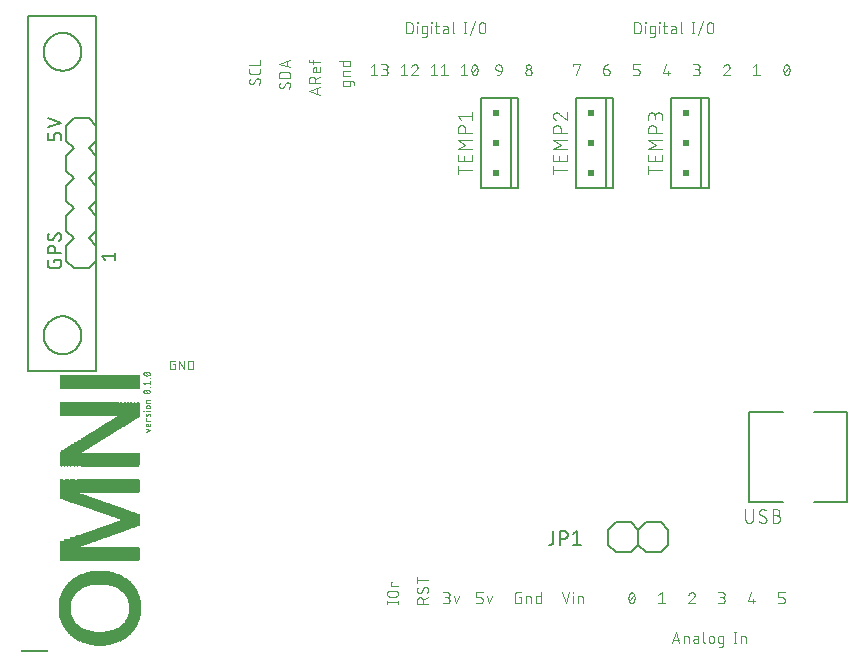
<source format=gbr>
G04 EAGLE Gerber RS-274X export*
G75*
%MOMM*%
%FSLAX34Y34*%
%LPD*%
%INSilkscreen Top*%
%IPPOS*%
%AMOC8*
5,1,8,0,0,1.08239X$1,22.5*%
G01*
%ADD10C,0.076200*%
%ADD11R,0.033019X0.891538*%
%ADD12R,0.033019X1.320800*%
%ADD13R,0.033019X1.617981*%
%ADD14R,0.033019X1.849119*%
%ADD15R,0.033019X2.080262*%
%ADD16R,0.033019X1.089656*%
%ADD17R,0.033019X0.957575*%
%ADD18R,0.033019X1.221738*%
%ADD19R,0.033019X1.155700*%
%ADD20R,0.033019X2.245356*%
%ADD21R,0.033019X1.122675*%
%ADD22R,0.033019X1.023619*%
%ADD23R,0.033019X1.254756*%
%ADD24R,0.033019X1.188719*%
%ADD25R,0.033019X2.443481*%
%ADD26R,0.033019X1.287781*%
%ADD27R,0.033019X2.575556*%
%ADD28R,0.033019X2.740663*%
%ADD29R,0.033019X2.839719*%
%ADD30R,0.033019X2.971800*%
%ADD31R,0.033019X1.353819*%
%ADD32R,0.033019X3.103881*%
%ADD33R,0.033019X1.386838*%
%ADD34R,0.033019X3.235956*%
%ADD35R,0.033019X3.335019*%
%ADD36R,0.033019X1.419856*%
%ADD37R,0.033019X3.434081*%
%ADD38R,0.033019X3.533138*%
%ADD39R,0.033019X1.452881*%
%ADD40R,0.033019X3.632200*%
%ADD41R,0.033019X1.287775*%
%ADD42R,0.033019X1.485900*%
%ADD43R,0.033019X3.731263*%
%ADD44R,0.033019X3.830319*%
%ADD45R,0.033019X1.518919*%
%ADD46R,0.033019X3.896356*%
%ADD47R,0.033019X1.551937*%
%ADD48R,0.033019X3.962400*%
%ADD49R,0.033019X4.028437*%
%ADD50R,0.033019X1.584956*%
%ADD51R,0.033019X4.127500*%
%ADD52R,0.033019X4.226556*%
%ADD53R,0.033019X4.292600*%
%ADD54R,0.033019X1.651000*%
%ADD55R,0.033019X4.358638*%
%ADD56R,0.033019X4.424681*%
%ADD57R,0.033019X1.684019*%
%ADD58R,0.033019X4.490719*%
%ADD59R,0.033019X1.717037*%
%ADD60R,0.033019X4.523738*%
%ADD61R,0.033019X2.047238*%
%ADD62R,0.033019X2.014219*%
%ADD63R,0.033019X1.750056*%
%ADD64R,0.033019X1.882138*%
%ADD65R,0.033019X1.617975*%
%ADD66R,0.033019X1.783081*%
%ADD67R,0.033019X1.816100*%
%ADD68R,0.033019X1.915156*%
%ADD69R,0.033019X1.948181*%
%ADD70R,0.033019X1.981200*%
%ADD71R,0.033019X1.948175*%
%ADD72R,0.033019X2.080256*%
%ADD73R,0.033019X2.113281*%
%ADD74R,0.033019X2.146300*%
%ADD75R,0.033019X0.957581*%
%ADD76R,0.033019X1.056638*%
%ADD77R,0.033019X0.990600*%
%ADD78R,0.033019X2.179319*%
%ADD79R,0.033019X2.212338*%
%ADD80R,0.033019X1.254763*%
%ADD81R,0.033019X2.278381*%
%ADD82R,0.033019X2.311400*%
%ADD83R,0.033019X2.344419*%
%ADD84R,0.033019X1.122681*%
%ADD85R,0.033019X1.089662*%
%ADD86R,0.033019X2.278375*%
%ADD87R,0.033019X2.113275*%
%ADD88R,0.033019X1.419863*%
%ADD89R,0.033019X1.750063*%
%ADD90R,0.033019X1.783075*%
%ADD91R,0.033019X4.457700*%
%ADD92R,0.033019X4.391662*%
%ADD93R,0.033019X4.325619*%
%ADD94R,0.033019X4.259581*%
%ADD95R,0.033019X4.193538*%
%ADD96R,0.033019X4.094481*%
%ADD97R,0.033019X3.797300*%
%ADD98R,0.033019X3.698238*%
%ADD99R,0.033019X3.500119*%
%ADD100R,0.033019X1.452875*%
%ADD101R,0.033019X3.302000*%
%ADD102R,0.033019X2.707638*%
%ADD103R,0.033019X0.924556*%
%ADD104C,0.000000*%
%ADD105C,0.050800*%
%ADD106C,0.152400*%
%ADD107C,0.127000*%
%ADD108C,0.101600*%
%ADD109R,0.508000X0.508000*%


D10*
X129246Y240873D02*
X130473Y240873D01*
X130473Y236781D01*
X128018Y236781D01*
X127940Y236783D01*
X127862Y236788D01*
X127785Y236798D01*
X127708Y236811D01*
X127632Y236827D01*
X127557Y236847D01*
X127483Y236871D01*
X127410Y236898D01*
X127338Y236929D01*
X127268Y236963D01*
X127200Y237000D01*
X127133Y237041D01*
X127068Y237085D01*
X127006Y237131D01*
X126946Y237181D01*
X126888Y237233D01*
X126833Y237288D01*
X126781Y237346D01*
X126731Y237406D01*
X126685Y237468D01*
X126641Y237533D01*
X126600Y237600D01*
X126563Y237668D01*
X126529Y237738D01*
X126498Y237810D01*
X126471Y237883D01*
X126447Y237957D01*
X126427Y238032D01*
X126411Y238108D01*
X126398Y238185D01*
X126388Y238262D01*
X126383Y238340D01*
X126381Y238418D01*
X126381Y242510D01*
X126383Y242590D01*
X126389Y242670D01*
X126399Y242750D01*
X126412Y242829D01*
X126430Y242908D01*
X126451Y242985D01*
X126477Y243061D01*
X126506Y243136D01*
X126538Y243210D01*
X126574Y243282D01*
X126614Y243352D01*
X126657Y243419D01*
X126703Y243485D01*
X126753Y243548D01*
X126805Y243609D01*
X126860Y243668D01*
X126919Y243723D01*
X126979Y243775D01*
X127043Y243825D01*
X127109Y243871D01*
X127176Y243914D01*
X127246Y243954D01*
X127318Y243990D01*
X127392Y244022D01*
X127466Y244051D01*
X127543Y244077D01*
X127620Y244098D01*
X127699Y244116D01*
X127778Y244129D01*
X127858Y244139D01*
X127938Y244145D01*
X128018Y244147D01*
X130473Y244147D01*
X134184Y244147D02*
X134184Y236781D01*
X138276Y236781D02*
X134184Y244147D01*
X138276Y244147D02*
X138276Y236781D01*
X141987Y236781D02*
X141987Y244147D01*
X144033Y244147D01*
X144122Y244145D01*
X144211Y244139D01*
X144300Y244129D01*
X144388Y244116D01*
X144476Y244099D01*
X144563Y244077D01*
X144648Y244052D01*
X144733Y244024D01*
X144816Y243991D01*
X144898Y243955D01*
X144978Y243916D01*
X145056Y243873D01*
X145132Y243827D01*
X145207Y243777D01*
X145279Y243724D01*
X145348Y243668D01*
X145415Y243609D01*
X145480Y243548D01*
X145541Y243483D01*
X145600Y243416D01*
X145656Y243347D01*
X145709Y243275D01*
X145759Y243200D01*
X145805Y243124D01*
X145848Y243046D01*
X145887Y242966D01*
X145923Y242884D01*
X145956Y242801D01*
X145984Y242716D01*
X146009Y242631D01*
X146031Y242544D01*
X146048Y242456D01*
X146061Y242368D01*
X146071Y242279D01*
X146077Y242190D01*
X146079Y242101D01*
X146079Y238827D01*
X146077Y238738D01*
X146071Y238649D01*
X146061Y238560D01*
X146048Y238472D01*
X146031Y238384D01*
X146009Y238297D01*
X145984Y238212D01*
X145956Y238127D01*
X145923Y238044D01*
X145887Y237962D01*
X145848Y237882D01*
X145805Y237804D01*
X145759Y237728D01*
X145709Y237653D01*
X145656Y237581D01*
X145600Y237512D01*
X145541Y237445D01*
X145480Y237380D01*
X145415Y237319D01*
X145348Y237260D01*
X145279Y237204D01*
X145207Y237151D01*
X145132Y237101D01*
X145056Y237055D01*
X144978Y237012D01*
X144898Y236973D01*
X144816Y236937D01*
X144733Y236904D01*
X144648Y236876D01*
X144563Y236851D01*
X144476Y236829D01*
X144388Y236812D01*
X144300Y236799D01*
X144211Y236789D01*
X144122Y236783D01*
X144033Y236781D01*
X141987Y236781D01*
D11*
X102032Y34341D03*
D12*
X101702Y34506D03*
D13*
X101371Y34341D03*
D14*
X101041Y34506D03*
D15*
X100711Y34341D03*
D16*
X100711Y80239D03*
D17*
X100711Y108966D03*
D16*
X100711Y137693D03*
X100711Y160477D03*
D18*
X100711Y202413D03*
D19*
X100711Y226187D03*
D20*
X100381Y34506D03*
D21*
X100381Y80073D03*
D22*
X100381Y108966D03*
D21*
X100381Y137858D03*
X100381Y160312D03*
D23*
X100381Y202247D03*
D24*
X100381Y226022D03*
D25*
X100051Y34506D03*
D21*
X100051Y80073D03*
D22*
X100051Y108966D03*
D21*
X100051Y137858D03*
X100051Y160312D03*
D26*
X100051Y202082D03*
D24*
X100051Y226022D03*
D27*
X99720Y34506D03*
D21*
X99720Y80073D03*
D22*
X99720Y108966D03*
D21*
X99720Y137858D03*
X99720Y160312D03*
D26*
X99720Y202082D03*
D24*
X99720Y226022D03*
D28*
X99390Y34341D03*
D21*
X99390Y80073D03*
D16*
X99390Y108966D03*
D21*
X99390Y137858D03*
X99390Y160312D03*
D12*
X99390Y201917D03*
D24*
X99390Y226022D03*
D29*
X99060Y34506D03*
D21*
X99060Y80073D03*
D16*
X99060Y108966D03*
D21*
X99060Y137858D03*
X99060Y160312D03*
D12*
X99060Y201917D03*
D24*
X99060Y226022D03*
D30*
X98730Y34506D03*
D21*
X98730Y80073D03*
D16*
X98730Y108966D03*
D21*
X98730Y137858D03*
X98730Y160312D03*
D31*
X98730Y201752D03*
D24*
X98730Y226022D03*
D32*
X98400Y34506D03*
D21*
X98400Y80073D03*
D19*
X98400Y108966D03*
D21*
X98400Y137858D03*
X98400Y160312D03*
D33*
X98400Y201587D03*
D24*
X98400Y226022D03*
D34*
X98069Y34506D03*
D21*
X98069Y80073D03*
D19*
X98069Y108966D03*
D21*
X98069Y137858D03*
X98069Y160312D03*
D33*
X98069Y201587D03*
D24*
X98069Y226022D03*
D35*
X97739Y34341D03*
D21*
X97739Y80073D03*
D19*
X97739Y108966D03*
D21*
X97739Y137858D03*
X97739Y160312D03*
D36*
X97739Y201422D03*
D24*
X97739Y226022D03*
D37*
X97409Y34506D03*
D21*
X97409Y80073D03*
D18*
X97409Y108966D03*
D21*
X97409Y137858D03*
X97409Y160312D03*
D36*
X97409Y201422D03*
D24*
X97409Y226022D03*
D38*
X97079Y34341D03*
D21*
X97079Y80073D03*
D18*
X97079Y108966D03*
D21*
X97079Y137858D03*
X97079Y160312D03*
D39*
X97079Y201257D03*
D24*
X97079Y226022D03*
D40*
X96749Y34506D03*
D21*
X96749Y80073D03*
D41*
X96749Y108966D03*
D21*
X96749Y137858D03*
X96749Y160312D03*
D42*
X96749Y201092D03*
D24*
X96749Y226022D03*
D43*
X96418Y34341D03*
D21*
X96418Y80073D03*
D41*
X96418Y108966D03*
D21*
X96418Y137858D03*
X96418Y160312D03*
D42*
X96418Y201092D03*
D24*
X96418Y226022D03*
D44*
X96088Y34506D03*
D21*
X96088Y80073D03*
D41*
X96088Y108966D03*
D21*
X96088Y137858D03*
X96088Y160312D03*
D45*
X96088Y200927D03*
D24*
X96088Y226022D03*
D46*
X95758Y34506D03*
D21*
X95758Y80073D03*
D31*
X95758Y108966D03*
D21*
X95758Y137858D03*
X95758Y160312D03*
D47*
X95758Y200762D03*
D24*
X95758Y226022D03*
D48*
X95428Y34506D03*
D21*
X95428Y80073D03*
D31*
X95428Y108966D03*
D21*
X95428Y137858D03*
X95428Y160312D03*
D47*
X95428Y200762D03*
D24*
X95428Y226022D03*
D49*
X95098Y34506D03*
D21*
X95098Y80073D03*
D31*
X95098Y108966D03*
D21*
X95098Y137858D03*
X95098Y160312D03*
D50*
X95098Y200596D03*
D24*
X95098Y226022D03*
D51*
X94767Y34341D03*
D21*
X94767Y80073D03*
D36*
X94767Y108966D03*
D21*
X94767Y137858D03*
X94767Y160312D03*
D50*
X94767Y200596D03*
D24*
X94767Y226022D03*
D52*
X94437Y34506D03*
D21*
X94437Y80073D03*
D36*
X94437Y108966D03*
D21*
X94437Y137858D03*
X94437Y160312D03*
D13*
X94437Y200431D03*
D24*
X94437Y226022D03*
D53*
X94107Y34506D03*
D21*
X94107Y80073D03*
D36*
X94107Y108966D03*
D21*
X94107Y137858D03*
X94107Y160312D03*
D54*
X94107Y200266D03*
D24*
X94107Y226022D03*
D55*
X93777Y34506D03*
D21*
X93777Y80073D03*
D42*
X93777Y108966D03*
D21*
X93777Y137858D03*
X93777Y160312D03*
D54*
X93777Y200266D03*
D24*
X93777Y226022D03*
D56*
X93447Y34506D03*
D21*
X93447Y80073D03*
D42*
X93447Y108966D03*
D21*
X93447Y137858D03*
X93447Y160312D03*
D57*
X93447Y200101D03*
D24*
X93447Y226022D03*
D58*
X93116Y34506D03*
D21*
X93116Y80073D03*
D45*
X93116Y109131D03*
D21*
X93116Y137858D03*
X93116Y160312D03*
D59*
X93116Y199936D03*
D24*
X93116Y226022D03*
D60*
X92786Y34341D03*
D21*
X92786Y80073D03*
D47*
X92786Y108966D03*
D21*
X92786Y137858D03*
X92786Y160312D03*
D59*
X92786Y199936D03*
D24*
X92786Y226022D03*
D61*
X92456Y21628D03*
D62*
X92456Y47219D03*
D21*
X92456Y80073D03*
D47*
X92456Y108966D03*
D21*
X92456Y137858D03*
X92456Y160312D03*
D63*
X92456Y199771D03*
D24*
X92456Y226022D03*
D64*
X92126Y20472D03*
D14*
X92126Y48374D03*
D21*
X92126Y80073D03*
D65*
X92126Y108966D03*
D21*
X92126Y137858D03*
X92126Y160312D03*
D63*
X92126Y199771D03*
D24*
X92126Y226022D03*
D63*
X91796Y19812D03*
D66*
X91796Y49035D03*
D21*
X91796Y80073D03*
D65*
X91796Y108966D03*
D21*
X91796Y137858D03*
X91796Y160312D03*
D66*
X91796Y199606D03*
D24*
X91796Y226022D03*
D57*
X91465Y19152D03*
X91465Y49860D03*
D21*
X91465Y80073D03*
D65*
X91465Y108966D03*
D21*
X91465Y137858D03*
X91465Y160312D03*
D67*
X91465Y199441D03*
D24*
X91465Y226022D03*
D54*
X91135Y18656D03*
X91135Y50355D03*
D21*
X91135Y80073D03*
D57*
X91135Y108966D03*
D21*
X91135Y137858D03*
X91135Y160312D03*
D67*
X91135Y199441D03*
D24*
X91135Y226022D03*
D50*
X90805Y17996D03*
D13*
X90805Y50851D03*
D21*
X90805Y80073D03*
D57*
X90805Y108966D03*
D21*
X90805Y137858D03*
X90805Y160312D03*
D14*
X90805Y199276D03*
D24*
X90805Y226022D03*
D47*
X90475Y17501D03*
X90475Y51181D03*
D21*
X90475Y80073D03*
D57*
X90475Y108966D03*
D21*
X90475Y137858D03*
X90475Y160312D03*
D14*
X90475Y199276D03*
D24*
X90475Y226022D03*
D45*
X90145Y17335D03*
X90145Y51676D03*
D21*
X90145Y80073D03*
D63*
X90145Y108966D03*
D21*
X90145Y137858D03*
X90145Y160312D03*
D64*
X90145Y199111D03*
D24*
X90145Y226022D03*
D42*
X89814Y16840D03*
X89814Y52172D03*
D21*
X89814Y80073D03*
D63*
X89814Y108966D03*
D21*
X89814Y137858D03*
X89814Y160312D03*
D68*
X89814Y198945D03*
D24*
X89814Y226022D03*
D42*
X89484Y16510D03*
X89484Y52502D03*
D21*
X89484Y80073D03*
D63*
X89484Y108966D03*
D21*
X89484Y137858D03*
X89484Y160312D03*
D68*
X89484Y198945D03*
D24*
X89484Y226022D03*
D39*
X89154Y16015D03*
D36*
X89154Y52832D03*
D21*
X89154Y80073D03*
D67*
X89154Y108966D03*
D21*
X89154Y137858D03*
X89154Y160312D03*
D69*
X89154Y198780D03*
D24*
X89154Y226022D03*
D36*
X88824Y15850D03*
X88824Y53162D03*
D21*
X88824Y80073D03*
D67*
X88824Y108966D03*
D21*
X88824Y137858D03*
X88824Y160312D03*
D70*
X88824Y198615D03*
D24*
X88824Y226022D03*
D36*
X88494Y15519D03*
X88494Y53492D03*
D21*
X88494Y80073D03*
D14*
X88494Y109131D03*
D21*
X88494Y137858D03*
X88494Y160312D03*
D70*
X88494Y198615D03*
D24*
X88494Y226022D03*
D31*
X88163Y15189D03*
D33*
X88163Y53657D03*
D21*
X88163Y80073D03*
D64*
X88163Y108966D03*
D21*
X88163Y137858D03*
X88163Y160312D03*
D62*
X88163Y198450D03*
D24*
X88163Y226022D03*
D31*
X87833Y14859D03*
D33*
X87833Y53988D03*
D21*
X87833Y80073D03*
D64*
X87833Y108966D03*
D21*
X87833Y137858D03*
X87833Y160312D03*
D62*
X87833Y198450D03*
D24*
X87833Y226022D03*
D31*
X87503Y14529D03*
X87503Y54153D03*
D21*
X87503Y80073D03*
D71*
X87503Y108966D03*
D21*
X87503Y137858D03*
X87503Y160312D03*
D61*
X87503Y198285D03*
D24*
X87503Y226022D03*
D12*
X87173Y14364D03*
D31*
X87173Y54483D03*
D21*
X87173Y80073D03*
D71*
X87173Y108966D03*
D21*
X87173Y137858D03*
X87173Y160312D03*
D72*
X87173Y198120D03*
D24*
X87173Y226022D03*
D12*
X86843Y14033D03*
D31*
X86843Y54813D03*
D21*
X86843Y80073D03*
D71*
X86843Y108966D03*
D21*
X86843Y137858D03*
X86843Y160312D03*
D72*
X86843Y198120D03*
D24*
X86843Y226022D03*
D12*
X86512Y14033D03*
X86512Y54978D03*
D21*
X86512Y80073D03*
D62*
X86512Y108966D03*
D21*
X86512Y137858D03*
X86512Y160312D03*
D73*
X86512Y197955D03*
D24*
X86512Y226022D03*
D12*
X86182Y13703D03*
X86182Y55308D03*
D21*
X86182Y80073D03*
D62*
X86182Y108966D03*
D21*
X86182Y137858D03*
X86182Y160312D03*
D74*
X86182Y197790D03*
D24*
X86182Y226022D03*
D26*
X85852Y13538D03*
D41*
X85852Y55474D03*
D21*
X85852Y80073D03*
D22*
X85852Y104013D03*
D75*
X85852Y114249D03*
D21*
X85852Y137858D03*
X85852Y160312D03*
D74*
X85852Y197790D03*
D24*
X85852Y226022D03*
D41*
X85522Y13208D03*
D26*
X85522Y55804D03*
D21*
X85522Y80073D03*
D76*
X85522Y103848D03*
D77*
X85522Y114414D03*
D21*
X85522Y137858D03*
X85522Y160312D03*
D78*
X85522Y197625D03*
D24*
X85522Y226022D03*
D23*
X85192Y13043D03*
D26*
X85192Y55804D03*
D21*
X85192Y80073D03*
D76*
X85192Y103848D03*
D77*
X85192Y114414D03*
D21*
X85192Y137858D03*
X85192Y160312D03*
D78*
X85192Y197625D03*
D24*
X85192Y226022D03*
D26*
X84861Y12878D03*
D41*
X84861Y56134D03*
D21*
X84861Y80073D03*
D22*
X84861Y103683D03*
D77*
X84861Y114744D03*
D21*
X84861Y137858D03*
X84861Y160312D03*
D79*
X84861Y197460D03*
D24*
X84861Y226022D03*
D23*
X84531Y12713D03*
X84531Y56299D03*
D21*
X84531Y80073D03*
D76*
X84531Y103518D03*
D77*
X84531Y114744D03*
D21*
X84531Y137858D03*
X84531Y160312D03*
D20*
X84531Y197294D03*
D24*
X84531Y226022D03*
D23*
X84201Y12382D03*
D26*
X84201Y56464D03*
D21*
X84201Y80073D03*
D22*
X84201Y103353D03*
D17*
X84201Y114910D03*
D21*
X84201Y137858D03*
X84201Y160312D03*
D20*
X84201Y197294D03*
D24*
X84201Y226022D03*
D23*
X83871Y12382D03*
D80*
X83871Y56629D03*
D21*
X83871Y80073D03*
D76*
X83871Y103187D03*
D77*
X83871Y115075D03*
D21*
X83871Y137858D03*
X83871Y160312D03*
D81*
X83871Y197129D03*
D24*
X83871Y226022D03*
D80*
X83541Y12052D03*
D23*
X83541Y56959D03*
D21*
X83541Y80073D03*
D76*
X83541Y103187D03*
D77*
X83541Y115075D03*
D21*
X83541Y137858D03*
X83541Y160312D03*
D81*
X83541Y197129D03*
D24*
X83541Y226022D03*
D80*
X83210Y12052D03*
D23*
X83210Y56959D03*
D21*
X83210Y80073D03*
D22*
X83210Y103022D03*
D75*
X83210Y115240D03*
D21*
X83210Y137858D03*
X83210Y160312D03*
D82*
X83210Y196964D03*
D24*
X83210Y226022D03*
D23*
X82880Y11722D03*
D18*
X82880Y57125D03*
D21*
X82880Y80073D03*
D76*
X82880Y102857D03*
D77*
X82880Y115405D03*
D21*
X82880Y137858D03*
X82880Y160312D03*
D83*
X82880Y196799D03*
D24*
X82880Y226022D03*
D23*
X82550Y11722D03*
X82550Y57290D03*
D21*
X82550Y80073D03*
D76*
X82550Y102857D03*
D77*
X82550Y115405D03*
D21*
X82550Y137858D03*
X82550Y160312D03*
D24*
X82550Y191021D03*
D84*
X82550Y202908D03*
D24*
X82550Y226022D03*
D18*
X82220Y11557D03*
X82220Y57455D03*
D21*
X82220Y80073D03*
D22*
X82220Y102692D03*
D17*
X82220Y115570D03*
D21*
X82220Y137858D03*
X82220Y160312D03*
D18*
X82220Y190856D03*
D84*
X82220Y202908D03*
D24*
X82220Y226022D03*
D23*
X81890Y11392D03*
X81890Y57620D03*
D21*
X81890Y80073D03*
D76*
X81890Y102527D03*
D77*
X81890Y115735D03*
D21*
X81890Y137858D03*
X81890Y160312D03*
D18*
X81890Y190525D03*
D84*
X81890Y202908D03*
D24*
X81890Y226022D03*
D18*
X81559Y11227D03*
X81559Y57785D03*
D21*
X81559Y80073D03*
D76*
X81559Y102527D03*
D77*
X81559Y115735D03*
D21*
X81559Y137858D03*
X81559Y160312D03*
D24*
X81559Y190360D03*
D84*
X81559Y202908D03*
D24*
X81559Y226022D03*
D23*
X81229Y11062D03*
D18*
X81229Y57785D03*
D21*
X81229Y80073D03*
D22*
X81229Y102362D03*
D75*
X81229Y115900D03*
D21*
X81229Y137858D03*
X81229Y160312D03*
D18*
X81229Y190195D03*
D84*
X81229Y202908D03*
D24*
X81229Y226022D03*
D18*
X80899Y10897D03*
X80899Y58115D03*
D21*
X80899Y80073D03*
D76*
X80899Y102197D03*
D77*
X80899Y116065D03*
D21*
X80899Y137858D03*
X80899Y160312D03*
D24*
X80899Y190030D03*
D84*
X80899Y202908D03*
D24*
X80899Y226022D03*
D18*
X80569Y10897D03*
X80569Y58115D03*
D21*
X80569Y80073D03*
D76*
X80569Y102197D03*
D77*
X80569Y116065D03*
D21*
X80569Y137858D03*
X80569Y160312D03*
D18*
X80569Y189865D03*
D84*
X80569Y202908D03*
D24*
X80569Y226022D03*
D18*
X80239Y10566D03*
X80239Y58115D03*
D21*
X80239Y80073D03*
D22*
X80239Y102032D03*
D77*
X80239Y116395D03*
D21*
X80239Y137858D03*
X80239Y160312D03*
D18*
X80239Y189535D03*
D84*
X80239Y202908D03*
D24*
X80239Y226022D03*
D18*
X79908Y10566D03*
X79908Y58445D03*
D21*
X79908Y80073D03*
D76*
X79908Y101867D03*
D77*
X79908Y116395D03*
D21*
X79908Y137858D03*
X79908Y160312D03*
D24*
X79908Y189370D03*
D84*
X79908Y202908D03*
D24*
X79908Y226022D03*
D18*
X79578Y10566D03*
X79578Y58445D03*
D21*
X79578Y80073D03*
D76*
X79578Y101867D03*
D77*
X79578Y116395D03*
D21*
X79578Y137858D03*
X79578Y160312D03*
D18*
X79578Y189205D03*
D84*
X79578Y202908D03*
D24*
X79578Y226022D03*
X79248Y10401D03*
X79248Y58610D03*
D21*
X79248Y80073D03*
D76*
X79248Y101536D03*
D77*
X79248Y116726D03*
D21*
X79248Y137858D03*
X79248Y160312D03*
D18*
X79248Y188874D03*
D84*
X79248Y202908D03*
D24*
X79248Y226022D03*
D18*
X78918Y10236D03*
D24*
X78918Y58610D03*
D21*
X78918Y80073D03*
D76*
X78918Y101536D03*
D77*
X78918Y116726D03*
D21*
X78918Y137858D03*
X78918Y160312D03*
D24*
X78918Y188709D03*
D84*
X78918Y202908D03*
D24*
X78918Y226022D03*
X78588Y10071D03*
D18*
X78588Y58776D03*
D21*
X78588Y80073D03*
D22*
X78588Y101371D03*
D77*
X78588Y116726D03*
D21*
X78588Y137858D03*
X78588Y160312D03*
D18*
X78588Y188544D03*
D84*
X78588Y202908D03*
D24*
X78588Y226022D03*
X78257Y10071D03*
X78257Y58941D03*
D21*
X78257Y80073D03*
D76*
X78257Y101206D03*
D77*
X78257Y117056D03*
D21*
X78257Y137858D03*
X78257Y160312D03*
D24*
X78257Y188379D03*
D84*
X78257Y202908D03*
D24*
X78257Y226022D03*
D18*
X77927Y9906D03*
D24*
X77927Y58941D03*
D21*
X77927Y80073D03*
D76*
X77927Y101206D03*
D77*
X77927Y117056D03*
D21*
X77927Y137858D03*
X77927Y160312D03*
D18*
X77927Y188214D03*
D84*
X77927Y202908D03*
D24*
X77927Y226022D03*
D18*
X77597Y9906D03*
X77597Y59106D03*
D21*
X77597Y80073D03*
D22*
X77597Y101041D03*
D77*
X77597Y117056D03*
D21*
X77597Y137858D03*
X77597Y160312D03*
D18*
X77597Y187884D03*
D84*
X77597Y202908D03*
D24*
X77597Y226022D03*
X77267Y9741D03*
D18*
X77267Y59106D03*
D21*
X77267Y80073D03*
D76*
X77267Y100876D03*
D77*
X77267Y117386D03*
D21*
X77267Y137858D03*
X77267Y160312D03*
D24*
X77267Y187719D03*
D84*
X77267Y202908D03*
D24*
X77267Y226022D03*
X76937Y9741D03*
X76937Y59271D03*
D21*
X76937Y80073D03*
D76*
X76937Y100876D03*
D77*
X76937Y117386D03*
D21*
X76937Y137858D03*
X76937Y160312D03*
D18*
X76937Y187554D03*
D84*
X76937Y202908D03*
D24*
X76937Y226022D03*
X76606Y9741D03*
X76606Y59271D03*
D21*
X76606Y80073D03*
D22*
X76606Y100711D03*
D77*
X76606Y117386D03*
D21*
X76606Y137858D03*
X76606Y160312D03*
D24*
X76606Y187388D03*
D84*
X76606Y202908D03*
D24*
X76606Y226022D03*
D18*
X76276Y9576D03*
D24*
X76276Y59271D03*
D21*
X76276Y80073D03*
D76*
X76276Y100546D03*
D77*
X76276Y117716D03*
D21*
X76276Y137858D03*
X76276Y160312D03*
D18*
X76276Y187223D03*
D84*
X76276Y202908D03*
D24*
X76276Y226022D03*
X75946Y9411D03*
D18*
X75946Y59436D03*
D21*
X75946Y80073D03*
D76*
X75946Y100546D03*
D77*
X75946Y117716D03*
D21*
X75946Y137858D03*
X75946Y160312D03*
D18*
X75946Y186893D03*
D84*
X75946Y202908D03*
D24*
X75946Y226022D03*
X75616Y9411D03*
X75616Y59601D03*
D21*
X75616Y80073D03*
D22*
X75616Y100381D03*
X75616Y117881D03*
D21*
X75616Y137858D03*
X75616Y160312D03*
D24*
X75616Y186728D03*
D84*
X75616Y202908D03*
D24*
X75616Y226022D03*
X75286Y9411D03*
X75286Y59601D03*
D21*
X75286Y80073D03*
D76*
X75286Y100216D03*
D77*
X75286Y118046D03*
D21*
X75286Y137858D03*
X75286Y160312D03*
D18*
X75286Y186563D03*
D84*
X75286Y202908D03*
D24*
X75286Y226022D03*
D18*
X74955Y9246D03*
D24*
X74955Y59601D03*
D21*
X74955Y80073D03*
D76*
X74955Y100216D03*
D77*
X74955Y118046D03*
D21*
X74955Y137858D03*
X74955Y160312D03*
D18*
X74955Y186233D03*
D84*
X74955Y202908D03*
D24*
X74955Y226022D03*
X74625Y9080D03*
X74625Y59601D03*
D21*
X74625Y80073D03*
D76*
X74625Y99885D03*
D22*
X74625Y118212D03*
D21*
X74625Y137858D03*
X74625Y160312D03*
D24*
X74625Y186068D03*
D84*
X74625Y202908D03*
D24*
X74625Y226022D03*
X74295Y9080D03*
X74295Y59931D03*
D21*
X74295Y80073D03*
D76*
X74295Y99885D03*
D77*
X74295Y118377D03*
D21*
X74295Y137858D03*
X74295Y160312D03*
D18*
X74295Y185903D03*
D84*
X74295Y202908D03*
D24*
X74295Y226022D03*
X73965Y9080D03*
X73965Y59931D03*
D21*
X73965Y80073D03*
D76*
X73965Y99885D03*
D77*
X73965Y118377D03*
D21*
X73965Y137858D03*
X73965Y160312D03*
D24*
X73965Y185737D03*
D84*
X73965Y202908D03*
D24*
X73965Y226022D03*
X73635Y9080D03*
X73635Y59931D03*
D21*
X73635Y80073D03*
D76*
X73635Y99555D03*
D77*
X73635Y118707D03*
D21*
X73635Y137858D03*
X73635Y160312D03*
D18*
X73635Y185572D03*
D84*
X73635Y202908D03*
D24*
X73635Y226022D03*
X73304Y9080D03*
X73304Y59931D03*
D21*
X73304Y80073D03*
D76*
X73304Y99555D03*
D77*
X73304Y118707D03*
D21*
X73304Y137858D03*
X73304Y160312D03*
D18*
X73304Y185242D03*
D84*
X73304Y202908D03*
D24*
X73304Y226022D03*
X72974Y9080D03*
X72974Y59931D03*
D21*
X72974Y80073D03*
D22*
X72974Y99390D03*
D77*
X72974Y118707D03*
D21*
X72974Y137858D03*
X72974Y160312D03*
D24*
X72974Y185077D03*
D84*
X72974Y202908D03*
D24*
X72974Y226022D03*
D19*
X72644Y8915D03*
D24*
X72644Y59931D03*
D21*
X72644Y80073D03*
D76*
X72644Y99225D03*
D77*
X72644Y119037D03*
D21*
X72644Y137858D03*
X72644Y160312D03*
D18*
X72644Y184912D03*
D84*
X72644Y202908D03*
D24*
X72644Y226022D03*
X72314Y8750D03*
X72314Y59931D03*
D21*
X72314Y80073D03*
D76*
X72314Y99225D03*
D77*
X72314Y119037D03*
D21*
X72314Y137858D03*
X72314Y160312D03*
D18*
X72314Y184582D03*
D84*
X72314Y202908D03*
D24*
X72314Y226022D03*
X71984Y8750D03*
D19*
X71984Y60096D03*
D21*
X71984Y80073D03*
D22*
X71984Y99060D03*
X71984Y119202D03*
D21*
X71984Y137858D03*
X71984Y160312D03*
D24*
X71984Y184417D03*
D84*
X71984Y202908D03*
D24*
X71984Y226022D03*
X71653Y8750D03*
X71653Y60261D03*
D21*
X71653Y80073D03*
D76*
X71653Y98895D03*
D77*
X71653Y119367D03*
D21*
X71653Y137858D03*
X71653Y160312D03*
D18*
X71653Y184252D03*
D84*
X71653Y202908D03*
D24*
X71653Y226022D03*
X71323Y8750D03*
X71323Y60261D03*
D21*
X71323Y80073D03*
D76*
X71323Y98895D03*
D77*
X71323Y119367D03*
D21*
X71323Y137858D03*
X71323Y160312D03*
D24*
X71323Y184086D03*
D84*
X71323Y202908D03*
D24*
X71323Y226022D03*
X70993Y8750D03*
X70993Y60261D03*
D21*
X70993Y80073D03*
D76*
X70993Y98565D03*
D22*
X70993Y119532D03*
D21*
X70993Y137858D03*
X70993Y160312D03*
D18*
X70993Y183921D03*
D84*
X70993Y202908D03*
D24*
X70993Y226022D03*
X70663Y8750D03*
X70663Y60261D03*
D21*
X70663Y80073D03*
D76*
X70663Y98565D03*
D77*
X70663Y119697D03*
D21*
X70663Y137858D03*
X70663Y160312D03*
D18*
X70663Y183591D03*
D84*
X70663Y202908D03*
D24*
X70663Y226022D03*
X70333Y8750D03*
X70333Y60261D03*
D21*
X70333Y80073D03*
D76*
X70333Y98565D03*
D77*
X70333Y119697D03*
D21*
X70333Y137858D03*
X70333Y160312D03*
D24*
X70333Y183426D03*
D84*
X70333Y202908D03*
D24*
X70333Y226022D03*
X70002Y8750D03*
X70002Y60261D03*
D21*
X70002Y80073D03*
D76*
X70002Y98234D03*
D22*
X70002Y119863D03*
D21*
X70002Y137858D03*
X70002Y160312D03*
D18*
X70002Y183261D03*
D84*
X70002Y202908D03*
D24*
X70002Y226022D03*
X69672Y8750D03*
X69672Y60261D03*
D21*
X69672Y80073D03*
D76*
X69672Y98234D03*
D77*
X69672Y120028D03*
D21*
X69672Y137858D03*
X69672Y160312D03*
D24*
X69672Y183096D03*
D84*
X69672Y202908D03*
D24*
X69672Y226022D03*
X69342Y8750D03*
X69342Y60261D03*
D21*
X69342Y80073D03*
D76*
X69342Y98234D03*
D77*
X69342Y120028D03*
D21*
X69342Y137858D03*
X69342Y160312D03*
D18*
X69342Y182931D03*
D84*
X69342Y202908D03*
D24*
X69342Y226022D03*
D19*
X69012Y8585D03*
D24*
X69012Y60261D03*
D21*
X69012Y80073D03*
D76*
X69012Y97904D03*
D22*
X69012Y120193D03*
D21*
X69012Y137858D03*
X69012Y160312D03*
D18*
X69012Y182601D03*
D84*
X69012Y202908D03*
D24*
X69012Y226022D03*
D19*
X68682Y8585D03*
D24*
X68682Y60261D03*
D21*
X68682Y80073D03*
D76*
X68682Y97904D03*
D77*
X68682Y120358D03*
D21*
X68682Y137858D03*
X68682Y160312D03*
D24*
X68682Y182435D03*
D84*
X68682Y202908D03*
D24*
X68682Y226022D03*
D19*
X68351Y8585D03*
D24*
X68351Y60261D03*
D21*
X68351Y80073D03*
D76*
X68351Y97904D03*
D77*
X68351Y120358D03*
D21*
X68351Y137858D03*
X68351Y160312D03*
D18*
X68351Y182270D03*
D84*
X68351Y202908D03*
D24*
X68351Y226022D03*
D19*
X68021Y8585D03*
D24*
X68021Y60261D03*
D21*
X68021Y80073D03*
D76*
X68021Y97574D03*
D22*
X68021Y120523D03*
D21*
X68021Y137858D03*
X68021Y160312D03*
D18*
X68021Y181940D03*
D84*
X68021Y202908D03*
D24*
X68021Y226022D03*
D19*
X67691Y8585D03*
D24*
X67691Y60261D03*
D21*
X67691Y80073D03*
D76*
X67691Y97574D03*
D77*
X67691Y120688D03*
D21*
X67691Y137858D03*
X67691Y160312D03*
D24*
X67691Y181775D03*
D84*
X67691Y202908D03*
D24*
X67691Y226022D03*
D19*
X67361Y8585D03*
D24*
X67361Y60261D03*
D21*
X67361Y80073D03*
D76*
X67361Y97574D03*
D22*
X67361Y120853D03*
D21*
X67361Y137858D03*
X67361Y160312D03*
D18*
X67361Y181610D03*
D84*
X67361Y202908D03*
D24*
X67361Y226022D03*
D19*
X67031Y8585D03*
D24*
X67031Y60261D03*
D21*
X67031Y80073D03*
D76*
X67031Y97244D03*
D22*
X67031Y120853D03*
D21*
X67031Y137858D03*
X67031Y160312D03*
D24*
X67031Y181445D03*
D84*
X67031Y202908D03*
D24*
X67031Y226022D03*
D19*
X66700Y8585D03*
D24*
X66700Y60261D03*
D21*
X66700Y80073D03*
D76*
X66700Y97244D03*
D77*
X66700Y121018D03*
D21*
X66700Y137858D03*
X66700Y160312D03*
D18*
X66700Y181280D03*
D84*
X66700Y202908D03*
D24*
X66700Y226022D03*
D19*
X66370Y8585D03*
D24*
X66370Y60261D03*
D21*
X66370Y80073D03*
D76*
X66370Y96914D03*
D22*
X66370Y121183D03*
D21*
X66370Y137858D03*
X66370Y160312D03*
D18*
X66370Y180950D03*
D84*
X66370Y202908D03*
D24*
X66370Y226022D03*
D19*
X66040Y8585D03*
D24*
X66040Y60261D03*
D21*
X66040Y80073D03*
D76*
X66040Y96914D03*
D22*
X66040Y121183D03*
D21*
X66040Y137858D03*
X66040Y160312D03*
D24*
X66040Y180784D03*
D84*
X66040Y202908D03*
D24*
X66040Y226022D03*
X65710Y8750D03*
X65710Y60261D03*
D21*
X65710Y80073D03*
D76*
X65710Y96914D03*
D77*
X65710Y121348D03*
D21*
X65710Y137858D03*
X65710Y160312D03*
D18*
X65710Y180619D03*
D84*
X65710Y202908D03*
D24*
X65710Y226022D03*
X65380Y8750D03*
X65380Y60261D03*
D21*
X65380Y80073D03*
D76*
X65380Y96583D03*
D22*
X65380Y121514D03*
D21*
X65380Y137858D03*
X65380Y160312D03*
D24*
X65380Y180454D03*
D84*
X65380Y202908D03*
D24*
X65380Y226022D03*
X65049Y8750D03*
X65049Y60261D03*
D21*
X65049Y80073D03*
D76*
X65049Y96583D03*
D22*
X65049Y121514D03*
D21*
X65049Y137858D03*
X65049Y160312D03*
D24*
X65049Y180124D03*
D84*
X65049Y202908D03*
D24*
X65049Y226022D03*
X64719Y8750D03*
X64719Y60261D03*
D21*
X64719Y80073D03*
D76*
X64719Y96583D03*
D77*
X64719Y121679D03*
D21*
X64719Y137858D03*
X64719Y160312D03*
D18*
X64719Y179959D03*
D84*
X64719Y202908D03*
D24*
X64719Y226022D03*
X64389Y8750D03*
X64389Y60261D03*
D21*
X64389Y80073D03*
D76*
X64389Y96253D03*
D22*
X64389Y121844D03*
D21*
X64389Y137858D03*
X64389Y160312D03*
D24*
X64389Y179794D03*
D84*
X64389Y202908D03*
D24*
X64389Y226022D03*
X64059Y8750D03*
X64059Y60261D03*
D21*
X64059Y80073D03*
D76*
X64059Y96253D03*
D22*
X64059Y121844D03*
D21*
X64059Y137858D03*
X64059Y160312D03*
D18*
X64059Y179629D03*
D84*
X64059Y202908D03*
D24*
X64059Y226022D03*
X63729Y8750D03*
X63729Y60261D03*
D21*
X63729Y80073D03*
D76*
X63729Y96253D03*
D77*
X63729Y122009D03*
D21*
X63729Y137858D03*
X63729Y160312D03*
D18*
X63729Y179299D03*
D84*
X63729Y202908D03*
D24*
X63729Y226022D03*
X63398Y8750D03*
X63398Y60261D03*
D21*
X63398Y80073D03*
D76*
X63398Y95923D03*
D22*
X63398Y122174D03*
D21*
X63398Y137858D03*
X63398Y160312D03*
D24*
X63398Y179133D03*
D84*
X63398Y202908D03*
D24*
X63398Y226022D03*
X63068Y8750D03*
D19*
X63068Y60096D03*
D21*
X63068Y80073D03*
D76*
X63068Y95923D03*
D22*
X63068Y122174D03*
D21*
X63068Y137858D03*
X63068Y160312D03*
D18*
X63068Y178968D03*
D84*
X63068Y202908D03*
D24*
X63068Y226022D03*
X62738Y8750D03*
X62738Y59931D03*
D21*
X62738Y80073D03*
D76*
X62738Y95923D03*
D22*
X62738Y122504D03*
D21*
X62738Y137858D03*
X62738Y160312D03*
D24*
X62738Y178803D03*
D84*
X62738Y202908D03*
D24*
X62738Y226022D03*
D19*
X62408Y8915D03*
D24*
X62408Y59931D03*
D21*
X62408Y80073D03*
D76*
X62408Y95593D03*
D22*
X62408Y122504D03*
D21*
X62408Y137858D03*
X62408Y160312D03*
D24*
X62408Y178473D03*
D84*
X62408Y202908D03*
D24*
X62408Y226022D03*
X62078Y9080D03*
X62078Y59931D03*
D21*
X62078Y80073D03*
D76*
X62078Y95593D03*
D77*
X62078Y122669D03*
D21*
X62078Y137858D03*
X62078Y160312D03*
D18*
X62078Y178308D03*
D84*
X62078Y202908D03*
D24*
X62078Y226022D03*
X61747Y9080D03*
X61747Y59931D03*
D21*
X61747Y80073D03*
D85*
X61747Y95428D03*
D22*
X61747Y122834D03*
D21*
X61747Y137858D03*
X61747Y160312D03*
D24*
X61747Y178143D03*
D84*
X61747Y202908D03*
D24*
X61747Y226022D03*
X61417Y9080D03*
X61417Y59931D03*
D21*
X61417Y80073D03*
D76*
X61417Y95263D03*
D22*
X61417Y122834D03*
D21*
X61417Y137858D03*
X61417Y160312D03*
D18*
X61417Y177978D03*
D84*
X61417Y202908D03*
D24*
X61417Y226022D03*
X61087Y9080D03*
X61087Y59931D03*
D21*
X61087Y80073D03*
D76*
X61087Y95263D03*
D77*
X61087Y122999D03*
D21*
X61087Y137858D03*
X61087Y160312D03*
D18*
X61087Y177648D03*
D84*
X61087Y202908D03*
D24*
X61087Y226022D03*
X60757Y9080D03*
X60757Y59931D03*
D21*
X60757Y80073D03*
D76*
X60757Y94932D03*
D22*
X60757Y123165D03*
D21*
X60757Y137858D03*
X60757Y160312D03*
D24*
X60757Y177482D03*
D84*
X60757Y202908D03*
D24*
X60757Y226022D03*
X60427Y9080D03*
X60427Y59601D03*
D21*
X60427Y80073D03*
D76*
X60427Y94932D03*
D22*
X60427Y123165D03*
D21*
X60427Y137858D03*
X60427Y160312D03*
D18*
X60427Y177317D03*
D84*
X60427Y202908D03*
D24*
X60427Y226022D03*
D18*
X60096Y9246D03*
D24*
X60096Y59601D03*
D21*
X60096Y80073D03*
D76*
X60096Y94932D03*
D77*
X60096Y123330D03*
D21*
X60096Y137858D03*
X60096Y160312D03*
D24*
X60096Y177152D03*
D84*
X60096Y202908D03*
D24*
X60096Y226022D03*
X59766Y9411D03*
X59766Y59601D03*
D21*
X59766Y80073D03*
D76*
X59766Y94602D03*
D22*
X59766Y123495D03*
D21*
X59766Y137858D03*
X59766Y160312D03*
D18*
X59766Y176987D03*
D84*
X59766Y202908D03*
D24*
X59766Y226022D03*
X59436Y9411D03*
X59436Y59601D03*
D21*
X59436Y80073D03*
D76*
X59436Y94602D03*
D22*
X59436Y123495D03*
D21*
X59436Y137858D03*
X59436Y160312D03*
D18*
X59436Y176657D03*
D84*
X59436Y202908D03*
D24*
X59436Y226022D03*
X59106Y9411D03*
D18*
X59106Y59436D03*
D21*
X59106Y80073D03*
D76*
X59106Y94602D03*
D22*
X59106Y123825D03*
D21*
X59106Y137858D03*
X59106Y160312D03*
D24*
X59106Y176492D03*
D84*
X59106Y202908D03*
D24*
X59106Y226022D03*
X58776Y9411D03*
X58776Y59271D03*
D21*
X58776Y80073D03*
D76*
X58776Y94272D03*
D22*
X58776Y123825D03*
D21*
X58776Y137858D03*
X58776Y160312D03*
D18*
X58776Y176327D03*
D84*
X58776Y202908D03*
D24*
X58776Y226022D03*
X58445Y9741D03*
X58445Y59271D03*
D21*
X58445Y80073D03*
D76*
X58445Y94272D03*
D22*
X58445Y123825D03*
D21*
X58445Y137858D03*
X58445Y160312D03*
D24*
X58445Y176162D03*
D84*
X58445Y202908D03*
D24*
X58445Y226022D03*
X58115Y9741D03*
X58115Y59271D03*
D21*
X58115Y80073D03*
D16*
X58115Y94107D03*
D22*
X58115Y124155D03*
D21*
X58115Y137858D03*
X58115Y160312D03*
D24*
X58115Y175831D03*
D84*
X58115Y202908D03*
D24*
X58115Y226022D03*
X57785Y9741D03*
D18*
X57785Y59106D03*
D21*
X57785Y80073D03*
D76*
X57785Y93942D03*
D22*
X57785Y124155D03*
D21*
X57785Y137858D03*
X57785Y160312D03*
D18*
X57785Y175666D03*
D84*
X57785Y202908D03*
D24*
X57785Y226022D03*
D18*
X57455Y9906D03*
X57455Y59106D03*
D21*
X57455Y80073D03*
D76*
X57455Y93942D03*
D22*
X57455Y124155D03*
D21*
X57455Y137858D03*
X57455Y160312D03*
D24*
X57455Y175501D03*
D84*
X57455Y202908D03*
D24*
X57455Y226022D03*
D18*
X57125Y9906D03*
D24*
X57125Y58941D03*
D21*
X57125Y80073D03*
D85*
X57125Y93777D03*
D22*
X57125Y124485D03*
D21*
X57125Y137858D03*
X57125Y160312D03*
D18*
X57125Y175336D03*
D84*
X57125Y202908D03*
D24*
X57125Y226022D03*
X56794Y10071D03*
X56794Y58941D03*
D21*
X56794Y80073D03*
D76*
X56794Y93612D03*
D22*
X56794Y124485D03*
D21*
X56794Y137858D03*
X56794Y160312D03*
D18*
X56794Y175006D03*
D84*
X56794Y202908D03*
D24*
X56794Y226022D03*
X56464Y10071D03*
D18*
X56464Y58776D03*
D21*
X56464Y80073D03*
D76*
X56464Y93612D03*
D22*
X56464Y124485D03*
D21*
X56464Y137858D03*
X56464Y160312D03*
D24*
X56464Y174841D03*
D84*
X56464Y202908D03*
D24*
X56464Y226022D03*
D18*
X56134Y10236D03*
D24*
X56134Y58610D03*
D21*
X56134Y80073D03*
D16*
X56134Y93447D03*
D22*
X56134Y124816D03*
D21*
X56134Y137858D03*
X56134Y160312D03*
D18*
X56134Y174676D03*
D84*
X56134Y202908D03*
D24*
X56134Y226022D03*
X55804Y10401D03*
X55804Y58610D03*
D21*
X55804Y80073D03*
D76*
X55804Y93281D03*
D22*
X55804Y124816D03*
D21*
X55804Y137858D03*
X55804Y160312D03*
D24*
X55804Y174511D03*
D84*
X55804Y202908D03*
D24*
X55804Y226022D03*
D18*
X55474Y10566D03*
X55474Y58445D03*
D21*
X55474Y80073D03*
D76*
X55474Y93281D03*
D22*
X55474Y124816D03*
D21*
X55474Y137858D03*
X55474Y160312D03*
D24*
X55474Y174180D03*
D84*
X55474Y202908D03*
D24*
X55474Y226022D03*
D18*
X55143Y10566D03*
X55143Y58445D03*
D21*
X55143Y80073D03*
D76*
X55143Y92951D03*
D22*
X55143Y125146D03*
D21*
X55143Y137858D03*
X55143Y160312D03*
D18*
X55143Y174015D03*
D84*
X55143Y202908D03*
D24*
X55143Y226022D03*
X54813Y10731D03*
D18*
X54813Y58115D03*
D21*
X54813Y80073D03*
D76*
X54813Y92951D03*
D22*
X54813Y125146D03*
D21*
X54813Y137858D03*
X54813Y160312D03*
D24*
X54813Y173850D03*
D84*
X54813Y202908D03*
D24*
X54813Y226022D03*
D18*
X54483Y10897D03*
X54483Y58115D03*
D21*
X54483Y80073D03*
D76*
X54483Y92951D03*
X54483Y125311D03*
D21*
X54483Y137858D03*
X54483Y160312D03*
D18*
X54483Y173685D03*
D84*
X54483Y202908D03*
D24*
X54483Y226022D03*
D18*
X54153Y10897D03*
X54153Y58115D03*
D21*
X54153Y80073D03*
D76*
X54153Y92621D03*
D22*
X54153Y125476D03*
D21*
X54153Y137858D03*
X54153Y160312D03*
D18*
X54153Y173355D03*
D84*
X54153Y202908D03*
D24*
X54153Y226022D03*
D23*
X53823Y11062D03*
D18*
X53823Y57785D03*
D21*
X53823Y80073D03*
D76*
X53823Y92621D03*
D22*
X53823Y125476D03*
D21*
X53823Y137858D03*
X53823Y160312D03*
D24*
X53823Y173190D03*
D84*
X53823Y202908D03*
D24*
X53823Y226022D03*
D18*
X53492Y11227D03*
X53492Y57785D03*
D21*
X53492Y80073D03*
D16*
X53492Y92456D03*
D76*
X53492Y125641D03*
D21*
X53492Y137858D03*
X53492Y160312D03*
D18*
X53492Y173025D03*
D84*
X53492Y202908D03*
D24*
X53492Y226022D03*
D18*
X53162Y11227D03*
X53162Y57455D03*
D21*
X53162Y80073D03*
D76*
X53162Y92291D03*
D22*
X53162Y125806D03*
D21*
X53162Y137858D03*
X53162Y160312D03*
D24*
X53162Y172860D03*
D84*
X53162Y202908D03*
D24*
X53162Y226022D03*
D18*
X52832Y11557D03*
X52832Y57455D03*
D21*
X52832Y80073D03*
D76*
X52832Y92291D03*
D22*
X52832Y125806D03*
D21*
X52832Y137858D03*
X52832Y160312D03*
D18*
X52832Y172695D03*
D84*
X52832Y202908D03*
D24*
X52832Y226022D03*
D18*
X52502Y11557D03*
D23*
X52502Y57290D03*
D21*
X52502Y80073D03*
D85*
X52502Y92126D03*
D76*
X52502Y125971D03*
D21*
X52502Y137858D03*
X52502Y160312D03*
D18*
X52502Y172364D03*
D84*
X52502Y202908D03*
D24*
X52502Y226022D03*
D23*
X52172Y11722D03*
D18*
X52172Y57125D03*
D21*
X52172Y80073D03*
D76*
X52172Y91961D03*
D22*
X52172Y126136D03*
D21*
X52172Y137858D03*
X52172Y160312D03*
D24*
X52172Y172199D03*
D84*
X52172Y202908D03*
D24*
X52172Y226022D03*
D80*
X51841Y12052D03*
D23*
X51841Y56959D03*
D21*
X51841Y80073D03*
D76*
X51841Y91961D03*
D22*
X51841Y126136D03*
D21*
X51841Y137858D03*
D83*
X51841Y166421D03*
D84*
X51841Y202908D03*
D24*
X51841Y226022D03*
D80*
X51511Y12052D03*
D18*
X51511Y56794D03*
D21*
X51511Y80073D03*
D16*
X51511Y91796D03*
D22*
X51511Y126467D03*
D21*
X51511Y137858D03*
D82*
X51511Y166256D03*
D84*
X51511Y202908D03*
D24*
X51511Y226022D03*
D23*
X51181Y12382D03*
D80*
X51181Y56629D03*
D21*
X51181Y80073D03*
D76*
X51181Y91630D03*
D22*
X51181Y126467D03*
D21*
X51181Y137858D03*
D86*
X51181Y166091D03*
D84*
X51181Y202908D03*
D24*
X51181Y226022D03*
D23*
X50851Y12382D03*
D26*
X50851Y56464D03*
D21*
X50851Y80073D03*
D76*
X50851Y91630D03*
D22*
X50851Y126467D03*
D21*
X50851Y137858D03*
D86*
X50851Y166091D03*
D84*
X50851Y202908D03*
D24*
X50851Y226022D03*
D23*
X50521Y12713D03*
X50521Y56299D03*
D21*
X50521Y80073D03*
D16*
X50521Y91465D03*
D22*
X50521Y126797D03*
D21*
X50521Y137858D03*
D20*
X50521Y165925D03*
D84*
X50521Y202908D03*
D24*
X50521Y226022D03*
D26*
X50190Y12878D03*
D41*
X50190Y56134D03*
D21*
X50190Y80073D03*
D76*
X50190Y91300D03*
D22*
X50190Y126797D03*
D21*
X50190Y137858D03*
D20*
X50190Y165925D03*
D84*
X50190Y202908D03*
D24*
X50190Y226022D03*
D23*
X49860Y13043D03*
D26*
X49860Y55804D03*
D21*
X49860Y80073D03*
D76*
X49860Y91300D03*
D78*
X49860Y132575D03*
D79*
X49860Y165760D03*
D84*
X49860Y202908D03*
D24*
X49860Y226022D03*
D41*
X49530Y13208D03*
D26*
X49530Y55804D03*
D78*
X49530Y85357D03*
D74*
X49530Y132740D03*
D78*
X49530Y165595D03*
D84*
X49530Y202908D03*
D24*
X49530Y226022D03*
D26*
X49200Y13538D03*
D41*
X49200Y55474D03*
D78*
X49200Y85357D03*
D74*
X49200Y132740D03*
D78*
X49200Y165595D03*
D84*
X49200Y202908D03*
D24*
X49200Y226022D03*
D12*
X48870Y13703D03*
X48870Y55308D03*
D78*
X48870Y85357D03*
D74*
X48870Y132740D03*
X48870Y165430D03*
D84*
X48870Y202908D03*
D24*
X48870Y226022D03*
D26*
X48539Y13868D03*
D12*
X48539Y54978D03*
D74*
X48539Y85192D03*
D87*
X48539Y132905D03*
X48539Y165265D03*
D84*
X48539Y202908D03*
D24*
X48539Y226022D03*
D12*
X48209Y14033D03*
D31*
X48209Y54813D03*
D74*
X48209Y85192D03*
D87*
X48209Y132905D03*
X48209Y165265D03*
D84*
X48209Y202908D03*
D24*
X48209Y226022D03*
D12*
X47879Y14364D03*
D31*
X47879Y54483D03*
D74*
X47879Y85192D03*
D87*
X47879Y132905D03*
D72*
X47879Y165100D03*
D84*
X47879Y202908D03*
D24*
X47879Y226022D03*
D31*
X47549Y14529D03*
X47549Y54153D03*
D87*
X47549Y85026D03*
D72*
X47549Y133071D03*
X47549Y165100D03*
D84*
X47549Y202908D03*
D24*
X47549Y226022D03*
D31*
X47219Y14859D03*
D33*
X47219Y53988D03*
D87*
X47219Y85026D03*
D72*
X47219Y133071D03*
D61*
X47219Y164935D03*
D84*
X47219Y202908D03*
D24*
X47219Y226022D03*
D31*
X46888Y15189D03*
D33*
X46888Y53657D03*
D87*
X46888Y85026D03*
D72*
X46888Y133071D03*
D62*
X46888Y164770D03*
D84*
X46888Y202908D03*
D24*
X46888Y226022D03*
D36*
X46558Y15519D03*
D33*
X46558Y53327D03*
D72*
X46558Y84861D03*
D61*
X46558Y133236D03*
D62*
X46558Y164770D03*
D84*
X46558Y202908D03*
D24*
X46558Y226022D03*
D36*
X46228Y15850D03*
X46228Y53162D03*
D72*
X46228Y84861D03*
D61*
X46228Y133236D03*
D70*
X46228Y164605D03*
D84*
X46228Y202908D03*
D24*
X46228Y226022D03*
D88*
X45898Y16180D03*
D36*
X45898Y52832D03*
D72*
X45898Y84861D03*
D61*
X45898Y133236D03*
D70*
X45898Y164605D03*
D84*
X45898Y202908D03*
D24*
X45898Y226022D03*
D39*
X45568Y16345D03*
D42*
X45568Y52502D03*
D61*
X45568Y84696D03*
D62*
X45568Y133401D03*
D71*
X45568Y164440D03*
D84*
X45568Y202908D03*
D24*
X45568Y226022D03*
D42*
X45237Y16840D03*
X45237Y52172D03*
D61*
X45237Y84696D03*
D62*
X45237Y133401D03*
D68*
X45237Y164274D03*
D84*
X45237Y202908D03*
D24*
X45237Y226022D03*
D45*
X44907Y17335D03*
X44907Y51676D03*
D61*
X44907Y84696D03*
D62*
X44907Y133401D03*
D68*
X44907Y164274D03*
D84*
X44907Y202908D03*
D24*
X44907Y226022D03*
D45*
X44577Y17666D03*
X44577Y51346D03*
D62*
X44577Y84531D03*
D70*
X44577Y133566D03*
D64*
X44577Y164109D03*
D84*
X44577Y202908D03*
D24*
X44577Y226022D03*
D50*
X44247Y17996D03*
X44247Y50686D03*
D62*
X44247Y84531D03*
D70*
X44247Y133566D03*
D14*
X44247Y163944D03*
D84*
X44247Y202908D03*
D24*
X44247Y226022D03*
D13*
X43917Y18491D03*
D54*
X43917Y50355D03*
D70*
X43917Y84366D03*
X43917Y133566D03*
D14*
X43917Y163944D03*
D84*
X43917Y202908D03*
D24*
X43917Y226022D03*
D57*
X43586Y19152D03*
X43586Y49860D03*
D70*
X43586Y84366D03*
D71*
X43586Y133731D03*
D67*
X43586Y163779D03*
D84*
X43586Y202908D03*
D24*
X43586Y226022D03*
D63*
X43256Y19812D03*
D89*
X43256Y49200D03*
D70*
X43256Y84366D03*
D71*
X43256Y133731D03*
D67*
X43256Y163779D03*
D84*
X43256Y202908D03*
D24*
X43256Y226022D03*
D14*
X42926Y20307D03*
X42926Y48374D03*
D71*
X42926Y84201D03*
X42926Y133731D03*
D90*
X42926Y163614D03*
D84*
X42926Y202908D03*
D24*
X42926Y226022D03*
D62*
X42596Y21463D03*
X42596Y47219D03*
D71*
X42596Y84201D03*
D68*
X42596Y133896D03*
D63*
X42596Y163449D03*
D84*
X42596Y202908D03*
D24*
X42596Y226022D03*
D60*
X42266Y34341D03*
D71*
X42266Y84201D03*
D68*
X42266Y133896D03*
D63*
X42266Y163449D03*
D84*
X42266Y202908D03*
D24*
X42266Y226022D03*
D91*
X41935Y34341D03*
D68*
X41935Y84036D03*
X41935Y133896D03*
D59*
X41935Y163284D03*
D84*
X41935Y202908D03*
D24*
X41935Y226022D03*
D92*
X41605Y34341D03*
D68*
X41605Y84036D03*
D64*
X41605Y134061D03*
D57*
X41605Y163119D03*
D84*
X41605Y202908D03*
D24*
X41605Y226022D03*
D93*
X41275Y34341D03*
D68*
X41275Y84036D03*
D64*
X41275Y134061D03*
D57*
X41275Y163119D03*
D84*
X41275Y202908D03*
D24*
X41275Y226022D03*
D94*
X40945Y34341D03*
D64*
X40945Y83871D03*
X40945Y134061D03*
D54*
X40945Y162954D03*
D84*
X40945Y202908D03*
D24*
X40945Y226022D03*
D95*
X40615Y34341D03*
D64*
X40615Y83871D03*
D14*
X40615Y134226D03*
D54*
X40615Y162954D03*
D84*
X40615Y202908D03*
D24*
X40615Y226022D03*
D96*
X40284Y34506D03*
D64*
X40284Y83871D03*
D14*
X40284Y134226D03*
D65*
X40284Y162789D03*
D84*
X40284Y202908D03*
D24*
X40284Y226022D03*
D49*
X39954Y34506D03*
D14*
X39954Y83706D03*
D67*
X39954Y134391D03*
D50*
X39954Y162623D03*
D84*
X39954Y202908D03*
D24*
X39954Y226022D03*
D48*
X39624Y34506D03*
D14*
X39624Y83706D03*
D67*
X39624Y134391D03*
D50*
X39624Y162623D03*
D84*
X39624Y202908D03*
D24*
X39624Y226022D03*
D46*
X39294Y34506D03*
D14*
X39294Y83706D03*
D67*
X39294Y134391D03*
D47*
X39294Y162458D03*
D84*
X39294Y202908D03*
D24*
X39294Y226022D03*
D97*
X38964Y34341D03*
D67*
X38964Y83541D03*
D90*
X38964Y134556D03*
D47*
X38964Y162458D03*
D84*
X38964Y202908D03*
D24*
X38964Y226022D03*
D98*
X38633Y34506D03*
D67*
X38633Y83541D03*
D90*
X38633Y134556D03*
D45*
X38633Y162293D03*
D84*
X38633Y202908D03*
D24*
X38633Y226022D03*
D40*
X38303Y34506D03*
D67*
X38303Y83541D03*
D90*
X38303Y134556D03*
D42*
X38303Y162128D03*
D84*
X38303Y202908D03*
D24*
X38303Y226022D03*
D99*
X37973Y34506D03*
D90*
X37973Y83375D03*
D63*
X37973Y134722D03*
D42*
X37973Y162128D03*
D84*
X37973Y202908D03*
D24*
X37973Y226022D03*
D37*
X37643Y34506D03*
D90*
X37643Y83375D03*
D63*
X37643Y134722D03*
D100*
X37643Y161963D03*
D84*
X37643Y202908D03*
D24*
X37643Y226022D03*
D101*
X37313Y34506D03*
D63*
X37313Y83210D03*
X37313Y134722D03*
D36*
X37313Y161798D03*
D84*
X37313Y202908D03*
D24*
X37313Y226022D03*
D34*
X36982Y34506D03*
D63*
X36982Y83210D03*
D59*
X36982Y134887D03*
D36*
X36982Y161798D03*
D84*
X36982Y202908D03*
D24*
X36982Y226022D03*
D32*
X36652Y34506D03*
D63*
X36652Y83210D03*
D59*
X36652Y134887D03*
D33*
X36652Y161633D03*
D84*
X36652Y202908D03*
D24*
X36652Y226022D03*
D30*
X36322Y34506D03*
D59*
X36322Y83045D03*
X36322Y134887D03*
D33*
X36322Y161633D03*
D84*
X36322Y202908D03*
D24*
X36322Y226022D03*
D29*
X35992Y34506D03*
D59*
X35992Y83045D03*
D57*
X35992Y135052D03*
D31*
X35992Y161468D03*
D84*
X35992Y202908D03*
D24*
X35992Y226022D03*
D102*
X35662Y34506D03*
D59*
X35662Y83045D03*
D57*
X35662Y135052D03*
D12*
X35662Y161303D03*
D84*
X35662Y202908D03*
D24*
X35662Y226022D03*
D27*
X35331Y34506D03*
D57*
X35331Y82880D03*
X35331Y135052D03*
D12*
X35331Y161303D03*
D84*
X35331Y202908D03*
D24*
X35331Y226022D03*
D25*
X35001Y34506D03*
D57*
X35001Y82880D03*
D54*
X35001Y135217D03*
D41*
X35001Y161138D03*
D84*
X35001Y202908D03*
D24*
X35001Y226022D03*
D81*
X34671Y34341D03*
D57*
X34671Y82880D03*
D54*
X34671Y135217D03*
D23*
X34671Y160972D03*
D84*
X34671Y202908D03*
D24*
X34671Y226022D03*
D73*
X34341Y34506D03*
D54*
X34341Y82715D03*
D65*
X34341Y135382D03*
D23*
X34341Y160972D03*
D84*
X34341Y202908D03*
D19*
X34341Y226187D03*
D64*
X34011Y34341D03*
D54*
X33680Y34506D03*
D31*
X33350Y34341D03*
D103*
X33020Y34506D03*
D104*
X294Y-917D02*
X0Y-1724D01*
X518Y-1468D02*
X518Y-991D01*
X519Y-1468D02*
X521Y-1494D01*
X526Y-1520D01*
X536Y-1544D01*
X548Y-1567D01*
X564Y-1588D01*
X582Y-1606D01*
X603Y-1622D01*
X626Y-1634D01*
X650Y-1644D01*
X676Y-1649D01*
X702Y-1651D01*
X728Y-1649D01*
X754Y-1644D01*
X778Y-1634D01*
X801Y-1622D01*
X822Y-1606D01*
X840Y-1588D01*
X856Y-1567D01*
X868Y-1544D01*
X878Y-1520D01*
X883Y-1494D01*
X885Y-1468D01*
X885Y-991D01*
X1184Y-1394D02*
X1368Y-1468D01*
X1185Y-1394D02*
X1168Y-1386D01*
X1153Y-1374D01*
X1141Y-1359D01*
X1132Y-1343D01*
X1127Y-1325D01*
X1125Y-1306D01*
X1127Y-1287D01*
X1132Y-1269D01*
X1141Y-1253D01*
X1153Y-1238D01*
X1168Y-1227D01*
X1185Y-1218D01*
X1203Y-1213D01*
X1221Y-1211D01*
X1255Y-1213D01*
X1289Y-1218D01*
X1322Y-1225D01*
X1354Y-1235D01*
X1386Y-1248D01*
X1367Y-1468D02*
X1384Y-1476D01*
X1399Y-1488D01*
X1411Y-1503D01*
X1420Y-1519D01*
X1425Y-1537D01*
X1427Y-1556D01*
X1425Y-1575D01*
X1420Y-1593D01*
X1411Y-1609D01*
X1399Y-1624D01*
X1384Y-1635D01*
X1367Y-1644D01*
X1349Y-1649D01*
X1331Y-1651D01*
X1290Y-1649D01*
X1249Y-1644D01*
X1209Y-1637D01*
X1169Y-1627D01*
X1129Y-1614D01*
X1755Y-1651D02*
X1938Y-1651D01*
X1755Y-1651D02*
X1736Y-1649D01*
X1717Y-1644D01*
X1700Y-1636D01*
X1684Y-1625D01*
X1671Y-1612D01*
X1660Y-1596D01*
X1652Y-1579D01*
X1647Y-1560D01*
X1645Y-1541D01*
X1644Y-1541D02*
X1644Y-1358D01*
X1646Y-1335D01*
X1651Y-1313D01*
X1660Y-1291D01*
X1672Y-1272D01*
X1687Y-1254D01*
X1705Y-1239D01*
X1724Y-1227D01*
X1746Y-1218D01*
X1768Y-1213D01*
X1791Y-1211D01*
X1814Y-1213D01*
X1836Y-1218D01*
X1858Y-1227D01*
X1877Y-1239D01*
X1895Y-1254D01*
X1910Y-1272D01*
X1922Y-1291D01*
X1931Y-1313D01*
X1936Y-1335D01*
X1938Y-1358D01*
X1938Y-1431D01*
X1644Y-1431D01*
X2181Y-1651D02*
X2181Y-1211D01*
X2401Y-1211D01*
X2401Y-1284D01*
X2631Y-1394D02*
X2814Y-1468D01*
X2631Y-1394D02*
X2614Y-1386D01*
X2599Y-1374D01*
X2587Y-1359D01*
X2578Y-1343D01*
X2573Y-1325D01*
X2571Y-1306D01*
X2573Y-1287D01*
X2578Y-1269D01*
X2587Y-1253D01*
X2599Y-1238D01*
X2614Y-1227D01*
X2631Y-1218D01*
X2649Y-1213D01*
X2667Y-1211D01*
X2701Y-1213D01*
X2735Y-1218D01*
X2768Y-1225D01*
X2800Y-1235D01*
X2832Y-1248D01*
X2814Y-1468D02*
X2831Y-1476D01*
X2846Y-1488D01*
X2858Y-1503D01*
X2867Y-1519D01*
X2872Y-1537D01*
X2874Y-1556D01*
X2872Y-1575D01*
X2867Y-1593D01*
X2858Y-1609D01*
X2846Y-1624D01*
X2831Y-1635D01*
X2814Y-1644D01*
X2796Y-1649D01*
X2778Y-1651D01*
X2777Y-1651D02*
X2736Y-1649D01*
X2695Y-1644D01*
X2655Y-1637D01*
X2615Y-1627D01*
X2575Y-1614D01*
X3071Y-1724D02*
X3364Y-917D01*
X3546Y-1871D02*
X3620Y-1871D01*
X3840Y-1211D01*
X3546Y-1211D02*
X3693Y-1651D01*
X4169Y-1394D02*
X4334Y-1394D01*
X4169Y-1395D02*
X4148Y-1397D01*
X4127Y-1402D01*
X4108Y-1410D01*
X4090Y-1422D01*
X4075Y-1436D01*
X4062Y-1453D01*
X4052Y-1472D01*
X4045Y-1492D01*
X4041Y-1512D01*
X4041Y-1534D01*
X4045Y-1554D01*
X4052Y-1574D01*
X4062Y-1593D01*
X4075Y-1610D01*
X4090Y-1624D01*
X4108Y-1636D01*
X4127Y-1644D01*
X4148Y-1649D01*
X4169Y-1651D01*
X4334Y-1651D01*
X4334Y-1321D01*
X4332Y-1302D01*
X4327Y-1283D01*
X4319Y-1266D01*
X4308Y-1250D01*
X4295Y-1237D01*
X4279Y-1226D01*
X4262Y-1218D01*
X4243Y-1213D01*
X4224Y-1211D01*
X4077Y-1211D01*
X4602Y-1211D02*
X4602Y-1651D01*
X4602Y-1211D02*
X4933Y-1211D01*
X4952Y-1213D01*
X4971Y-1218D01*
X4988Y-1226D01*
X5004Y-1237D01*
X5017Y-1250D01*
X5028Y-1266D01*
X5036Y-1283D01*
X5041Y-1302D01*
X5043Y-1321D01*
X5043Y-1651D01*
X4822Y-1651D02*
X4822Y-1211D01*
X5417Y-1394D02*
X5582Y-1394D01*
X5417Y-1395D02*
X5396Y-1397D01*
X5375Y-1402D01*
X5356Y-1410D01*
X5338Y-1422D01*
X5323Y-1436D01*
X5310Y-1453D01*
X5300Y-1472D01*
X5293Y-1492D01*
X5289Y-1512D01*
X5289Y-1534D01*
X5293Y-1554D01*
X5300Y-1574D01*
X5310Y-1593D01*
X5323Y-1610D01*
X5338Y-1624D01*
X5356Y-1636D01*
X5375Y-1644D01*
X5396Y-1649D01*
X5417Y-1651D01*
X5582Y-1651D01*
X5582Y-1321D01*
X5580Y-1302D01*
X5575Y-1283D01*
X5567Y-1266D01*
X5556Y-1250D01*
X5543Y-1237D01*
X5527Y-1226D01*
X5510Y-1218D01*
X5491Y-1213D01*
X5472Y-1211D01*
X5325Y-1211D01*
X5850Y-1211D02*
X5850Y-1651D01*
X5850Y-1211D02*
X6181Y-1211D01*
X6200Y-1213D01*
X6219Y-1218D01*
X6236Y-1226D01*
X6252Y-1237D01*
X6265Y-1250D01*
X6276Y-1266D01*
X6284Y-1283D01*
X6289Y-1302D01*
X6291Y-1321D01*
X6291Y-1651D01*
X6071Y-1651D02*
X6071Y-1211D01*
X6538Y-1358D02*
X6538Y-1504D01*
X6538Y-1358D02*
X6540Y-1335D01*
X6545Y-1313D01*
X6554Y-1291D01*
X6566Y-1272D01*
X6581Y-1254D01*
X6599Y-1239D01*
X6618Y-1227D01*
X6640Y-1218D01*
X6662Y-1213D01*
X6685Y-1211D01*
X6708Y-1213D01*
X6730Y-1218D01*
X6752Y-1227D01*
X6771Y-1239D01*
X6789Y-1254D01*
X6804Y-1272D01*
X6816Y-1291D01*
X6825Y-1313D01*
X6830Y-1335D01*
X6832Y-1358D01*
X6832Y-1504D01*
X6830Y-1527D01*
X6825Y-1549D01*
X6816Y-1571D01*
X6804Y-1590D01*
X6789Y-1608D01*
X6771Y-1623D01*
X6752Y-1635D01*
X6730Y-1644D01*
X6708Y-1649D01*
X6685Y-1651D01*
X6662Y-1649D01*
X6640Y-1644D01*
X6618Y-1635D01*
X6599Y-1623D01*
X6581Y-1608D01*
X6566Y-1590D01*
X6554Y-1571D01*
X6545Y-1549D01*
X6540Y-1527D01*
X6538Y-1504D01*
X7008Y-1211D02*
X7228Y-1211D01*
X7082Y-991D02*
X7082Y-1541D01*
X7084Y-1560D01*
X7089Y-1579D01*
X7097Y-1596D01*
X7108Y-1612D01*
X7121Y-1625D01*
X7137Y-1636D01*
X7154Y-1644D01*
X7173Y-1649D01*
X7192Y-1651D01*
X7228Y-1651D01*
X7430Y-1504D02*
X7430Y-1358D01*
X7429Y-1358D02*
X7431Y-1335D01*
X7436Y-1313D01*
X7445Y-1291D01*
X7457Y-1272D01*
X7472Y-1254D01*
X7490Y-1239D01*
X7509Y-1227D01*
X7531Y-1218D01*
X7553Y-1213D01*
X7576Y-1211D01*
X7599Y-1213D01*
X7621Y-1218D01*
X7643Y-1227D01*
X7662Y-1239D01*
X7680Y-1254D01*
X7695Y-1272D01*
X7707Y-1291D01*
X7716Y-1313D01*
X7721Y-1335D01*
X7723Y-1358D01*
X7723Y-1504D01*
X7721Y-1527D01*
X7716Y-1549D01*
X7707Y-1571D01*
X7695Y-1590D01*
X7680Y-1608D01*
X7662Y-1623D01*
X7643Y-1635D01*
X7621Y-1644D01*
X7599Y-1649D01*
X7576Y-1651D01*
X7553Y-1649D01*
X7531Y-1644D01*
X7509Y-1635D01*
X7490Y-1623D01*
X7472Y-1608D01*
X7457Y-1590D01*
X7445Y-1571D01*
X7436Y-1549D01*
X7431Y-1527D01*
X7429Y-1504D01*
X7925Y-1724D02*
X8218Y-917D01*
X8443Y-991D02*
X8443Y-1651D01*
X8443Y-991D02*
X8626Y-991D01*
X8652Y-993D01*
X8678Y-998D01*
X8702Y-1008D01*
X8725Y-1020D01*
X8746Y-1036D01*
X8764Y-1054D01*
X8780Y-1075D01*
X8792Y-1098D01*
X8802Y-1122D01*
X8807Y-1148D01*
X8809Y-1174D01*
X8810Y-1174D02*
X8810Y-1468D01*
X8809Y-1468D02*
X8807Y-1494D01*
X8802Y-1520D01*
X8792Y-1544D01*
X8780Y-1567D01*
X8764Y-1588D01*
X8746Y-1606D01*
X8725Y-1622D01*
X8702Y-1634D01*
X8678Y-1644D01*
X8652Y-1649D01*
X8626Y-1651D01*
X8443Y-1651D01*
X9076Y-1651D02*
X9076Y-1211D01*
X9296Y-1211D01*
X9296Y-1284D01*
X9470Y-1358D02*
X9470Y-1504D01*
X9470Y-1358D02*
X9472Y-1335D01*
X9477Y-1313D01*
X9486Y-1291D01*
X9498Y-1272D01*
X9513Y-1254D01*
X9531Y-1239D01*
X9550Y-1227D01*
X9572Y-1218D01*
X9594Y-1213D01*
X9617Y-1211D01*
X9640Y-1213D01*
X9662Y-1218D01*
X9684Y-1227D01*
X9703Y-1239D01*
X9721Y-1254D01*
X9736Y-1272D01*
X9748Y-1291D01*
X9757Y-1313D01*
X9762Y-1335D01*
X9764Y-1358D01*
X9764Y-1504D01*
X9762Y-1527D01*
X9757Y-1549D01*
X9748Y-1571D01*
X9736Y-1590D01*
X9721Y-1608D01*
X9703Y-1623D01*
X9684Y-1635D01*
X9662Y-1644D01*
X9640Y-1649D01*
X9617Y-1651D01*
X9594Y-1649D01*
X9572Y-1644D01*
X9550Y-1635D01*
X9531Y-1623D01*
X9513Y-1608D01*
X9498Y-1590D01*
X9486Y-1571D01*
X9477Y-1549D01*
X9472Y-1527D01*
X9470Y-1504D01*
X10007Y-1211D02*
X10007Y-1871D01*
X10007Y-1211D02*
X10190Y-1211D01*
X10209Y-1213D01*
X10228Y-1218D01*
X10245Y-1226D01*
X10261Y-1237D01*
X10274Y-1250D01*
X10285Y-1266D01*
X10293Y-1283D01*
X10298Y-1302D01*
X10300Y-1321D01*
X10300Y-1541D01*
X10298Y-1560D01*
X10293Y-1579D01*
X10285Y-1596D01*
X10274Y-1612D01*
X10261Y-1625D01*
X10245Y-1636D01*
X10228Y-1644D01*
X10209Y-1649D01*
X10190Y-1651D01*
X10007Y-1651D01*
X10542Y-1651D02*
X10542Y-991D01*
X10542Y-1651D02*
X10725Y-1651D01*
X10744Y-1649D01*
X10763Y-1644D01*
X10780Y-1636D01*
X10796Y-1625D01*
X10809Y-1612D01*
X10820Y-1596D01*
X10828Y-1579D01*
X10833Y-1560D01*
X10835Y-1541D01*
X10835Y-1321D01*
X10833Y-1302D01*
X10828Y-1283D01*
X10820Y-1266D01*
X10809Y-1250D01*
X10796Y-1237D01*
X10780Y-1226D01*
X10763Y-1218D01*
X10744Y-1213D01*
X10725Y-1211D01*
X10542Y-1211D01*
X11055Y-1358D02*
X11055Y-1504D01*
X11055Y-1358D02*
X11057Y-1335D01*
X11062Y-1313D01*
X11071Y-1291D01*
X11083Y-1272D01*
X11098Y-1254D01*
X11116Y-1239D01*
X11135Y-1227D01*
X11157Y-1218D01*
X11179Y-1213D01*
X11202Y-1211D01*
X11225Y-1213D01*
X11247Y-1218D01*
X11269Y-1227D01*
X11288Y-1239D01*
X11306Y-1254D01*
X11321Y-1272D01*
X11333Y-1291D01*
X11342Y-1313D01*
X11347Y-1335D01*
X11349Y-1358D01*
X11349Y-1504D01*
X11347Y-1527D01*
X11342Y-1549D01*
X11333Y-1571D01*
X11321Y-1590D01*
X11306Y-1608D01*
X11288Y-1623D01*
X11269Y-1635D01*
X11247Y-1644D01*
X11225Y-1649D01*
X11202Y-1651D01*
X11179Y-1649D01*
X11157Y-1644D01*
X11135Y-1635D01*
X11116Y-1623D01*
X11098Y-1608D01*
X11083Y-1590D01*
X11071Y-1571D01*
X11062Y-1549D01*
X11057Y-1527D01*
X11055Y-1504D01*
X11550Y-1651D02*
X11844Y-1211D01*
X11550Y-1211D02*
X11844Y-1651D01*
X12026Y-1724D02*
X12319Y-917D01*
X12813Y-991D02*
X12813Y-1651D01*
X12630Y-1651D01*
X12611Y-1649D01*
X12592Y-1644D01*
X12575Y-1636D01*
X12559Y-1625D01*
X12546Y-1612D01*
X12535Y-1596D01*
X12527Y-1579D01*
X12522Y-1560D01*
X12520Y-1541D01*
X12520Y-1321D01*
X12522Y-1302D01*
X12527Y-1283D01*
X12535Y-1266D01*
X12546Y-1250D01*
X12559Y-1237D01*
X12575Y-1226D01*
X12592Y-1218D01*
X12611Y-1213D01*
X12630Y-1211D01*
X12813Y-1211D01*
X13166Y-1651D02*
X13350Y-1651D01*
X13166Y-1651D02*
X13147Y-1649D01*
X13128Y-1644D01*
X13111Y-1636D01*
X13095Y-1625D01*
X13082Y-1612D01*
X13071Y-1596D01*
X13063Y-1579D01*
X13058Y-1560D01*
X13056Y-1541D01*
X13056Y-1358D01*
X13058Y-1335D01*
X13063Y-1313D01*
X13072Y-1291D01*
X13084Y-1272D01*
X13099Y-1254D01*
X13117Y-1239D01*
X13136Y-1227D01*
X13158Y-1218D01*
X13180Y-1213D01*
X13203Y-1211D01*
X13226Y-1213D01*
X13248Y-1218D01*
X13270Y-1227D01*
X13289Y-1239D01*
X13307Y-1254D01*
X13322Y-1272D01*
X13334Y-1291D01*
X13343Y-1313D01*
X13348Y-1335D01*
X13350Y-1358D01*
X13350Y-1431D01*
X13056Y-1431D01*
X13626Y-1394D02*
X13810Y-1468D01*
X13627Y-1394D02*
X13610Y-1386D01*
X13595Y-1374D01*
X13583Y-1359D01*
X13574Y-1343D01*
X13569Y-1325D01*
X13567Y-1306D01*
X13569Y-1287D01*
X13574Y-1269D01*
X13583Y-1253D01*
X13595Y-1238D01*
X13610Y-1227D01*
X13627Y-1218D01*
X13645Y-1213D01*
X13663Y-1211D01*
X13697Y-1213D01*
X13731Y-1218D01*
X13764Y-1225D01*
X13796Y-1235D01*
X13828Y-1248D01*
X13809Y-1468D02*
X13826Y-1476D01*
X13841Y-1488D01*
X13853Y-1503D01*
X13862Y-1519D01*
X13867Y-1537D01*
X13869Y-1556D01*
X13867Y-1575D01*
X13862Y-1593D01*
X13853Y-1609D01*
X13841Y-1624D01*
X13826Y-1635D01*
X13809Y-1644D01*
X13791Y-1649D01*
X13773Y-1651D01*
X13732Y-1649D01*
X13691Y-1644D01*
X13651Y-1637D01*
X13611Y-1627D01*
X13571Y-1614D01*
X14095Y-1651D02*
X14095Y-1211D01*
X14076Y-1027D02*
X14076Y-991D01*
X14113Y-991D01*
X14113Y-1027D01*
X14076Y-1027D01*
X14433Y-1651D02*
X14616Y-1651D01*
X14433Y-1651D02*
X14414Y-1649D01*
X14395Y-1644D01*
X14378Y-1636D01*
X14362Y-1625D01*
X14349Y-1612D01*
X14338Y-1596D01*
X14330Y-1579D01*
X14325Y-1560D01*
X14323Y-1541D01*
X14323Y-1321D01*
X14325Y-1302D01*
X14330Y-1283D01*
X14338Y-1266D01*
X14349Y-1250D01*
X14362Y-1237D01*
X14378Y-1226D01*
X14395Y-1218D01*
X14414Y-1213D01*
X14433Y-1211D01*
X14616Y-1211D01*
X14616Y-1761D01*
X14614Y-1780D01*
X14609Y-1799D01*
X14601Y-1816D01*
X14590Y-1832D01*
X14577Y-1845D01*
X14561Y-1856D01*
X14544Y-1864D01*
X14525Y-1869D01*
X14506Y-1871D01*
X14359Y-1871D01*
X14879Y-1651D02*
X14879Y-1211D01*
X15062Y-1211D01*
X15081Y-1213D01*
X15100Y-1218D01*
X15117Y-1226D01*
X15133Y-1237D01*
X15146Y-1250D01*
X15157Y-1266D01*
X15165Y-1283D01*
X15170Y-1302D01*
X15172Y-1321D01*
X15172Y-1651D01*
X15394Y-1724D02*
X15688Y-917D01*
X15889Y-1358D02*
X15889Y-1504D01*
X15889Y-1358D02*
X15891Y-1335D01*
X15896Y-1313D01*
X15905Y-1291D01*
X15917Y-1272D01*
X15932Y-1254D01*
X15950Y-1239D01*
X15969Y-1227D01*
X15991Y-1218D01*
X16013Y-1213D01*
X16036Y-1211D01*
X16059Y-1213D01*
X16081Y-1218D01*
X16103Y-1227D01*
X16122Y-1239D01*
X16140Y-1254D01*
X16155Y-1272D01*
X16167Y-1291D01*
X16176Y-1313D01*
X16181Y-1335D01*
X16183Y-1358D01*
X16183Y-1504D01*
X16181Y-1527D01*
X16176Y-1549D01*
X16167Y-1571D01*
X16155Y-1590D01*
X16140Y-1608D01*
X16122Y-1623D01*
X16103Y-1635D01*
X16081Y-1644D01*
X16059Y-1649D01*
X16036Y-1651D01*
X16013Y-1649D01*
X15991Y-1644D01*
X15969Y-1635D01*
X15950Y-1623D01*
X15932Y-1608D01*
X15917Y-1590D01*
X15905Y-1571D01*
X15896Y-1549D01*
X15891Y-1527D01*
X15889Y-1504D01*
X16430Y-1651D02*
X16430Y-1211D01*
X16760Y-1211D01*
X16779Y-1213D01*
X16798Y-1218D01*
X16815Y-1226D01*
X16831Y-1237D01*
X16844Y-1250D01*
X16855Y-1266D01*
X16863Y-1283D01*
X16868Y-1302D01*
X16870Y-1321D01*
X16870Y-1651D01*
X16650Y-1651D02*
X16650Y-1211D01*
X17138Y-1211D02*
X17138Y-1651D01*
X17138Y-1211D02*
X17321Y-1211D01*
X17340Y-1213D01*
X17359Y-1218D01*
X17376Y-1226D01*
X17392Y-1237D01*
X17405Y-1250D01*
X17416Y-1266D01*
X17424Y-1283D01*
X17429Y-1302D01*
X17431Y-1321D01*
X17431Y-1651D01*
X17681Y-1651D02*
X17681Y-1211D01*
X17662Y-1027D02*
X17662Y-991D01*
X17699Y-991D01*
X17699Y-1027D01*
X17662Y-1027D01*
X18184Y-917D02*
X17890Y-1724D01*
X18400Y-1541D02*
X18400Y-991D01*
X18400Y-1541D02*
X18402Y-1560D01*
X18407Y-1579D01*
X18415Y-1596D01*
X18426Y-1612D01*
X18439Y-1625D01*
X18455Y-1636D01*
X18472Y-1644D01*
X18491Y-1649D01*
X18510Y-1651D01*
X18703Y-1504D02*
X18703Y-1358D01*
X18702Y-1358D02*
X18704Y-1335D01*
X18709Y-1313D01*
X18718Y-1291D01*
X18730Y-1272D01*
X18745Y-1254D01*
X18763Y-1239D01*
X18782Y-1227D01*
X18804Y-1218D01*
X18826Y-1213D01*
X18849Y-1211D01*
X18872Y-1213D01*
X18894Y-1218D01*
X18916Y-1227D01*
X18935Y-1239D01*
X18953Y-1254D01*
X18968Y-1272D01*
X18980Y-1291D01*
X18989Y-1313D01*
X18994Y-1335D01*
X18996Y-1358D01*
X18996Y-1504D01*
X18994Y-1527D01*
X18989Y-1549D01*
X18980Y-1571D01*
X18968Y-1590D01*
X18953Y-1608D01*
X18935Y-1623D01*
X18916Y-1635D01*
X18894Y-1644D01*
X18872Y-1649D01*
X18849Y-1651D01*
X18826Y-1649D01*
X18804Y-1644D01*
X18782Y-1635D01*
X18763Y-1623D01*
X18745Y-1608D01*
X18730Y-1590D01*
X18718Y-1571D01*
X18709Y-1549D01*
X18704Y-1527D01*
X18702Y-1504D01*
X19326Y-1651D02*
X19510Y-1651D01*
X19326Y-1651D02*
X19307Y-1649D01*
X19288Y-1644D01*
X19271Y-1636D01*
X19255Y-1625D01*
X19242Y-1612D01*
X19231Y-1596D01*
X19223Y-1579D01*
X19218Y-1560D01*
X19216Y-1541D01*
X19216Y-1321D01*
X19218Y-1302D01*
X19223Y-1283D01*
X19231Y-1266D01*
X19242Y-1250D01*
X19255Y-1237D01*
X19271Y-1226D01*
X19288Y-1218D01*
X19307Y-1213D01*
X19326Y-1211D01*
X19510Y-1211D01*
X19510Y-1761D01*
X19508Y-1780D01*
X19503Y-1799D01*
X19495Y-1816D01*
X19484Y-1832D01*
X19471Y-1845D01*
X19455Y-1856D01*
X19438Y-1864D01*
X19419Y-1869D01*
X19400Y-1871D01*
X19253Y-1871D01*
X19753Y-1504D02*
X19753Y-1358D01*
X19752Y-1358D02*
X19754Y-1335D01*
X19759Y-1313D01*
X19768Y-1291D01*
X19780Y-1272D01*
X19795Y-1254D01*
X19813Y-1239D01*
X19832Y-1227D01*
X19854Y-1218D01*
X19876Y-1213D01*
X19899Y-1211D01*
X19922Y-1213D01*
X19944Y-1218D01*
X19966Y-1227D01*
X19985Y-1239D01*
X20003Y-1254D01*
X20018Y-1272D01*
X20030Y-1291D01*
X20039Y-1313D01*
X20044Y-1335D01*
X20046Y-1358D01*
X20046Y-1504D01*
X20044Y-1527D01*
X20039Y-1549D01*
X20030Y-1571D01*
X20018Y-1590D01*
X20003Y-1608D01*
X19985Y-1623D01*
X19966Y-1635D01*
X19944Y-1644D01*
X19922Y-1649D01*
X19899Y-1651D01*
X19876Y-1649D01*
X19854Y-1644D01*
X19832Y-1635D01*
X19813Y-1623D01*
X19795Y-1608D01*
X19780Y-1590D01*
X19768Y-1571D01*
X19759Y-1549D01*
X19754Y-1527D01*
X19752Y-1504D01*
X20258Y-1614D02*
X20258Y-1651D01*
X20258Y-1614D02*
X20294Y-1614D01*
X20294Y-1651D01*
X20258Y-1651D01*
X20527Y-1651D02*
X20527Y-991D01*
X20527Y-1651D02*
X20710Y-1651D01*
X20729Y-1649D01*
X20748Y-1644D01*
X20765Y-1636D01*
X20781Y-1625D01*
X20794Y-1612D01*
X20805Y-1596D01*
X20813Y-1579D01*
X20818Y-1560D01*
X20820Y-1541D01*
X20820Y-1321D01*
X20818Y-1302D01*
X20813Y-1283D01*
X20805Y-1266D01*
X20794Y-1250D01*
X20781Y-1237D01*
X20765Y-1226D01*
X20748Y-1218D01*
X20729Y-1213D01*
X20710Y-1211D01*
X20527Y-1211D01*
X21066Y-1211D02*
X21066Y-1651D01*
X21066Y-1211D02*
X21396Y-1211D01*
X21415Y-1213D01*
X21434Y-1218D01*
X21451Y-1226D01*
X21467Y-1237D01*
X21480Y-1250D01*
X21491Y-1266D01*
X21499Y-1283D01*
X21504Y-1302D01*
X21506Y-1321D01*
X21506Y-1651D01*
X21286Y-1651D02*
X21286Y-1211D01*
X21775Y-1211D02*
X21775Y-1871D01*
X21775Y-1211D02*
X21959Y-1211D01*
X21978Y-1213D01*
X21997Y-1218D01*
X22014Y-1226D01*
X22030Y-1237D01*
X22043Y-1250D01*
X22054Y-1266D01*
X22062Y-1283D01*
X22067Y-1302D01*
X22069Y-1321D01*
X22069Y-1541D01*
X22067Y-1560D01*
X22062Y-1579D01*
X22054Y-1596D01*
X22043Y-1612D01*
X22030Y-1625D01*
X22014Y-1636D01*
X21997Y-1644D01*
X21978Y-1649D01*
X21959Y-1651D01*
X21775Y-1651D01*
D105*
X105711Y183845D02*
X109372Y185066D01*
X105711Y186286D01*
X109372Y189261D02*
X109372Y190786D01*
X109372Y189261D02*
X109370Y189204D01*
X109365Y189146D01*
X109356Y189090D01*
X109343Y189033D01*
X109327Y188978D01*
X109308Y188924D01*
X109285Y188871D01*
X109259Y188820D01*
X109230Y188771D01*
X109197Y188723D01*
X109162Y188678D01*
X109124Y188635D01*
X109083Y188594D01*
X109040Y188556D01*
X108995Y188521D01*
X108947Y188488D01*
X108898Y188459D01*
X108847Y188433D01*
X108794Y188410D01*
X108740Y188391D01*
X108685Y188375D01*
X108628Y188362D01*
X108572Y188353D01*
X108514Y188348D01*
X108457Y188346D01*
X108457Y188345D02*
X106932Y188345D01*
X106932Y188346D02*
X106864Y188348D01*
X106795Y188354D01*
X106728Y188363D01*
X106661Y188377D01*
X106594Y188394D01*
X106529Y188414D01*
X106465Y188439D01*
X106403Y188467D01*
X106342Y188498D01*
X106283Y188533D01*
X106226Y188571D01*
X106171Y188612D01*
X106119Y188656D01*
X106069Y188703D01*
X106022Y188753D01*
X105978Y188805D01*
X105937Y188860D01*
X105899Y188917D01*
X105864Y188976D01*
X105833Y189037D01*
X105805Y189099D01*
X105780Y189163D01*
X105760Y189228D01*
X105743Y189295D01*
X105729Y189362D01*
X105720Y189429D01*
X105714Y189498D01*
X105712Y189566D01*
X105714Y189634D01*
X105720Y189703D01*
X105729Y189770D01*
X105743Y189837D01*
X105760Y189904D01*
X105780Y189969D01*
X105805Y190033D01*
X105833Y190095D01*
X105864Y190156D01*
X105899Y190215D01*
X105937Y190272D01*
X105978Y190327D01*
X106022Y190379D01*
X106069Y190429D01*
X106119Y190476D01*
X106171Y190520D01*
X106226Y190561D01*
X106283Y190599D01*
X106342Y190634D01*
X106403Y190665D01*
X106465Y190693D01*
X106529Y190718D01*
X106594Y190738D01*
X106661Y190755D01*
X106728Y190769D01*
X106795Y190778D01*
X106864Y190784D01*
X106932Y190786D01*
X107542Y190786D01*
X107542Y188345D01*
X109372Y193237D02*
X105711Y193237D01*
X105711Y195068D01*
X106321Y195068D01*
X107237Y197263D02*
X107847Y198788D01*
X107236Y197263D02*
X107214Y197213D01*
X107189Y197164D01*
X107160Y197118D01*
X107128Y197073D01*
X107093Y197031D01*
X107055Y196991D01*
X107014Y196954D01*
X106971Y196920D01*
X106926Y196889D01*
X106879Y196861D01*
X106830Y196837D01*
X106779Y196816D01*
X106727Y196799D01*
X106674Y196785D01*
X106620Y196775D01*
X106565Y196769D01*
X106511Y196766D01*
X106456Y196767D01*
X106401Y196772D01*
X106347Y196781D01*
X106293Y196794D01*
X106241Y196810D01*
X106190Y196830D01*
X106140Y196854D01*
X106092Y196880D01*
X106046Y196910D01*
X106003Y196943D01*
X105961Y196980D01*
X105923Y197018D01*
X105887Y197060D01*
X105854Y197104D01*
X105824Y197150D01*
X105797Y197198D01*
X105774Y197247D01*
X105754Y197299D01*
X105738Y197351D01*
X105726Y197405D01*
X105717Y197459D01*
X105712Y197513D01*
X105711Y197568D01*
X105710Y197568D02*
X105714Y197677D01*
X105720Y197786D01*
X105730Y197895D01*
X105744Y198003D01*
X105761Y198110D01*
X105781Y198217D01*
X105805Y198324D01*
X105832Y198429D01*
X105862Y198534D01*
X105896Y198638D01*
X105932Y198740D01*
X105972Y198842D01*
X106015Y198942D01*
X107847Y198789D02*
X107869Y198839D01*
X107894Y198888D01*
X107923Y198934D01*
X107955Y198979D01*
X107990Y199021D01*
X108028Y199061D01*
X108069Y199098D01*
X108112Y199132D01*
X108157Y199163D01*
X108204Y199191D01*
X108253Y199215D01*
X108304Y199236D01*
X108356Y199253D01*
X108409Y199267D01*
X108463Y199277D01*
X108518Y199283D01*
X108572Y199286D01*
X108627Y199285D01*
X108682Y199280D01*
X108736Y199271D01*
X108790Y199258D01*
X108842Y199242D01*
X108893Y199222D01*
X108943Y199198D01*
X108991Y199172D01*
X109037Y199142D01*
X109080Y199109D01*
X109122Y199072D01*
X109160Y199034D01*
X109196Y198992D01*
X109229Y198948D01*
X109259Y198902D01*
X109286Y198854D01*
X109309Y198805D01*
X109329Y198753D01*
X109345Y198701D01*
X109357Y198647D01*
X109366Y198593D01*
X109371Y198539D01*
X109372Y198484D01*
X109372Y198483D02*
X109368Y198340D01*
X109361Y198198D01*
X109349Y198056D01*
X109333Y197914D01*
X109313Y197772D01*
X109290Y197632D01*
X109262Y197491D01*
X109231Y197352D01*
X109196Y197214D01*
X109157Y197076D01*
X109114Y196940D01*
X109067Y196805D01*
X109372Y201446D02*
X105711Y201446D01*
X104186Y201293D02*
X103880Y201293D01*
X103880Y201598D01*
X104186Y201598D01*
X104186Y201293D01*
X106932Y203645D02*
X108152Y203645D01*
X106932Y203646D02*
X106864Y203648D01*
X106795Y203654D01*
X106728Y203663D01*
X106661Y203677D01*
X106594Y203694D01*
X106529Y203714D01*
X106465Y203739D01*
X106403Y203767D01*
X106342Y203798D01*
X106283Y203833D01*
X106226Y203871D01*
X106171Y203912D01*
X106119Y203956D01*
X106069Y204003D01*
X106022Y204053D01*
X105978Y204105D01*
X105937Y204160D01*
X105899Y204217D01*
X105864Y204276D01*
X105833Y204337D01*
X105805Y204399D01*
X105780Y204463D01*
X105760Y204528D01*
X105743Y204595D01*
X105729Y204662D01*
X105720Y204729D01*
X105714Y204798D01*
X105712Y204866D01*
X105714Y204934D01*
X105720Y205003D01*
X105729Y205070D01*
X105743Y205137D01*
X105760Y205204D01*
X105780Y205269D01*
X105805Y205333D01*
X105833Y205395D01*
X105864Y205456D01*
X105899Y205515D01*
X105937Y205572D01*
X105978Y205627D01*
X106022Y205679D01*
X106069Y205729D01*
X106119Y205776D01*
X106171Y205820D01*
X106226Y205861D01*
X106283Y205899D01*
X106342Y205934D01*
X106403Y205965D01*
X106465Y205993D01*
X106529Y206018D01*
X106594Y206038D01*
X106661Y206055D01*
X106728Y206069D01*
X106795Y206078D01*
X106864Y206084D01*
X106932Y206086D01*
X108152Y206086D01*
X108220Y206084D01*
X108289Y206078D01*
X108356Y206069D01*
X108423Y206055D01*
X108490Y206038D01*
X108555Y206018D01*
X108619Y205993D01*
X108681Y205965D01*
X108742Y205934D01*
X108801Y205899D01*
X108858Y205861D01*
X108913Y205820D01*
X108965Y205776D01*
X109015Y205729D01*
X109062Y205679D01*
X109106Y205627D01*
X109147Y205572D01*
X109185Y205515D01*
X109220Y205456D01*
X109251Y205395D01*
X109279Y205333D01*
X109304Y205269D01*
X109324Y205204D01*
X109341Y205137D01*
X109355Y205070D01*
X109364Y205003D01*
X109370Y204934D01*
X109372Y204866D01*
X109370Y204798D01*
X109364Y204729D01*
X109355Y204662D01*
X109341Y204595D01*
X109324Y204528D01*
X109304Y204463D01*
X109279Y204399D01*
X109251Y204337D01*
X109220Y204276D01*
X109185Y204217D01*
X109147Y204160D01*
X109106Y204105D01*
X109062Y204053D01*
X109015Y204003D01*
X108965Y203956D01*
X108913Y203912D01*
X108858Y203871D01*
X108801Y203833D01*
X108742Y203798D01*
X108681Y203767D01*
X108619Y203739D01*
X108555Y203714D01*
X108490Y203694D01*
X108423Y203677D01*
X108356Y203663D01*
X108289Y203654D01*
X108220Y203648D01*
X108152Y203646D01*
X109372Y208505D02*
X105711Y208505D01*
X105711Y210031D01*
X105713Y210091D01*
X105719Y210150D01*
X105729Y210210D01*
X105742Y210268D01*
X105760Y210325D01*
X105781Y210381D01*
X105805Y210436D01*
X105834Y210488D01*
X105865Y210539D01*
X105900Y210588D01*
X105938Y210634D01*
X105979Y210678D01*
X106023Y210719D01*
X106069Y210757D01*
X106118Y210792D01*
X106168Y210823D01*
X106221Y210852D01*
X106276Y210876D01*
X106332Y210897D01*
X106389Y210915D01*
X106447Y210928D01*
X106507Y210938D01*
X106566Y210944D01*
X106626Y210946D01*
X109372Y210946D01*
X106626Y216300D02*
X106498Y216302D01*
X106370Y216307D01*
X106242Y216316D01*
X106114Y216329D01*
X105987Y216345D01*
X105860Y216365D01*
X105734Y216389D01*
X105608Y216416D01*
X105484Y216447D01*
X105360Y216481D01*
X105237Y216518D01*
X105116Y216559D01*
X104996Y216604D01*
X104876Y216652D01*
X104759Y216703D01*
X104643Y216758D01*
X104580Y216781D01*
X104520Y216809D01*
X104460Y216839D01*
X104403Y216873D01*
X104348Y216911D01*
X104295Y216951D01*
X104245Y216995D01*
X104197Y217042D01*
X104152Y217091D01*
X104110Y217143D01*
X104071Y217197D01*
X104036Y217254D01*
X104004Y217312D01*
X103975Y217372D01*
X103950Y217434D01*
X103929Y217497D01*
X103911Y217562D01*
X103898Y217627D01*
X103888Y217693D01*
X103882Y217759D01*
X103880Y217826D01*
X103882Y217893D01*
X103888Y217959D01*
X103898Y218025D01*
X103911Y218090D01*
X103929Y218155D01*
X103950Y218218D01*
X103975Y218280D01*
X104004Y218340D01*
X104036Y218398D01*
X104071Y218455D01*
X104110Y218509D01*
X104152Y218561D01*
X104197Y218610D01*
X104245Y218657D01*
X104295Y218701D01*
X104348Y218741D01*
X104403Y218779D01*
X104460Y218813D01*
X104520Y218843D01*
X104580Y218870D01*
X104643Y218894D01*
X104643Y218893D02*
X104759Y218948D01*
X104876Y218999D01*
X104996Y219047D01*
X105116Y219092D01*
X105237Y219133D01*
X105360Y219170D01*
X105484Y219204D01*
X105608Y219235D01*
X105734Y219262D01*
X105860Y219286D01*
X105987Y219306D01*
X106114Y219322D01*
X106242Y219335D01*
X106370Y219344D01*
X106498Y219349D01*
X106626Y219351D01*
X106626Y216300D02*
X106754Y216302D01*
X106882Y216307D01*
X107010Y216316D01*
X107138Y216329D01*
X107265Y216345D01*
X107392Y216365D01*
X107518Y216389D01*
X107644Y216416D01*
X107768Y216447D01*
X107892Y216481D01*
X108015Y216518D01*
X108136Y216559D01*
X108256Y216604D01*
X108376Y216652D01*
X108493Y216703D01*
X108609Y216758D01*
X108610Y216758D02*
X108673Y216782D01*
X108734Y216809D01*
X108793Y216839D01*
X108850Y216873D01*
X108905Y216911D01*
X108958Y216951D01*
X109008Y216995D01*
X109056Y217042D01*
X109101Y217091D01*
X109143Y217143D01*
X109182Y217197D01*
X109217Y217254D01*
X109249Y217312D01*
X109278Y217372D01*
X109303Y217434D01*
X109324Y217497D01*
X109342Y217562D01*
X109355Y217627D01*
X109365Y217693D01*
X109371Y217759D01*
X109373Y217826D01*
X108609Y218893D02*
X108493Y218948D01*
X108376Y218999D01*
X108256Y219047D01*
X108136Y219092D01*
X108015Y219133D01*
X107892Y219170D01*
X107768Y219204D01*
X107644Y219235D01*
X107518Y219262D01*
X107392Y219286D01*
X107265Y219306D01*
X107138Y219322D01*
X107010Y219335D01*
X106882Y219344D01*
X106754Y219349D01*
X106626Y219351D01*
X108609Y218894D02*
X108672Y218870D01*
X108733Y218843D01*
X108792Y218813D01*
X108849Y218779D01*
X108904Y218741D01*
X108957Y218700D01*
X109007Y218657D01*
X109055Y218610D01*
X109100Y218561D01*
X109142Y218509D01*
X109181Y218455D01*
X109216Y218398D01*
X109248Y218340D01*
X109277Y218280D01*
X109302Y218218D01*
X109323Y218155D01*
X109341Y218090D01*
X109354Y218025D01*
X109364Y217959D01*
X109370Y217893D01*
X109372Y217826D01*
X108152Y216605D02*
X105101Y219046D01*
X109067Y221453D02*
X109372Y221453D01*
X109067Y221453D02*
X109067Y221758D01*
X109372Y221758D01*
X109372Y221453D01*
X105101Y223860D02*
X103880Y225385D01*
X109372Y225385D01*
X109372Y223860D02*
X109372Y226911D01*
X109372Y229013D02*
X109067Y229013D01*
X109067Y229318D01*
X109372Y229318D01*
X109372Y229013D01*
X106626Y231420D02*
X106498Y231422D01*
X106370Y231427D01*
X106242Y231436D01*
X106114Y231449D01*
X105987Y231465D01*
X105860Y231485D01*
X105734Y231509D01*
X105608Y231536D01*
X105484Y231567D01*
X105360Y231601D01*
X105237Y231638D01*
X105116Y231679D01*
X104996Y231724D01*
X104876Y231772D01*
X104759Y231823D01*
X104643Y231878D01*
X104643Y231877D02*
X104580Y231900D01*
X104520Y231928D01*
X104460Y231958D01*
X104403Y231992D01*
X104348Y232030D01*
X104295Y232070D01*
X104245Y232114D01*
X104197Y232161D01*
X104152Y232210D01*
X104110Y232262D01*
X104071Y232316D01*
X104036Y232373D01*
X104004Y232431D01*
X103975Y232491D01*
X103950Y232553D01*
X103929Y232616D01*
X103911Y232681D01*
X103898Y232746D01*
X103888Y232812D01*
X103882Y232878D01*
X103880Y232945D01*
X103882Y233012D01*
X103888Y233078D01*
X103898Y233144D01*
X103911Y233209D01*
X103929Y233274D01*
X103950Y233337D01*
X103975Y233399D01*
X104004Y233459D01*
X104036Y233517D01*
X104071Y233574D01*
X104110Y233628D01*
X104152Y233680D01*
X104197Y233729D01*
X104245Y233776D01*
X104295Y233820D01*
X104348Y233860D01*
X104403Y233898D01*
X104460Y233932D01*
X104520Y233962D01*
X104580Y233989D01*
X104643Y234013D01*
X104759Y234068D01*
X104876Y234119D01*
X104996Y234167D01*
X105116Y234212D01*
X105237Y234253D01*
X105360Y234290D01*
X105484Y234324D01*
X105608Y234355D01*
X105734Y234382D01*
X105860Y234406D01*
X105987Y234426D01*
X106114Y234442D01*
X106242Y234455D01*
X106370Y234464D01*
X106498Y234469D01*
X106626Y234471D01*
X106626Y231420D02*
X106754Y231422D01*
X106882Y231427D01*
X107010Y231436D01*
X107138Y231449D01*
X107265Y231465D01*
X107392Y231485D01*
X107518Y231509D01*
X107644Y231536D01*
X107768Y231567D01*
X107892Y231601D01*
X108015Y231638D01*
X108136Y231679D01*
X108256Y231724D01*
X108376Y231772D01*
X108493Y231823D01*
X108609Y231878D01*
X108610Y231877D02*
X108673Y231901D01*
X108734Y231928D01*
X108793Y231958D01*
X108850Y231992D01*
X108905Y232030D01*
X108958Y232070D01*
X109008Y232114D01*
X109056Y232161D01*
X109101Y232210D01*
X109143Y232262D01*
X109182Y232316D01*
X109217Y232373D01*
X109249Y232431D01*
X109278Y232491D01*
X109303Y232553D01*
X109324Y232616D01*
X109342Y232681D01*
X109355Y232746D01*
X109365Y232812D01*
X109371Y232878D01*
X109373Y232945D01*
X108609Y234013D02*
X108493Y234068D01*
X108376Y234119D01*
X108256Y234167D01*
X108136Y234212D01*
X108015Y234253D01*
X107892Y234290D01*
X107768Y234324D01*
X107644Y234355D01*
X107518Y234382D01*
X107392Y234406D01*
X107265Y234426D01*
X107138Y234442D01*
X107010Y234455D01*
X106882Y234464D01*
X106754Y234469D01*
X106626Y234471D01*
X108609Y234013D02*
X108672Y233989D01*
X108733Y233962D01*
X108792Y233932D01*
X108849Y233898D01*
X108904Y233860D01*
X108957Y233819D01*
X109007Y233776D01*
X109055Y233729D01*
X109100Y233680D01*
X109142Y233628D01*
X109181Y233574D01*
X109216Y233517D01*
X109248Y233459D01*
X109277Y233399D01*
X109302Y233337D01*
X109323Y233274D01*
X109341Y233209D01*
X109354Y233144D01*
X109364Y233078D01*
X109370Y233012D01*
X109372Y232945D01*
X108152Y231725D02*
X105101Y234166D01*
D106*
X503950Y107300D02*
X516650Y107300D01*
X523000Y100950D01*
X523000Y88250D01*
X516650Y81900D01*
X497600Y88250D02*
X497600Y100950D01*
X503950Y107300D01*
X497600Y88250D02*
X503950Y81900D01*
X516650Y81900D01*
X523000Y100950D02*
X529350Y107300D01*
X542050Y107300D01*
X548400Y100950D01*
X548400Y88250D01*
X542050Y81900D01*
X529350Y81900D01*
X523000Y88250D01*
D107*
X450883Y90863D02*
X450883Y99753D01*
X450883Y90863D02*
X450881Y90763D01*
X450875Y90664D01*
X450865Y90564D01*
X450852Y90466D01*
X450834Y90367D01*
X450813Y90270D01*
X450788Y90174D01*
X450759Y90078D01*
X450726Y89984D01*
X450690Y89891D01*
X450650Y89800D01*
X450606Y89710D01*
X450559Y89622D01*
X450509Y89536D01*
X450455Y89452D01*
X450398Y89370D01*
X450338Y89291D01*
X450274Y89213D01*
X450208Y89139D01*
X450139Y89067D01*
X450067Y88998D01*
X449993Y88932D01*
X449915Y88868D01*
X449836Y88808D01*
X449754Y88751D01*
X449670Y88697D01*
X449584Y88647D01*
X449496Y88600D01*
X449406Y88556D01*
X449315Y88516D01*
X449222Y88480D01*
X449128Y88447D01*
X449032Y88418D01*
X448936Y88393D01*
X448839Y88372D01*
X448740Y88354D01*
X448642Y88341D01*
X448542Y88331D01*
X448443Y88325D01*
X448343Y88323D01*
X447073Y88323D01*
X456863Y88323D02*
X456863Y99753D01*
X460038Y99753D01*
X460149Y99751D01*
X460259Y99745D01*
X460370Y99736D01*
X460480Y99722D01*
X460589Y99705D01*
X460698Y99684D01*
X460806Y99659D01*
X460913Y99630D01*
X461019Y99598D01*
X461124Y99562D01*
X461227Y99522D01*
X461329Y99479D01*
X461430Y99432D01*
X461529Y99381D01*
X461626Y99328D01*
X461720Y99271D01*
X461813Y99210D01*
X461904Y99147D01*
X461993Y99080D01*
X462079Y99010D01*
X462162Y98937D01*
X462244Y98862D01*
X462322Y98784D01*
X462397Y98702D01*
X462470Y98619D01*
X462540Y98533D01*
X462607Y98444D01*
X462670Y98353D01*
X462731Y98260D01*
X462788Y98165D01*
X462841Y98069D01*
X462892Y97970D01*
X462939Y97869D01*
X462982Y97767D01*
X463022Y97664D01*
X463058Y97559D01*
X463090Y97453D01*
X463119Y97346D01*
X463144Y97238D01*
X463165Y97129D01*
X463182Y97020D01*
X463196Y96910D01*
X463205Y96799D01*
X463211Y96689D01*
X463213Y96578D01*
X463211Y96467D01*
X463205Y96357D01*
X463196Y96246D01*
X463182Y96136D01*
X463165Y96027D01*
X463144Y95918D01*
X463119Y95810D01*
X463090Y95703D01*
X463058Y95597D01*
X463022Y95492D01*
X462982Y95389D01*
X462939Y95287D01*
X462892Y95186D01*
X462841Y95087D01*
X462788Y94990D01*
X462731Y94896D01*
X462670Y94803D01*
X462607Y94712D01*
X462540Y94623D01*
X462470Y94537D01*
X462397Y94454D01*
X462322Y94372D01*
X462244Y94294D01*
X462162Y94219D01*
X462079Y94146D01*
X461993Y94076D01*
X461904Y94009D01*
X461813Y93946D01*
X461720Y93885D01*
X461626Y93828D01*
X461529Y93775D01*
X461430Y93724D01*
X461329Y93677D01*
X461227Y93634D01*
X461124Y93594D01*
X461019Y93558D01*
X460913Y93526D01*
X460806Y93497D01*
X460698Y93472D01*
X460589Y93451D01*
X460480Y93434D01*
X460370Y93420D01*
X460259Y93411D01*
X460149Y93405D01*
X460038Y93403D01*
X456863Y93403D01*
X467722Y97213D02*
X470897Y99753D01*
X470897Y88323D01*
X467722Y88323D02*
X474072Y88323D01*
D10*
X344899Y38380D02*
X335501Y38380D01*
X335501Y40991D01*
X335503Y41092D01*
X335509Y41193D01*
X335519Y41294D01*
X335532Y41394D01*
X335550Y41494D01*
X335571Y41593D01*
X335597Y41691D01*
X335626Y41788D01*
X335658Y41884D01*
X335695Y41978D01*
X335735Y42071D01*
X335779Y42163D01*
X335826Y42252D01*
X335877Y42340D01*
X335931Y42426D01*
X335988Y42509D01*
X336048Y42591D01*
X336112Y42669D01*
X336178Y42746D01*
X336248Y42819D01*
X336320Y42890D01*
X336395Y42958D01*
X336473Y43023D01*
X336553Y43085D01*
X336635Y43144D01*
X336720Y43200D01*
X336807Y43252D01*
X336895Y43301D01*
X336986Y43347D01*
X337078Y43388D01*
X337172Y43427D01*
X337267Y43461D01*
X337363Y43492D01*
X337461Y43519D01*
X337559Y43543D01*
X337659Y43562D01*
X337759Y43578D01*
X337859Y43590D01*
X337960Y43598D01*
X338061Y43602D01*
X338163Y43602D01*
X338264Y43598D01*
X338365Y43590D01*
X338465Y43578D01*
X338565Y43562D01*
X338665Y43543D01*
X338763Y43519D01*
X338861Y43492D01*
X338957Y43461D01*
X339052Y43427D01*
X339146Y43388D01*
X339238Y43347D01*
X339329Y43301D01*
X339418Y43252D01*
X339504Y43200D01*
X339589Y43144D01*
X339671Y43085D01*
X339751Y43023D01*
X339829Y42958D01*
X339904Y42890D01*
X339976Y42819D01*
X340046Y42746D01*
X340112Y42669D01*
X340176Y42591D01*
X340236Y42509D01*
X340293Y42426D01*
X340347Y42340D01*
X340398Y42252D01*
X340445Y42163D01*
X340489Y42071D01*
X340529Y41978D01*
X340566Y41884D01*
X340598Y41788D01*
X340627Y41691D01*
X340653Y41593D01*
X340674Y41494D01*
X340692Y41394D01*
X340705Y41294D01*
X340715Y41193D01*
X340721Y41092D01*
X340723Y40991D01*
X340722Y40991D02*
X340722Y38380D01*
X340722Y41513D02*
X344899Y43601D01*
X344899Y50295D02*
X344897Y50384D01*
X344891Y50472D01*
X344882Y50560D01*
X344869Y50648D01*
X344852Y50735D01*
X344832Y50821D01*
X344807Y50906D01*
X344780Y50991D01*
X344748Y51074D01*
X344714Y51155D01*
X344675Y51235D01*
X344634Y51313D01*
X344589Y51390D01*
X344541Y51464D01*
X344490Y51537D01*
X344436Y51607D01*
X344378Y51674D01*
X344318Y51740D01*
X344256Y51802D01*
X344190Y51862D01*
X344123Y51920D01*
X344053Y51974D01*
X343980Y52025D01*
X343906Y52073D01*
X343829Y52118D01*
X343751Y52159D01*
X343671Y52198D01*
X343590Y52232D01*
X343507Y52264D01*
X343422Y52291D01*
X343337Y52316D01*
X343251Y52336D01*
X343164Y52353D01*
X343076Y52366D01*
X342988Y52375D01*
X342900Y52381D01*
X342811Y52383D01*
X344899Y50295D02*
X344897Y50166D01*
X344891Y50037D01*
X344882Y49908D01*
X344869Y49780D01*
X344852Y49652D01*
X344831Y49525D01*
X344807Y49398D01*
X344779Y49272D01*
X344747Y49147D01*
X344712Y49023D01*
X344673Y48900D01*
X344630Y48778D01*
X344584Y48658D01*
X344534Y48539D01*
X344481Y48421D01*
X344425Y48305D01*
X344365Y48191D01*
X344302Y48078D01*
X344235Y47968D01*
X344166Y47859D01*
X344093Y47753D01*
X344017Y47648D01*
X343938Y47546D01*
X343856Y47447D01*
X343772Y47349D01*
X343684Y47254D01*
X343594Y47162D01*
X337589Y47424D02*
X337500Y47426D01*
X337412Y47432D01*
X337324Y47441D01*
X337236Y47454D01*
X337149Y47471D01*
X337063Y47491D01*
X336978Y47516D01*
X336893Y47543D01*
X336810Y47575D01*
X336729Y47609D01*
X336649Y47648D01*
X336571Y47689D01*
X336494Y47734D01*
X336420Y47782D01*
X336347Y47833D01*
X336277Y47887D01*
X336210Y47945D01*
X336144Y48005D01*
X336082Y48067D01*
X336022Y48133D01*
X335964Y48200D01*
X335910Y48270D01*
X335859Y48343D01*
X335811Y48417D01*
X335766Y48494D01*
X335725Y48572D01*
X335686Y48652D01*
X335652Y48733D01*
X335620Y48816D01*
X335593Y48901D01*
X335568Y48986D01*
X335548Y49072D01*
X335531Y49159D01*
X335518Y49247D01*
X335509Y49335D01*
X335503Y49423D01*
X335501Y49512D01*
X335503Y49632D01*
X335508Y49752D01*
X335518Y49871D01*
X335530Y49991D01*
X335547Y50110D01*
X335567Y50228D01*
X335591Y50346D01*
X335618Y50462D01*
X335649Y50578D01*
X335683Y50693D01*
X335721Y50807D01*
X335763Y50920D01*
X335808Y51031D01*
X335856Y51141D01*
X335907Y51249D01*
X335962Y51356D01*
X336020Y51461D01*
X336082Y51564D01*
X336146Y51665D01*
X336214Y51765D01*
X336284Y51862D01*
X339416Y48467D02*
X339368Y48389D01*
X339316Y48313D01*
X339262Y48240D01*
X339204Y48169D01*
X339143Y48100D01*
X339079Y48034D01*
X339012Y47971D01*
X338943Y47911D01*
X338871Y47854D01*
X338797Y47800D01*
X338720Y47750D01*
X338641Y47702D01*
X338561Y47659D01*
X338478Y47618D01*
X338394Y47582D01*
X338309Y47549D01*
X338222Y47520D01*
X338133Y47494D01*
X338044Y47472D01*
X337954Y47455D01*
X337864Y47441D01*
X337772Y47431D01*
X337681Y47425D01*
X337589Y47423D01*
X340984Y51339D02*
X341032Y51417D01*
X341084Y51493D01*
X341138Y51566D01*
X341196Y51637D01*
X341257Y51706D01*
X341321Y51772D01*
X341388Y51835D01*
X341457Y51895D01*
X341529Y51952D01*
X341603Y52006D01*
X341680Y52056D01*
X341759Y52104D01*
X341839Y52147D01*
X341922Y52188D01*
X342006Y52224D01*
X342091Y52257D01*
X342178Y52286D01*
X342267Y52312D01*
X342356Y52334D01*
X342446Y52351D01*
X342536Y52365D01*
X342628Y52375D01*
X342719Y52381D01*
X342811Y52383D01*
X340983Y51339D02*
X339417Y48467D01*
X335501Y58002D02*
X344899Y58002D01*
X335501Y55392D02*
X335501Y60613D01*
X357904Y38481D02*
X360515Y38481D01*
X360616Y38483D01*
X360717Y38489D01*
X360818Y38499D01*
X360918Y38512D01*
X361018Y38530D01*
X361117Y38551D01*
X361215Y38577D01*
X361312Y38606D01*
X361408Y38638D01*
X361502Y38675D01*
X361595Y38715D01*
X361687Y38759D01*
X361776Y38806D01*
X361864Y38857D01*
X361950Y38911D01*
X362033Y38968D01*
X362115Y39028D01*
X362193Y39092D01*
X362270Y39158D01*
X362343Y39228D01*
X362414Y39300D01*
X362482Y39375D01*
X362547Y39453D01*
X362609Y39533D01*
X362668Y39615D01*
X362724Y39700D01*
X362776Y39786D01*
X362825Y39875D01*
X362871Y39966D01*
X362912Y40058D01*
X362951Y40152D01*
X362985Y40247D01*
X363016Y40343D01*
X363043Y40441D01*
X363067Y40539D01*
X363086Y40639D01*
X363102Y40739D01*
X363114Y40839D01*
X363122Y40940D01*
X363126Y41041D01*
X363126Y41143D01*
X363122Y41244D01*
X363114Y41345D01*
X363102Y41445D01*
X363086Y41545D01*
X363067Y41645D01*
X363043Y41743D01*
X363016Y41841D01*
X362985Y41937D01*
X362951Y42032D01*
X362912Y42126D01*
X362871Y42218D01*
X362825Y42309D01*
X362776Y42397D01*
X362724Y42484D01*
X362668Y42569D01*
X362609Y42651D01*
X362547Y42731D01*
X362482Y42809D01*
X362414Y42884D01*
X362343Y42956D01*
X362270Y43026D01*
X362193Y43092D01*
X362115Y43156D01*
X362033Y43216D01*
X361950Y43273D01*
X361864Y43327D01*
X361776Y43378D01*
X361687Y43425D01*
X361595Y43469D01*
X361502Y43509D01*
X361408Y43546D01*
X361312Y43578D01*
X361215Y43607D01*
X361117Y43633D01*
X361018Y43654D01*
X360918Y43672D01*
X360818Y43685D01*
X360717Y43695D01*
X360616Y43701D01*
X360515Y43703D01*
X361037Y47879D02*
X357904Y47879D01*
X361037Y47879D02*
X361127Y47877D01*
X361216Y47871D01*
X361306Y47862D01*
X361395Y47848D01*
X361483Y47831D01*
X361570Y47810D01*
X361657Y47785D01*
X361742Y47756D01*
X361826Y47724D01*
X361908Y47689D01*
X361989Y47649D01*
X362068Y47607D01*
X362145Y47561D01*
X362220Y47511D01*
X362293Y47459D01*
X362364Y47403D01*
X362432Y47345D01*
X362497Y47283D01*
X362560Y47219D01*
X362620Y47152D01*
X362677Y47083D01*
X362731Y47011D01*
X362782Y46937D01*
X362830Y46861D01*
X362874Y46783D01*
X362915Y46703D01*
X362953Y46621D01*
X362987Y46538D01*
X363017Y46453D01*
X363044Y46367D01*
X363067Y46281D01*
X363086Y46193D01*
X363101Y46104D01*
X363113Y46015D01*
X363121Y45926D01*
X363125Y45836D01*
X363125Y45746D01*
X363121Y45656D01*
X363113Y45567D01*
X363101Y45478D01*
X363086Y45389D01*
X363067Y45301D01*
X363044Y45215D01*
X363017Y45129D01*
X362987Y45044D01*
X362953Y44961D01*
X362915Y44879D01*
X362874Y44799D01*
X362830Y44721D01*
X362782Y44645D01*
X362731Y44571D01*
X362677Y44499D01*
X362620Y44430D01*
X362560Y44363D01*
X362497Y44299D01*
X362432Y44237D01*
X362364Y44179D01*
X362293Y44123D01*
X362220Y44071D01*
X362145Y44021D01*
X362068Y43975D01*
X361989Y43933D01*
X361908Y43893D01*
X361826Y43858D01*
X361742Y43826D01*
X361657Y43797D01*
X361570Y43772D01*
X361483Y43751D01*
X361395Y43734D01*
X361306Y43720D01*
X361216Y43711D01*
X361127Y43705D01*
X361037Y43703D01*
X361037Y43702D02*
X358948Y43702D01*
X366656Y44746D02*
X368744Y38481D01*
X370833Y44746D01*
X385844Y38481D02*
X388977Y38481D01*
X389066Y38483D01*
X389154Y38489D01*
X389242Y38498D01*
X389330Y38511D01*
X389417Y38528D01*
X389503Y38548D01*
X389588Y38573D01*
X389673Y38600D01*
X389756Y38632D01*
X389837Y38666D01*
X389917Y38705D01*
X389995Y38746D01*
X390072Y38791D01*
X390146Y38839D01*
X390219Y38890D01*
X390289Y38944D01*
X390356Y39002D01*
X390422Y39062D01*
X390484Y39124D01*
X390544Y39190D01*
X390602Y39257D01*
X390656Y39327D01*
X390707Y39400D01*
X390755Y39474D01*
X390800Y39551D01*
X390841Y39629D01*
X390880Y39709D01*
X390914Y39790D01*
X390946Y39873D01*
X390973Y39958D01*
X390998Y40043D01*
X391018Y40129D01*
X391035Y40216D01*
X391048Y40304D01*
X391057Y40392D01*
X391063Y40480D01*
X391065Y40569D01*
X391065Y41614D01*
X391063Y41703D01*
X391057Y41791D01*
X391048Y41879D01*
X391035Y41967D01*
X391018Y42054D01*
X390998Y42140D01*
X390973Y42225D01*
X390946Y42310D01*
X390914Y42393D01*
X390880Y42474D01*
X390841Y42554D01*
X390800Y42632D01*
X390755Y42709D01*
X390707Y42783D01*
X390656Y42856D01*
X390602Y42926D01*
X390544Y42993D01*
X390484Y43059D01*
X390422Y43121D01*
X390356Y43181D01*
X390289Y43239D01*
X390219Y43293D01*
X390146Y43344D01*
X390072Y43392D01*
X389995Y43437D01*
X389917Y43478D01*
X389837Y43517D01*
X389756Y43551D01*
X389673Y43583D01*
X389588Y43610D01*
X389503Y43635D01*
X389417Y43655D01*
X389330Y43672D01*
X389242Y43685D01*
X389154Y43694D01*
X389066Y43700D01*
X388977Y43702D01*
X385844Y43702D01*
X385844Y47879D01*
X391065Y47879D01*
X394596Y44746D02*
X396684Y38481D01*
X398773Y44746D01*
X421807Y43702D02*
X423373Y43702D01*
X423373Y38481D01*
X420240Y38481D01*
X420151Y38483D01*
X420063Y38489D01*
X419975Y38498D01*
X419887Y38511D01*
X419800Y38528D01*
X419714Y38548D01*
X419629Y38573D01*
X419544Y38600D01*
X419461Y38632D01*
X419380Y38666D01*
X419300Y38705D01*
X419222Y38746D01*
X419145Y38791D01*
X419071Y38839D01*
X418998Y38890D01*
X418928Y38944D01*
X418861Y39002D01*
X418795Y39062D01*
X418733Y39124D01*
X418673Y39190D01*
X418615Y39257D01*
X418561Y39327D01*
X418510Y39400D01*
X418462Y39474D01*
X418417Y39551D01*
X418376Y39629D01*
X418337Y39709D01*
X418303Y39790D01*
X418271Y39873D01*
X418244Y39958D01*
X418219Y40043D01*
X418199Y40129D01*
X418182Y40216D01*
X418169Y40304D01*
X418160Y40392D01*
X418154Y40480D01*
X418152Y40569D01*
X418152Y45791D01*
X418154Y45882D01*
X418160Y45973D01*
X418170Y46064D01*
X418184Y46154D01*
X418201Y46243D01*
X418223Y46331D01*
X418249Y46419D01*
X418278Y46505D01*
X418311Y46590D01*
X418348Y46673D01*
X418388Y46755D01*
X418432Y46835D01*
X418479Y46913D01*
X418530Y46989D01*
X418583Y47062D01*
X418640Y47133D01*
X418701Y47202D01*
X418764Y47267D01*
X418829Y47330D01*
X418898Y47390D01*
X418969Y47448D01*
X419042Y47501D01*
X419118Y47552D01*
X419196Y47599D01*
X419276Y47643D01*
X419358Y47683D01*
X419441Y47720D01*
X419526Y47753D01*
X419612Y47782D01*
X419700Y47808D01*
X419788Y47830D01*
X419877Y47847D01*
X419967Y47861D01*
X420058Y47871D01*
X420149Y47877D01*
X420240Y47879D01*
X423373Y47879D01*
X427818Y44746D02*
X427818Y38481D01*
X427818Y44746D02*
X430429Y44746D01*
X430506Y44744D01*
X430582Y44738D01*
X430659Y44729D01*
X430735Y44716D01*
X430810Y44699D01*
X430884Y44679D01*
X430957Y44654D01*
X431028Y44627D01*
X431099Y44596D01*
X431167Y44561D01*
X431234Y44523D01*
X431299Y44482D01*
X431362Y44438D01*
X431422Y44391D01*
X431481Y44340D01*
X431536Y44287D01*
X431589Y44232D01*
X431640Y44173D01*
X431687Y44113D01*
X431731Y44050D01*
X431772Y43985D01*
X431810Y43918D01*
X431845Y43850D01*
X431876Y43779D01*
X431903Y43708D01*
X431928Y43635D01*
X431948Y43561D01*
X431965Y43486D01*
X431978Y43410D01*
X431987Y43334D01*
X431993Y43257D01*
X431995Y43180D01*
X431995Y38481D01*
X440179Y38481D02*
X440179Y47879D01*
X440179Y38481D02*
X437568Y38481D01*
X437491Y38483D01*
X437415Y38489D01*
X437338Y38498D01*
X437262Y38511D01*
X437187Y38528D01*
X437113Y38548D01*
X437040Y38573D01*
X436969Y38600D01*
X436898Y38631D01*
X436830Y38666D01*
X436763Y38704D01*
X436698Y38745D01*
X436635Y38789D01*
X436575Y38836D01*
X436516Y38887D01*
X436461Y38940D01*
X436408Y38995D01*
X436357Y39054D01*
X436310Y39114D01*
X436266Y39177D01*
X436225Y39242D01*
X436187Y39309D01*
X436152Y39377D01*
X436121Y39448D01*
X436094Y39519D01*
X436069Y39592D01*
X436049Y39666D01*
X436032Y39741D01*
X436019Y39817D01*
X436010Y39894D01*
X436004Y39970D01*
X436002Y40047D01*
X436002Y43180D01*
X436004Y43257D01*
X436010Y43333D01*
X436019Y43410D01*
X436032Y43486D01*
X436049Y43561D01*
X436069Y43635D01*
X436094Y43708D01*
X436121Y43779D01*
X436152Y43850D01*
X436187Y43918D01*
X436225Y43985D01*
X436266Y44050D01*
X436310Y44113D01*
X436357Y44173D01*
X436408Y44232D01*
X436461Y44287D01*
X436516Y44340D01*
X436575Y44391D01*
X436635Y44438D01*
X436698Y44482D01*
X436763Y44523D01*
X436830Y44561D01*
X436898Y44596D01*
X436969Y44627D01*
X437040Y44654D01*
X437113Y44679D01*
X437187Y44699D01*
X437262Y44716D01*
X437338Y44729D01*
X437415Y44738D01*
X437491Y44744D01*
X437568Y44746D01*
X440179Y44746D01*
X458234Y47879D02*
X461367Y38481D01*
X464499Y47879D01*
X467767Y44746D02*
X467767Y38481D01*
X467506Y47357D02*
X467506Y47879D01*
X468028Y47879D01*
X468028Y47357D01*
X467506Y47357D01*
X471775Y44746D02*
X471775Y38481D01*
X471775Y44746D02*
X474386Y44746D01*
X474463Y44744D01*
X474539Y44738D01*
X474616Y44729D01*
X474692Y44716D01*
X474767Y44699D01*
X474841Y44679D01*
X474914Y44654D01*
X474985Y44627D01*
X475056Y44596D01*
X475124Y44561D01*
X475191Y44523D01*
X475256Y44482D01*
X475319Y44438D01*
X475379Y44391D01*
X475438Y44340D01*
X475493Y44287D01*
X475546Y44232D01*
X475597Y44173D01*
X475644Y44113D01*
X475688Y44050D01*
X475729Y43985D01*
X475767Y43918D01*
X475802Y43850D01*
X475833Y43779D01*
X475860Y43708D01*
X475885Y43635D01*
X475905Y43561D01*
X475922Y43486D01*
X475935Y43410D01*
X475944Y43334D01*
X475950Y43257D01*
X475952Y43180D01*
X475952Y38481D01*
X554635Y14402D02*
X551502Y5004D01*
X557767Y5004D02*
X554635Y14402D01*
X556984Y7354D02*
X552285Y7354D01*
X561385Y5004D02*
X561385Y11269D01*
X563996Y11269D01*
X564073Y11267D01*
X564149Y11261D01*
X564226Y11252D01*
X564302Y11239D01*
X564377Y11222D01*
X564451Y11202D01*
X564524Y11177D01*
X564595Y11150D01*
X564666Y11119D01*
X564734Y11084D01*
X564801Y11046D01*
X564866Y11005D01*
X564929Y10961D01*
X564989Y10914D01*
X565048Y10863D01*
X565103Y10810D01*
X565156Y10755D01*
X565207Y10696D01*
X565254Y10636D01*
X565298Y10573D01*
X565339Y10508D01*
X565377Y10441D01*
X565412Y10373D01*
X565443Y10302D01*
X565470Y10231D01*
X565495Y10158D01*
X565515Y10084D01*
X565532Y10009D01*
X565545Y9933D01*
X565554Y9857D01*
X565560Y9780D01*
X565562Y9703D01*
X565562Y5004D01*
X571397Y8659D02*
X573746Y8659D01*
X571397Y8658D02*
X571313Y8656D01*
X571228Y8650D01*
X571145Y8640D01*
X571061Y8627D01*
X570979Y8609D01*
X570897Y8588D01*
X570816Y8563D01*
X570737Y8535D01*
X570659Y8502D01*
X570583Y8466D01*
X570508Y8427D01*
X570435Y8384D01*
X570364Y8338D01*
X570296Y8289D01*
X570230Y8237D01*
X570166Y8181D01*
X570105Y8123D01*
X570047Y8062D01*
X569991Y7998D01*
X569939Y7932D01*
X569890Y7864D01*
X569844Y7793D01*
X569801Y7720D01*
X569762Y7645D01*
X569726Y7569D01*
X569693Y7491D01*
X569665Y7412D01*
X569640Y7331D01*
X569619Y7249D01*
X569601Y7167D01*
X569588Y7083D01*
X569578Y7000D01*
X569572Y6915D01*
X569570Y6831D01*
X569572Y6747D01*
X569578Y6662D01*
X569588Y6579D01*
X569601Y6495D01*
X569619Y6413D01*
X569640Y6331D01*
X569665Y6250D01*
X569693Y6171D01*
X569726Y6093D01*
X569762Y6017D01*
X569801Y5942D01*
X569844Y5869D01*
X569890Y5798D01*
X569939Y5730D01*
X569991Y5664D01*
X570047Y5600D01*
X570105Y5539D01*
X570166Y5481D01*
X570230Y5425D01*
X570296Y5373D01*
X570364Y5324D01*
X570435Y5278D01*
X570508Y5235D01*
X570583Y5196D01*
X570659Y5160D01*
X570737Y5127D01*
X570816Y5099D01*
X570897Y5074D01*
X570979Y5053D01*
X571061Y5035D01*
X571145Y5022D01*
X571228Y5012D01*
X571313Y5006D01*
X571397Y5004D01*
X573746Y5004D01*
X573746Y9703D01*
X573744Y9780D01*
X573738Y9856D01*
X573729Y9933D01*
X573716Y10009D01*
X573699Y10084D01*
X573679Y10158D01*
X573654Y10231D01*
X573627Y10302D01*
X573596Y10373D01*
X573561Y10441D01*
X573523Y10508D01*
X573482Y10573D01*
X573438Y10636D01*
X573391Y10696D01*
X573340Y10755D01*
X573287Y10810D01*
X573232Y10863D01*
X573173Y10914D01*
X573113Y10961D01*
X573050Y11005D01*
X572985Y11046D01*
X572918Y11084D01*
X572850Y11119D01*
X572779Y11150D01*
X572708Y11177D01*
X572635Y11202D01*
X572561Y11222D01*
X572486Y11239D01*
X572410Y11252D01*
X572333Y11261D01*
X572257Y11267D01*
X572180Y11269D01*
X570091Y11269D01*
X577970Y14402D02*
X577970Y6570D01*
X577972Y6493D01*
X577978Y6417D01*
X577987Y6340D01*
X578000Y6264D01*
X578017Y6189D01*
X578037Y6115D01*
X578062Y6042D01*
X578089Y5971D01*
X578120Y5900D01*
X578155Y5832D01*
X578193Y5765D01*
X578234Y5700D01*
X578278Y5637D01*
X578325Y5577D01*
X578376Y5518D01*
X578429Y5463D01*
X578484Y5410D01*
X578543Y5359D01*
X578603Y5312D01*
X578666Y5268D01*
X578731Y5227D01*
X578798Y5189D01*
X578866Y5154D01*
X578937Y5123D01*
X579008Y5096D01*
X579081Y5071D01*
X579155Y5051D01*
X579230Y5034D01*
X579306Y5021D01*
X579383Y5012D01*
X579459Y5006D01*
X579536Y5004D01*
X582721Y7092D02*
X582721Y9181D01*
X582722Y9181D02*
X582724Y9271D01*
X582730Y9360D01*
X582739Y9450D01*
X582753Y9539D01*
X582770Y9627D01*
X582791Y9714D01*
X582816Y9801D01*
X582845Y9886D01*
X582877Y9970D01*
X582912Y10052D01*
X582952Y10133D01*
X582994Y10212D01*
X583040Y10289D01*
X583090Y10364D01*
X583142Y10437D01*
X583198Y10508D01*
X583256Y10576D01*
X583318Y10641D01*
X583382Y10704D01*
X583449Y10764D01*
X583518Y10821D01*
X583590Y10875D01*
X583664Y10926D01*
X583740Y10974D01*
X583818Y11018D01*
X583898Y11059D01*
X583980Y11097D01*
X584063Y11131D01*
X584148Y11161D01*
X584234Y11188D01*
X584320Y11211D01*
X584408Y11230D01*
X584497Y11245D01*
X584586Y11257D01*
X584675Y11265D01*
X584765Y11269D01*
X584855Y11269D01*
X584945Y11265D01*
X585034Y11257D01*
X585123Y11245D01*
X585212Y11230D01*
X585300Y11211D01*
X585386Y11188D01*
X585472Y11161D01*
X585557Y11131D01*
X585640Y11097D01*
X585722Y11059D01*
X585802Y11018D01*
X585880Y10974D01*
X585956Y10926D01*
X586030Y10875D01*
X586102Y10821D01*
X586171Y10764D01*
X586238Y10704D01*
X586302Y10641D01*
X586364Y10576D01*
X586422Y10508D01*
X586478Y10437D01*
X586530Y10364D01*
X586580Y10289D01*
X586626Y10212D01*
X586668Y10133D01*
X586708Y10052D01*
X586743Y9970D01*
X586775Y9886D01*
X586804Y9801D01*
X586829Y9714D01*
X586850Y9627D01*
X586867Y9539D01*
X586881Y9450D01*
X586890Y9360D01*
X586896Y9271D01*
X586898Y9181D01*
X586898Y7092D01*
X586896Y7002D01*
X586890Y6913D01*
X586881Y6823D01*
X586867Y6734D01*
X586850Y6646D01*
X586829Y6559D01*
X586804Y6472D01*
X586775Y6387D01*
X586743Y6303D01*
X586708Y6221D01*
X586668Y6140D01*
X586626Y6061D01*
X586580Y5984D01*
X586530Y5909D01*
X586478Y5836D01*
X586422Y5765D01*
X586364Y5697D01*
X586302Y5632D01*
X586238Y5569D01*
X586171Y5509D01*
X586102Y5452D01*
X586030Y5398D01*
X585956Y5347D01*
X585880Y5299D01*
X585802Y5255D01*
X585722Y5214D01*
X585640Y5176D01*
X585557Y5142D01*
X585472Y5112D01*
X585386Y5085D01*
X585300Y5062D01*
X585212Y5043D01*
X585123Y5028D01*
X585034Y5016D01*
X584945Y5008D01*
X584855Y5004D01*
X584765Y5004D01*
X584675Y5008D01*
X584586Y5016D01*
X584497Y5028D01*
X584408Y5043D01*
X584320Y5062D01*
X584234Y5085D01*
X584148Y5112D01*
X584063Y5142D01*
X583980Y5176D01*
X583898Y5214D01*
X583818Y5255D01*
X583740Y5299D01*
X583664Y5347D01*
X583590Y5398D01*
X583518Y5452D01*
X583449Y5509D01*
X583382Y5569D01*
X583318Y5632D01*
X583256Y5697D01*
X583198Y5765D01*
X583142Y5836D01*
X583090Y5909D01*
X583040Y5984D01*
X582994Y6061D01*
X582952Y6140D01*
X582912Y6221D01*
X582877Y6303D01*
X582845Y6387D01*
X582816Y6472D01*
X582791Y6559D01*
X582770Y6646D01*
X582753Y6734D01*
X582739Y6823D01*
X582730Y6913D01*
X582724Y7002D01*
X582722Y7092D01*
X592167Y5004D02*
X594777Y5004D01*
X592167Y5004D02*
X592090Y5006D01*
X592014Y5012D01*
X591937Y5021D01*
X591861Y5034D01*
X591786Y5051D01*
X591712Y5071D01*
X591639Y5096D01*
X591568Y5123D01*
X591497Y5154D01*
X591429Y5189D01*
X591362Y5227D01*
X591297Y5268D01*
X591234Y5312D01*
X591174Y5359D01*
X591115Y5410D01*
X591060Y5463D01*
X591007Y5518D01*
X590956Y5577D01*
X590909Y5637D01*
X590865Y5700D01*
X590824Y5765D01*
X590786Y5832D01*
X590751Y5900D01*
X590720Y5971D01*
X590693Y6042D01*
X590668Y6115D01*
X590648Y6189D01*
X590631Y6264D01*
X590618Y6340D01*
X590609Y6417D01*
X590603Y6493D01*
X590601Y6570D01*
X590600Y6570D02*
X590600Y9703D01*
X590601Y9703D02*
X590603Y9780D01*
X590609Y9856D01*
X590618Y9933D01*
X590631Y10009D01*
X590648Y10084D01*
X590668Y10158D01*
X590693Y10231D01*
X590720Y10302D01*
X590751Y10373D01*
X590786Y10441D01*
X590824Y10508D01*
X590865Y10573D01*
X590909Y10636D01*
X590956Y10696D01*
X591007Y10755D01*
X591060Y10810D01*
X591115Y10863D01*
X591174Y10914D01*
X591234Y10961D01*
X591297Y11005D01*
X591362Y11046D01*
X591429Y11084D01*
X591497Y11119D01*
X591568Y11150D01*
X591639Y11177D01*
X591712Y11202D01*
X591786Y11222D01*
X591861Y11239D01*
X591937Y11252D01*
X592014Y11261D01*
X592090Y11267D01*
X592167Y11269D01*
X594777Y11269D01*
X594777Y3438D01*
X594775Y3361D01*
X594769Y3285D01*
X594760Y3208D01*
X594747Y3132D01*
X594730Y3057D01*
X594710Y2983D01*
X594685Y2910D01*
X594658Y2839D01*
X594627Y2768D01*
X594592Y2700D01*
X594554Y2633D01*
X594513Y2568D01*
X594469Y2505D01*
X594422Y2445D01*
X594371Y2386D01*
X594318Y2331D01*
X594263Y2278D01*
X594204Y2227D01*
X594144Y2180D01*
X594081Y2136D01*
X594016Y2095D01*
X593949Y2057D01*
X593881Y2022D01*
X593810Y1991D01*
X593739Y1964D01*
X593666Y1939D01*
X593592Y1919D01*
X593517Y1902D01*
X593441Y1889D01*
X593365Y1880D01*
X593288Y1874D01*
X593211Y1872D01*
X593211Y1871D02*
X591122Y1871D01*
X604622Y5004D02*
X604622Y14402D01*
X603577Y5004D02*
X605666Y5004D01*
X605666Y14402D02*
X603577Y14402D01*
X609543Y11269D02*
X609543Y5004D01*
X609543Y11269D02*
X612154Y11269D01*
X612231Y11267D01*
X612307Y11261D01*
X612384Y11252D01*
X612460Y11239D01*
X612535Y11222D01*
X612609Y11202D01*
X612682Y11177D01*
X612753Y11150D01*
X612824Y11119D01*
X612892Y11084D01*
X612959Y11046D01*
X613024Y11005D01*
X613087Y10961D01*
X613147Y10914D01*
X613206Y10863D01*
X613261Y10810D01*
X613314Y10755D01*
X613365Y10696D01*
X613412Y10636D01*
X613456Y10573D01*
X613497Y10508D01*
X613535Y10441D01*
X613570Y10373D01*
X613601Y10302D01*
X613628Y10231D01*
X613653Y10158D01*
X613673Y10084D01*
X613690Y10009D01*
X613703Y9933D01*
X613712Y9857D01*
X613718Y9780D01*
X613720Y9703D01*
X613720Y5004D01*
X514571Y43180D02*
X514573Y43365D01*
X514580Y43550D01*
X514591Y43734D01*
X514606Y43918D01*
X514626Y44102D01*
X514650Y44286D01*
X514679Y44468D01*
X514712Y44650D01*
X514749Y44831D01*
X514791Y45011D01*
X514837Y45191D01*
X514887Y45369D01*
X514941Y45545D01*
X515000Y45721D01*
X515062Y45895D01*
X515129Y46067D01*
X515200Y46238D01*
X515275Y46407D01*
X515354Y46574D01*
X515384Y46654D01*
X515417Y46733D01*
X515454Y46810D01*
X515494Y46886D01*
X515537Y46960D01*
X515583Y47032D01*
X515633Y47101D01*
X515685Y47169D01*
X515741Y47234D01*
X515799Y47297D01*
X515861Y47356D01*
X515924Y47414D01*
X515991Y47468D01*
X516059Y47519D01*
X516130Y47567D01*
X516203Y47612D01*
X516277Y47654D01*
X516354Y47692D01*
X516432Y47727D01*
X516511Y47759D01*
X516592Y47787D01*
X516674Y47811D01*
X516758Y47832D01*
X516841Y47849D01*
X516926Y47862D01*
X517011Y47871D01*
X517096Y47877D01*
X517182Y47879D01*
X517268Y47877D01*
X517353Y47871D01*
X517438Y47862D01*
X517523Y47849D01*
X517606Y47832D01*
X517690Y47811D01*
X517772Y47787D01*
X517853Y47759D01*
X517932Y47727D01*
X518010Y47692D01*
X518087Y47654D01*
X518161Y47612D01*
X518234Y47567D01*
X518305Y47519D01*
X518373Y47468D01*
X518440Y47414D01*
X518503Y47356D01*
X518565Y47297D01*
X518623Y47234D01*
X518679Y47169D01*
X518731Y47101D01*
X518781Y47032D01*
X518827Y46960D01*
X518870Y46886D01*
X518910Y46810D01*
X518947Y46733D01*
X518980Y46654D01*
X519010Y46574D01*
X519009Y46574D02*
X519088Y46407D01*
X519163Y46238D01*
X519234Y46067D01*
X519301Y45895D01*
X519363Y45721D01*
X519422Y45545D01*
X519476Y45369D01*
X519526Y45191D01*
X519572Y45011D01*
X519614Y44831D01*
X519651Y44650D01*
X519684Y44468D01*
X519713Y44286D01*
X519737Y44102D01*
X519757Y43918D01*
X519772Y43734D01*
X519783Y43550D01*
X519790Y43365D01*
X519792Y43180D01*
X514571Y43180D02*
X514573Y42995D01*
X514580Y42810D01*
X514591Y42626D01*
X514606Y42442D01*
X514626Y42258D01*
X514650Y42074D01*
X514679Y41892D01*
X514712Y41710D01*
X514749Y41529D01*
X514791Y41349D01*
X514837Y41169D01*
X514887Y40991D01*
X514941Y40815D01*
X515000Y40639D01*
X515062Y40465D01*
X515129Y40293D01*
X515200Y40122D01*
X515275Y39953D01*
X515354Y39786D01*
X515384Y39706D01*
X515417Y39627D01*
X515454Y39550D01*
X515494Y39474D01*
X515537Y39400D01*
X515583Y39328D01*
X515633Y39259D01*
X515686Y39191D01*
X515741Y39126D01*
X515800Y39063D01*
X515861Y39004D01*
X515924Y38946D01*
X515991Y38892D01*
X516059Y38841D01*
X516130Y38793D01*
X516203Y38748D01*
X516277Y38706D01*
X516354Y38668D01*
X516432Y38633D01*
X516511Y38601D01*
X516592Y38573D01*
X516674Y38549D01*
X516758Y38528D01*
X516841Y38511D01*
X516926Y38498D01*
X517011Y38489D01*
X517096Y38483D01*
X517182Y38481D01*
X519009Y39786D02*
X519088Y39953D01*
X519163Y40122D01*
X519234Y40293D01*
X519301Y40465D01*
X519363Y40639D01*
X519422Y40815D01*
X519476Y40991D01*
X519526Y41169D01*
X519572Y41349D01*
X519614Y41529D01*
X519651Y41710D01*
X519684Y41892D01*
X519713Y42074D01*
X519737Y42258D01*
X519757Y42442D01*
X519772Y42626D01*
X519783Y42810D01*
X519790Y42995D01*
X519792Y43180D01*
X519010Y39786D02*
X518980Y39706D01*
X518947Y39627D01*
X518910Y39550D01*
X518870Y39474D01*
X518827Y39400D01*
X518781Y39328D01*
X518731Y39259D01*
X518679Y39191D01*
X518623Y39126D01*
X518565Y39063D01*
X518503Y39004D01*
X518440Y38946D01*
X518373Y38892D01*
X518305Y38841D01*
X518234Y38793D01*
X518161Y38748D01*
X518087Y38706D01*
X518010Y38668D01*
X517932Y38633D01*
X517853Y38601D01*
X517772Y38573D01*
X517690Y38549D01*
X517606Y38528D01*
X517523Y38511D01*
X517438Y38498D01*
X517353Y38489D01*
X517268Y38483D01*
X517182Y38481D01*
X515093Y40569D02*
X519270Y45791D01*
X539971Y45791D02*
X542582Y47879D01*
X542582Y38481D01*
X545192Y38481D02*
X539971Y38481D01*
X568243Y47880D02*
X568338Y47878D01*
X568432Y47872D01*
X568526Y47863D01*
X568620Y47850D01*
X568713Y47833D01*
X568805Y47812D01*
X568897Y47787D01*
X568987Y47759D01*
X569076Y47727D01*
X569164Y47692D01*
X569250Y47653D01*
X569335Y47611D01*
X569418Y47565D01*
X569499Y47516D01*
X569578Y47464D01*
X569655Y47409D01*
X569729Y47350D01*
X569801Y47289D01*
X569871Y47225D01*
X569938Y47158D01*
X570002Y47088D01*
X570063Y47016D01*
X570122Y46942D01*
X570177Y46865D01*
X570229Y46786D01*
X570278Y46705D01*
X570324Y46622D01*
X570366Y46537D01*
X570405Y46451D01*
X570440Y46363D01*
X570472Y46274D01*
X570500Y46184D01*
X570525Y46092D01*
X570546Y46000D01*
X570563Y45907D01*
X570576Y45813D01*
X570585Y45719D01*
X570591Y45625D01*
X570593Y45530D01*
X568243Y47879D02*
X568135Y47877D01*
X568026Y47871D01*
X567918Y47861D01*
X567811Y47848D01*
X567704Y47830D01*
X567597Y47809D01*
X567492Y47784D01*
X567387Y47755D01*
X567284Y47723D01*
X567182Y47686D01*
X567081Y47646D01*
X566982Y47603D01*
X566884Y47556D01*
X566788Y47505D01*
X566694Y47451D01*
X566602Y47394D01*
X566512Y47333D01*
X566424Y47269D01*
X566339Y47203D01*
X566256Y47133D01*
X566176Y47060D01*
X566098Y46984D01*
X566023Y46906D01*
X565951Y46825D01*
X565882Y46741D01*
X565816Y46655D01*
X565753Y46567D01*
X565694Y46476D01*
X565637Y46384D01*
X565584Y46289D01*
X565535Y46193D01*
X565489Y46094D01*
X565446Y45995D01*
X565407Y45893D01*
X565372Y45791D01*
X569809Y43702D02*
X569878Y43771D01*
X569944Y43842D01*
X570008Y43915D01*
X570069Y43991D01*
X570127Y44070D01*
X570181Y44150D01*
X570233Y44233D01*
X570281Y44317D01*
X570327Y44403D01*
X570368Y44491D01*
X570407Y44581D01*
X570442Y44672D01*
X570473Y44764D01*
X570501Y44857D01*
X570525Y44951D01*
X570545Y45046D01*
X570562Y45142D01*
X570575Y45239D01*
X570584Y45336D01*
X570590Y45433D01*
X570592Y45530D01*
X569809Y43702D02*
X565371Y38481D01*
X570592Y38481D01*
X590771Y38481D02*
X593382Y38481D01*
X593483Y38483D01*
X593584Y38489D01*
X593685Y38499D01*
X593785Y38512D01*
X593885Y38530D01*
X593984Y38551D01*
X594082Y38577D01*
X594179Y38606D01*
X594275Y38638D01*
X594369Y38675D01*
X594462Y38715D01*
X594554Y38759D01*
X594643Y38806D01*
X594731Y38857D01*
X594817Y38911D01*
X594900Y38968D01*
X594982Y39028D01*
X595060Y39092D01*
X595137Y39158D01*
X595210Y39228D01*
X595281Y39300D01*
X595349Y39375D01*
X595414Y39453D01*
X595476Y39533D01*
X595535Y39615D01*
X595591Y39700D01*
X595643Y39786D01*
X595692Y39875D01*
X595738Y39966D01*
X595779Y40058D01*
X595818Y40152D01*
X595852Y40247D01*
X595883Y40343D01*
X595910Y40441D01*
X595934Y40539D01*
X595953Y40639D01*
X595969Y40739D01*
X595981Y40839D01*
X595989Y40940D01*
X595993Y41041D01*
X595993Y41143D01*
X595989Y41244D01*
X595981Y41345D01*
X595969Y41445D01*
X595953Y41545D01*
X595934Y41645D01*
X595910Y41743D01*
X595883Y41841D01*
X595852Y41937D01*
X595818Y42032D01*
X595779Y42126D01*
X595738Y42218D01*
X595692Y42309D01*
X595643Y42397D01*
X595591Y42484D01*
X595535Y42569D01*
X595476Y42651D01*
X595414Y42731D01*
X595349Y42809D01*
X595281Y42884D01*
X595210Y42956D01*
X595137Y43026D01*
X595060Y43092D01*
X594982Y43156D01*
X594900Y43216D01*
X594817Y43273D01*
X594731Y43327D01*
X594643Y43378D01*
X594554Y43425D01*
X594462Y43469D01*
X594369Y43509D01*
X594275Y43546D01*
X594179Y43578D01*
X594082Y43607D01*
X593984Y43633D01*
X593885Y43654D01*
X593785Y43672D01*
X593685Y43685D01*
X593584Y43695D01*
X593483Y43701D01*
X593382Y43703D01*
X593904Y47879D02*
X590771Y47879D01*
X593904Y47879D02*
X593994Y47877D01*
X594083Y47871D01*
X594173Y47862D01*
X594262Y47848D01*
X594350Y47831D01*
X594437Y47810D01*
X594524Y47785D01*
X594609Y47756D01*
X594693Y47724D01*
X594775Y47689D01*
X594856Y47649D01*
X594935Y47607D01*
X595012Y47561D01*
X595087Y47511D01*
X595160Y47459D01*
X595231Y47403D01*
X595299Y47345D01*
X595364Y47283D01*
X595427Y47219D01*
X595487Y47152D01*
X595544Y47083D01*
X595598Y47011D01*
X595649Y46937D01*
X595697Y46861D01*
X595741Y46783D01*
X595782Y46703D01*
X595820Y46621D01*
X595854Y46538D01*
X595884Y46453D01*
X595911Y46367D01*
X595934Y46281D01*
X595953Y46193D01*
X595968Y46104D01*
X595980Y46015D01*
X595988Y45926D01*
X595992Y45836D01*
X595992Y45746D01*
X595988Y45656D01*
X595980Y45567D01*
X595968Y45478D01*
X595953Y45389D01*
X595934Y45301D01*
X595911Y45215D01*
X595884Y45129D01*
X595854Y45044D01*
X595820Y44961D01*
X595782Y44879D01*
X595741Y44799D01*
X595697Y44721D01*
X595649Y44645D01*
X595598Y44571D01*
X595544Y44499D01*
X595487Y44430D01*
X595427Y44363D01*
X595364Y44299D01*
X595299Y44237D01*
X595231Y44179D01*
X595160Y44123D01*
X595087Y44071D01*
X595012Y44021D01*
X594935Y43975D01*
X594856Y43933D01*
X594775Y43893D01*
X594693Y43858D01*
X594609Y43826D01*
X594524Y43797D01*
X594437Y43772D01*
X594350Y43751D01*
X594262Y43734D01*
X594173Y43720D01*
X594083Y43711D01*
X593994Y43705D01*
X593904Y43703D01*
X593904Y43702D02*
X591815Y43702D01*
X616171Y40569D02*
X618259Y47879D01*
X616171Y40569D02*
X621392Y40569D01*
X619826Y42658D02*
X619826Y38481D01*
X641571Y38481D02*
X644704Y38481D01*
X644793Y38483D01*
X644881Y38489D01*
X644969Y38498D01*
X645057Y38511D01*
X645144Y38528D01*
X645230Y38548D01*
X645315Y38573D01*
X645400Y38600D01*
X645483Y38632D01*
X645564Y38666D01*
X645644Y38705D01*
X645722Y38746D01*
X645799Y38791D01*
X645873Y38839D01*
X645946Y38890D01*
X646016Y38944D01*
X646083Y39002D01*
X646149Y39062D01*
X646211Y39124D01*
X646271Y39190D01*
X646329Y39257D01*
X646383Y39327D01*
X646434Y39400D01*
X646482Y39474D01*
X646527Y39551D01*
X646568Y39629D01*
X646607Y39709D01*
X646641Y39790D01*
X646673Y39873D01*
X646700Y39958D01*
X646725Y40043D01*
X646745Y40129D01*
X646762Y40216D01*
X646775Y40304D01*
X646784Y40392D01*
X646790Y40480D01*
X646792Y40569D01*
X646792Y41614D01*
X646790Y41703D01*
X646784Y41791D01*
X646775Y41879D01*
X646762Y41967D01*
X646745Y42054D01*
X646725Y42140D01*
X646700Y42225D01*
X646673Y42310D01*
X646641Y42393D01*
X646607Y42474D01*
X646568Y42554D01*
X646527Y42632D01*
X646482Y42709D01*
X646434Y42783D01*
X646383Y42856D01*
X646329Y42926D01*
X646271Y42993D01*
X646211Y43059D01*
X646149Y43121D01*
X646083Y43181D01*
X646016Y43239D01*
X645946Y43293D01*
X645873Y43344D01*
X645799Y43392D01*
X645722Y43437D01*
X645644Y43478D01*
X645564Y43517D01*
X645483Y43551D01*
X645400Y43583D01*
X645315Y43610D01*
X645230Y43635D01*
X645144Y43655D01*
X645057Y43672D01*
X644969Y43685D01*
X644881Y43694D01*
X644793Y43700D01*
X644704Y43702D01*
X641571Y43702D01*
X641571Y47879D01*
X646792Y47879D01*
X253459Y469184D02*
X244061Y472317D01*
X253459Y475449D01*
X251110Y474666D02*
X251110Y469967D01*
X253459Y479212D02*
X244061Y479212D01*
X244061Y481822D01*
X244063Y481923D01*
X244069Y482024D01*
X244079Y482125D01*
X244092Y482225D01*
X244110Y482325D01*
X244131Y482424D01*
X244157Y482522D01*
X244186Y482619D01*
X244218Y482715D01*
X244255Y482809D01*
X244295Y482902D01*
X244339Y482994D01*
X244386Y483083D01*
X244437Y483171D01*
X244491Y483257D01*
X244548Y483340D01*
X244608Y483422D01*
X244672Y483500D01*
X244738Y483577D01*
X244808Y483650D01*
X244880Y483721D01*
X244955Y483789D01*
X245033Y483854D01*
X245113Y483916D01*
X245195Y483975D01*
X245280Y484031D01*
X245367Y484083D01*
X245455Y484132D01*
X245546Y484178D01*
X245638Y484219D01*
X245732Y484258D01*
X245827Y484292D01*
X245923Y484323D01*
X246021Y484350D01*
X246119Y484374D01*
X246219Y484393D01*
X246319Y484409D01*
X246419Y484421D01*
X246520Y484429D01*
X246621Y484433D01*
X246723Y484433D01*
X246824Y484429D01*
X246925Y484421D01*
X247025Y484409D01*
X247125Y484393D01*
X247225Y484374D01*
X247323Y484350D01*
X247421Y484323D01*
X247517Y484292D01*
X247612Y484258D01*
X247706Y484219D01*
X247798Y484178D01*
X247889Y484132D01*
X247978Y484083D01*
X248064Y484031D01*
X248149Y483975D01*
X248231Y483916D01*
X248311Y483854D01*
X248389Y483789D01*
X248464Y483721D01*
X248536Y483650D01*
X248606Y483577D01*
X248672Y483500D01*
X248736Y483422D01*
X248796Y483340D01*
X248853Y483257D01*
X248907Y483171D01*
X248958Y483083D01*
X249005Y482994D01*
X249049Y482902D01*
X249089Y482809D01*
X249126Y482715D01*
X249158Y482619D01*
X249187Y482522D01*
X249213Y482424D01*
X249234Y482325D01*
X249252Y482225D01*
X249265Y482125D01*
X249275Y482024D01*
X249281Y481923D01*
X249283Y481822D01*
X249282Y481822D02*
X249282Y479212D01*
X249282Y482344D02*
X253459Y484433D01*
X253459Y489778D02*
X253459Y492388D01*
X253459Y489778D02*
X253457Y489701D01*
X253451Y489625D01*
X253442Y489548D01*
X253429Y489472D01*
X253412Y489397D01*
X253392Y489323D01*
X253367Y489250D01*
X253340Y489179D01*
X253309Y489108D01*
X253274Y489040D01*
X253236Y488973D01*
X253195Y488908D01*
X253151Y488845D01*
X253104Y488785D01*
X253053Y488726D01*
X253000Y488671D01*
X252945Y488618D01*
X252886Y488567D01*
X252826Y488520D01*
X252763Y488476D01*
X252698Y488435D01*
X252631Y488397D01*
X252563Y488362D01*
X252492Y488331D01*
X252421Y488304D01*
X252348Y488279D01*
X252274Y488259D01*
X252199Y488242D01*
X252123Y488229D01*
X252046Y488220D01*
X251970Y488214D01*
X251893Y488212D01*
X251893Y488211D02*
X249282Y488211D01*
X249282Y488212D02*
X249192Y488214D01*
X249103Y488220D01*
X249013Y488229D01*
X248924Y488243D01*
X248836Y488260D01*
X248749Y488281D01*
X248662Y488306D01*
X248577Y488335D01*
X248493Y488367D01*
X248411Y488402D01*
X248330Y488442D01*
X248251Y488484D01*
X248174Y488530D01*
X248099Y488580D01*
X248026Y488632D01*
X247955Y488688D01*
X247887Y488746D01*
X247822Y488808D01*
X247759Y488872D01*
X247699Y488939D01*
X247642Y489008D01*
X247588Y489080D01*
X247537Y489154D01*
X247489Y489230D01*
X247445Y489308D01*
X247404Y489388D01*
X247366Y489470D01*
X247332Y489553D01*
X247302Y489638D01*
X247275Y489724D01*
X247252Y489810D01*
X247233Y489898D01*
X247218Y489987D01*
X247206Y490076D01*
X247198Y490165D01*
X247194Y490255D01*
X247194Y490345D01*
X247198Y490435D01*
X247206Y490524D01*
X247218Y490613D01*
X247233Y490702D01*
X247252Y490790D01*
X247275Y490876D01*
X247302Y490962D01*
X247332Y491047D01*
X247366Y491130D01*
X247404Y491212D01*
X247445Y491292D01*
X247489Y491370D01*
X247537Y491446D01*
X247588Y491520D01*
X247642Y491592D01*
X247699Y491661D01*
X247759Y491728D01*
X247822Y491792D01*
X247887Y491854D01*
X247955Y491912D01*
X248026Y491968D01*
X248099Y492020D01*
X248174Y492070D01*
X248251Y492116D01*
X248330Y492158D01*
X248411Y492198D01*
X248493Y492233D01*
X248577Y492265D01*
X248662Y492294D01*
X248749Y492319D01*
X248836Y492340D01*
X248924Y492357D01*
X249013Y492371D01*
X249103Y492380D01*
X249192Y492386D01*
X249282Y492388D01*
X250326Y492388D01*
X250326Y488211D01*
X253459Y496641D02*
X245627Y496641D01*
X245550Y496643D01*
X245474Y496649D01*
X245397Y496658D01*
X245321Y496671D01*
X245247Y496688D01*
X245172Y496708D01*
X245099Y496733D01*
X245028Y496760D01*
X244957Y496791D01*
X244889Y496826D01*
X244822Y496864D01*
X244757Y496905D01*
X244694Y496949D01*
X244634Y496996D01*
X244575Y497047D01*
X244520Y497100D01*
X244467Y497155D01*
X244416Y497214D01*
X244369Y497274D01*
X244325Y497337D01*
X244284Y497402D01*
X244246Y497469D01*
X244211Y497537D01*
X244180Y497608D01*
X244153Y497679D01*
X244128Y497752D01*
X244108Y497826D01*
X244091Y497901D01*
X244078Y497977D01*
X244069Y498053D01*
X244063Y498130D01*
X244061Y498207D01*
X244061Y498729D01*
X247194Y498729D02*
X247194Y495596D01*
X278859Y480695D02*
X278859Y478085D01*
X278857Y478008D01*
X278851Y477932D01*
X278842Y477855D01*
X278829Y477779D01*
X278812Y477704D01*
X278792Y477630D01*
X278767Y477557D01*
X278740Y477486D01*
X278709Y477415D01*
X278674Y477347D01*
X278636Y477280D01*
X278595Y477215D01*
X278551Y477152D01*
X278504Y477092D01*
X278453Y477033D01*
X278400Y476978D01*
X278345Y476925D01*
X278286Y476874D01*
X278226Y476827D01*
X278163Y476783D01*
X278098Y476742D01*
X278031Y476704D01*
X277963Y476669D01*
X277892Y476638D01*
X277821Y476611D01*
X277748Y476586D01*
X277674Y476566D01*
X277599Y476549D01*
X277523Y476536D01*
X277446Y476527D01*
X277370Y476521D01*
X277293Y476519D01*
X277293Y476518D02*
X274160Y476518D01*
X274160Y476519D02*
X274083Y476521D01*
X274007Y476527D01*
X273930Y476536D01*
X273854Y476549D01*
X273779Y476566D01*
X273705Y476586D01*
X273632Y476611D01*
X273561Y476638D01*
X273490Y476669D01*
X273422Y476704D01*
X273355Y476742D01*
X273290Y476783D01*
X273227Y476827D01*
X273167Y476874D01*
X273108Y476925D01*
X273053Y476978D01*
X273000Y477033D01*
X272949Y477092D01*
X272902Y477152D01*
X272858Y477215D01*
X272817Y477280D01*
X272779Y477347D01*
X272744Y477415D01*
X272713Y477486D01*
X272686Y477557D01*
X272661Y477630D01*
X272641Y477704D01*
X272624Y477779D01*
X272611Y477855D01*
X272602Y477932D01*
X272596Y478008D01*
X272594Y478085D01*
X272594Y480695D01*
X280425Y480695D01*
X280502Y480693D01*
X280578Y480687D01*
X280655Y480678D01*
X280731Y480665D01*
X280806Y480648D01*
X280880Y480628D01*
X280953Y480603D01*
X281024Y480576D01*
X281095Y480545D01*
X281163Y480510D01*
X281230Y480472D01*
X281295Y480431D01*
X281358Y480387D01*
X281418Y480340D01*
X281477Y480289D01*
X281532Y480236D01*
X281585Y480181D01*
X281636Y480122D01*
X281683Y480062D01*
X281727Y479999D01*
X281768Y479934D01*
X281806Y479867D01*
X281841Y479799D01*
X281872Y479728D01*
X281899Y479657D01*
X281924Y479584D01*
X281944Y479510D01*
X281961Y479435D01*
X281974Y479359D01*
X281983Y479282D01*
X281989Y479206D01*
X281991Y479129D01*
X281992Y479129D02*
X281992Y477040D01*
X278859Y485098D02*
X272594Y485098D01*
X272594Y487709D01*
X272596Y487786D01*
X272602Y487862D01*
X272611Y487939D01*
X272624Y488015D01*
X272641Y488090D01*
X272661Y488164D01*
X272686Y488237D01*
X272713Y488308D01*
X272744Y488379D01*
X272779Y488447D01*
X272817Y488514D01*
X272858Y488579D01*
X272902Y488642D01*
X272949Y488702D01*
X273000Y488761D01*
X273053Y488816D01*
X273108Y488869D01*
X273167Y488920D01*
X273227Y488967D01*
X273290Y489011D01*
X273355Y489052D01*
X273422Y489090D01*
X273490Y489125D01*
X273561Y489156D01*
X273632Y489183D01*
X273705Y489208D01*
X273779Y489228D01*
X273854Y489245D01*
X273930Y489258D01*
X274006Y489267D01*
X274083Y489273D01*
X274160Y489275D01*
X278859Y489275D01*
X278859Y497459D02*
X269461Y497459D01*
X278859Y497459D02*
X278859Y494848D01*
X278857Y494771D01*
X278851Y494695D01*
X278842Y494618D01*
X278829Y494542D01*
X278812Y494467D01*
X278792Y494393D01*
X278767Y494320D01*
X278740Y494249D01*
X278709Y494178D01*
X278674Y494110D01*
X278636Y494043D01*
X278595Y493978D01*
X278551Y493915D01*
X278504Y493855D01*
X278453Y493796D01*
X278400Y493741D01*
X278345Y493688D01*
X278286Y493637D01*
X278226Y493590D01*
X278163Y493546D01*
X278098Y493505D01*
X278031Y493467D01*
X277963Y493432D01*
X277892Y493401D01*
X277821Y493374D01*
X277748Y493349D01*
X277674Y493329D01*
X277599Y493312D01*
X277523Y493299D01*
X277446Y493290D01*
X277370Y493284D01*
X277293Y493282D01*
X274160Y493282D01*
X274083Y493284D01*
X274007Y493290D01*
X273930Y493299D01*
X273854Y493312D01*
X273779Y493329D01*
X273705Y493349D01*
X273632Y493374D01*
X273561Y493401D01*
X273490Y493432D01*
X273422Y493467D01*
X273355Y493505D01*
X273290Y493546D01*
X273227Y493590D01*
X273167Y493637D01*
X273108Y493688D01*
X273053Y493741D01*
X273000Y493796D01*
X272949Y493855D01*
X272902Y493915D01*
X272858Y493978D01*
X272817Y494043D01*
X272779Y494110D01*
X272744Y494178D01*
X272713Y494249D01*
X272686Y494320D01*
X272661Y494393D01*
X272641Y494467D01*
X272624Y494542D01*
X272611Y494618D01*
X272602Y494695D01*
X272596Y494771D01*
X272594Y494848D01*
X272594Y497459D01*
X296244Y492831D02*
X298854Y494919D01*
X298854Y485521D01*
X296244Y485521D02*
X301465Y485521D01*
X305388Y485521D02*
X307998Y485521D01*
X308099Y485523D01*
X308200Y485529D01*
X308301Y485539D01*
X308401Y485552D01*
X308501Y485570D01*
X308600Y485591D01*
X308698Y485617D01*
X308795Y485646D01*
X308891Y485678D01*
X308985Y485715D01*
X309078Y485755D01*
X309170Y485799D01*
X309259Y485846D01*
X309347Y485897D01*
X309433Y485951D01*
X309516Y486008D01*
X309598Y486068D01*
X309676Y486132D01*
X309753Y486198D01*
X309826Y486268D01*
X309897Y486340D01*
X309965Y486415D01*
X310030Y486493D01*
X310092Y486573D01*
X310151Y486655D01*
X310207Y486740D01*
X310259Y486827D01*
X310308Y486915D01*
X310354Y487006D01*
X310395Y487098D01*
X310434Y487192D01*
X310468Y487287D01*
X310499Y487383D01*
X310526Y487481D01*
X310550Y487579D01*
X310569Y487679D01*
X310585Y487779D01*
X310597Y487879D01*
X310605Y487980D01*
X310609Y488081D01*
X310609Y488183D01*
X310605Y488284D01*
X310597Y488385D01*
X310585Y488485D01*
X310569Y488585D01*
X310550Y488685D01*
X310526Y488783D01*
X310499Y488881D01*
X310468Y488977D01*
X310434Y489072D01*
X310395Y489166D01*
X310354Y489258D01*
X310308Y489349D01*
X310259Y489437D01*
X310207Y489524D01*
X310151Y489609D01*
X310092Y489691D01*
X310030Y489771D01*
X309965Y489849D01*
X309897Y489924D01*
X309826Y489996D01*
X309753Y490066D01*
X309676Y490132D01*
X309598Y490196D01*
X309516Y490256D01*
X309433Y490313D01*
X309347Y490367D01*
X309259Y490418D01*
X309170Y490465D01*
X309078Y490509D01*
X308985Y490549D01*
X308891Y490586D01*
X308795Y490618D01*
X308698Y490647D01*
X308600Y490673D01*
X308501Y490694D01*
X308401Y490712D01*
X308301Y490725D01*
X308200Y490735D01*
X308099Y490741D01*
X307998Y490743D01*
X308521Y494919D02*
X305388Y494919D01*
X308521Y494919D02*
X308611Y494917D01*
X308700Y494911D01*
X308790Y494902D01*
X308879Y494888D01*
X308967Y494871D01*
X309054Y494850D01*
X309141Y494825D01*
X309226Y494796D01*
X309310Y494764D01*
X309392Y494729D01*
X309473Y494689D01*
X309552Y494647D01*
X309629Y494601D01*
X309704Y494551D01*
X309777Y494499D01*
X309848Y494443D01*
X309916Y494385D01*
X309981Y494323D01*
X310044Y494259D01*
X310104Y494192D01*
X310161Y494123D01*
X310215Y494051D01*
X310266Y493977D01*
X310314Y493901D01*
X310358Y493823D01*
X310399Y493743D01*
X310437Y493661D01*
X310471Y493578D01*
X310501Y493493D01*
X310528Y493407D01*
X310551Y493321D01*
X310570Y493233D01*
X310585Y493144D01*
X310597Y493055D01*
X310605Y492966D01*
X310609Y492876D01*
X310609Y492786D01*
X310605Y492696D01*
X310597Y492607D01*
X310585Y492518D01*
X310570Y492429D01*
X310551Y492341D01*
X310528Y492255D01*
X310501Y492169D01*
X310471Y492084D01*
X310437Y492001D01*
X310399Y491919D01*
X310358Y491839D01*
X310314Y491761D01*
X310266Y491685D01*
X310215Y491611D01*
X310161Y491539D01*
X310104Y491470D01*
X310044Y491403D01*
X309981Y491339D01*
X309916Y491277D01*
X309848Y491219D01*
X309777Y491163D01*
X309704Y491111D01*
X309629Y491061D01*
X309552Y491015D01*
X309473Y490973D01*
X309392Y490933D01*
X309310Y490898D01*
X309226Y490866D01*
X309141Y490837D01*
X309054Y490812D01*
X308967Y490791D01*
X308879Y490774D01*
X308790Y490760D01*
X308700Y490751D01*
X308611Y490745D01*
X308521Y490743D01*
X308521Y490742D02*
X306432Y490742D01*
X321644Y492831D02*
X324254Y494919D01*
X324254Y485521D01*
X321644Y485521D02*
X326865Y485521D01*
X336010Y492570D02*
X336008Y492665D01*
X336002Y492759D01*
X335993Y492853D01*
X335980Y492947D01*
X335963Y493040D01*
X335942Y493132D01*
X335917Y493224D01*
X335889Y493314D01*
X335857Y493403D01*
X335822Y493491D01*
X335783Y493577D01*
X335741Y493662D01*
X335695Y493745D01*
X335646Y493826D01*
X335594Y493905D01*
X335539Y493982D01*
X335480Y494056D01*
X335419Y494128D01*
X335355Y494198D01*
X335288Y494265D01*
X335218Y494329D01*
X335146Y494390D01*
X335072Y494449D01*
X334995Y494504D01*
X334916Y494556D01*
X334835Y494605D01*
X334752Y494651D01*
X334667Y494693D01*
X334581Y494732D01*
X334493Y494767D01*
X334404Y494799D01*
X334314Y494827D01*
X334222Y494852D01*
X334130Y494873D01*
X334037Y494890D01*
X333943Y494903D01*
X333849Y494912D01*
X333755Y494918D01*
X333660Y494920D01*
X333660Y494919D02*
X333552Y494917D01*
X333443Y494911D01*
X333335Y494901D01*
X333228Y494888D01*
X333121Y494870D01*
X333014Y494849D01*
X332909Y494824D01*
X332804Y494795D01*
X332701Y494763D01*
X332599Y494726D01*
X332498Y494686D01*
X332399Y494643D01*
X332301Y494596D01*
X332205Y494545D01*
X332111Y494491D01*
X332019Y494434D01*
X331929Y494373D01*
X331841Y494309D01*
X331756Y494243D01*
X331673Y494173D01*
X331593Y494100D01*
X331515Y494024D01*
X331440Y493946D01*
X331368Y493865D01*
X331299Y493781D01*
X331233Y493695D01*
X331170Y493607D01*
X331111Y493516D01*
X331054Y493424D01*
X331001Y493329D01*
X330952Y493233D01*
X330906Y493134D01*
X330863Y493035D01*
X330824Y492933D01*
X330789Y492831D01*
X335226Y490742D02*
X335295Y490811D01*
X335361Y490882D01*
X335425Y490955D01*
X335486Y491031D01*
X335544Y491110D01*
X335598Y491190D01*
X335650Y491273D01*
X335698Y491357D01*
X335744Y491443D01*
X335785Y491531D01*
X335824Y491621D01*
X335859Y491712D01*
X335890Y491804D01*
X335918Y491897D01*
X335942Y491991D01*
X335962Y492086D01*
X335979Y492182D01*
X335992Y492279D01*
X336001Y492376D01*
X336007Y492473D01*
X336009Y492570D01*
X335226Y490742D02*
X330788Y485521D01*
X336009Y485521D01*
X347044Y492831D02*
X349654Y494919D01*
X349654Y485521D01*
X347044Y485521D02*
X352265Y485521D01*
X356188Y492831D02*
X358798Y494919D01*
X358798Y485521D01*
X356188Y485521D02*
X361409Y485521D01*
X372444Y492831D02*
X375054Y494919D01*
X375054Y485521D01*
X372444Y485521D02*
X377665Y485521D01*
X381588Y490220D02*
X381590Y490405D01*
X381597Y490590D01*
X381608Y490774D01*
X381623Y490958D01*
X381643Y491142D01*
X381667Y491326D01*
X381696Y491508D01*
X381729Y491690D01*
X381766Y491871D01*
X381808Y492051D01*
X381854Y492231D01*
X381904Y492409D01*
X381958Y492585D01*
X382017Y492761D01*
X382079Y492935D01*
X382146Y493107D01*
X382217Y493278D01*
X382292Y493447D01*
X382371Y493614D01*
X382370Y493614D02*
X382400Y493694D01*
X382433Y493773D01*
X382470Y493850D01*
X382510Y493926D01*
X382553Y494000D01*
X382599Y494072D01*
X382649Y494141D01*
X382701Y494209D01*
X382757Y494274D01*
X382815Y494337D01*
X382877Y494396D01*
X382940Y494454D01*
X383007Y494508D01*
X383075Y494559D01*
X383146Y494607D01*
X383219Y494652D01*
X383293Y494694D01*
X383370Y494732D01*
X383448Y494767D01*
X383527Y494799D01*
X383608Y494827D01*
X383690Y494851D01*
X383774Y494872D01*
X383857Y494889D01*
X383942Y494902D01*
X384027Y494911D01*
X384112Y494917D01*
X384198Y494919D01*
X384284Y494917D01*
X384369Y494911D01*
X384454Y494902D01*
X384539Y494889D01*
X384622Y494872D01*
X384706Y494851D01*
X384788Y494827D01*
X384869Y494799D01*
X384948Y494767D01*
X385026Y494732D01*
X385103Y494694D01*
X385177Y494652D01*
X385250Y494607D01*
X385321Y494559D01*
X385389Y494508D01*
X385456Y494454D01*
X385519Y494396D01*
X385581Y494337D01*
X385639Y494274D01*
X385695Y494209D01*
X385747Y494141D01*
X385797Y494072D01*
X385843Y494000D01*
X385886Y493926D01*
X385926Y493850D01*
X385963Y493773D01*
X385996Y493694D01*
X386026Y493614D01*
X386105Y493447D01*
X386180Y493278D01*
X386251Y493107D01*
X386318Y492935D01*
X386380Y492761D01*
X386439Y492585D01*
X386493Y492409D01*
X386543Y492231D01*
X386589Y492051D01*
X386631Y491871D01*
X386668Y491690D01*
X386701Y491508D01*
X386730Y491326D01*
X386754Y491142D01*
X386774Y490958D01*
X386789Y490774D01*
X386800Y490590D01*
X386807Y490405D01*
X386809Y490220D01*
X381588Y490220D02*
X381590Y490035D01*
X381597Y489850D01*
X381608Y489666D01*
X381623Y489482D01*
X381643Y489298D01*
X381667Y489114D01*
X381696Y488932D01*
X381729Y488750D01*
X381766Y488569D01*
X381808Y488389D01*
X381854Y488209D01*
X381904Y488031D01*
X381958Y487855D01*
X382017Y487679D01*
X382079Y487505D01*
X382146Y487333D01*
X382217Y487162D01*
X382292Y486993D01*
X382371Y486826D01*
X382370Y486826D02*
X382400Y486746D01*
X382433Y486667D01*
X382470Y486590D01*
X382510Y486514D01*
X382553Y486440D01*
X382599Y486368D01*
X382649Y486299D01*
X382702Y486231D01*
X382757Y486166D01*
X382816Y486103D01*
X382877Y486044D01*
X382940Y485986D01*
X383007Y485932D01*
X383075Y485881D01*
X383146Y485833D01*
X383219Y485788D01*
X383293Y485746D01*
X383370Y485708D01*
X383448Y485673D01*
X383527Y485641D01*
X383608Y485613D01*
X383690Y485589D01*
X383774Y485568D01*
X383857Y485551D01*
X383942Y485538D01*
X384027Y485529D01*
X384112Y485523D01*
X384198Y485521D01*
X386026Y486826D02*
X386105Y486993D01*
X386180Y487162D01*
X386251Y487333D01*
X386318Y487505D01*
X386380Y487679D01*
X386439Y487855D01*
X386493Y488031D01*
X386543Y488209D01*
X386589Y488389D01*
X386631Y488569D01*
X386668Y488750D01*
X386701Y488932D01*
X386730Y489114D01*
X386754Y489298D01*
X386774Y489482D01*
X386789Y489666D01*
X386800Y489850D01*
X386807Y490035D01*
X386809Y490220D01*
X386026Y486826D02*
X385996Y486746D01*
X385963Y486667D01*
X385926Y486590D01*
X385886Y486514D01*
X385843Y486440D01*
X385797Y486368D01*
X385747Y486299D01*
X385695Y486231D01*
X385639Y486166D01*
X385581Y486103D01*
X385519Y486044D01*
X385456Y485986D01*
X385389Y485932D01*
X385321Y485881D01*
X385250Y485833D01*
X385177Y485788D01*
X385103Y485746D01*
X385026Y485708D01*
X384948Y485673D01*
X384869Y485641D01*
X384788Y485613D01*
X384706Y485589D01*
X384622Y485568D01*
X384539Y485551D01*
X384454Y485538D01*
X384369Y485529D01*
X384284Y485523D01*
X384198Y485521D01*
X382110Y487609D02*
X386287Y492831D01*
X403996Y489698D02*
X407129Y489698D01*
X403996Y489698D02*
X403907Y489700D01*
X403819Y489706D01*
X403731Y489715D01*
X403643Y489728D01*
X403556Y489745D01*
X403470Y489765D01*
X403385Y489790D01*
X403300Y489817D01*
X403217Y489849D01*
X403136Y489883D01*
X403056Y489922D01*
X402978Y489963D01*
X402901Y490008D01*
X402827Y490056D01*
X402754Y490107D01*
X402684Y490161D01*
X402617Y490219D01*
X402551Y490279D01*
X402489Y490341D01*
X402429Y490407D01*
X402371Y490474D01*
X402317Y490544D01*
X402266Y490617D01*
X402218Y490691D01*
X402173Y490768D01*
X402132Y490846D01*
X402093Y490926D01*
X402059Y491007D01*
X402027Y491090D01*
X402000Y491175D01*
X401975Y491260D01*
X401955Y491346D01*
X401938Y491433D01*
X401925Y491521D01*
X401916Y491609D01*
X401910Y491697D01*
X401908Y491786D01*
X401908Y492308D01*
X401907Y492308D02*
X401909Y492409D01*
X401915Y492510D01*
X401925Y492611D01*
X401938Y492711D01*
X401956Y492811D01*
X401977Y492910D01*
X402003Y493008D01*
X402032Y493105D01*
X402064Y493201D01*
X402101Y493295D01*
X402141Y493388D01*
X402185Y493480D01*
X402232Y493569D01*
X402283Y493657D01*
X402337Y493743D01*
X402394Y493826D01*
X402454Y493908D01*
X402518Y493986D01*
X402584Y494063D01*
X402654Y494136D01*
X402726Y494207D01*
X402801Y494275D01*
X402879Y494340D01*
X402959Y494402D01*
X403041Y494461D01*
X403126Y494517D01*
X403213Y494569D01*
X403301Y494618D01*
X403392Y494664D01*
X403484Y494705D01*
X403578Y494744D01*
X403673Y494778D01*
X403769Y494809D01*
X403867Y494836D01*
X403965Y494860D01*
X404065Y494879D01*
X404165Y494895D01*
X404265Y494907D01*
X404366Y494915D01*
X404467Y494919D01*
X404569Y494919D01*
X404670Y494915D01*
X404771Y494907D01*
X404871Y494895D01*
X404971Y494879D01*
X405071Y494860D01*
X405169Y494836D01*
X405267Y494809D01*
X405363Y494778D01*
X405458Y494744D01*
X405552Y494705D01*
X405644Y494664D01*
X405735Y494618D01*
X405824Y494569D01*
X405910Y494517D01*
X405995Y494461D01*
X406077Y494402D01*
X406157Y494340D01*
X406235Y494275D01*
X406310Y494207D01*
X406382Y494136D01*
X406452Y494063D01*
X406518Y493986D01*
X406582Y493908D01*
X406642Y493826D01*
X406699Y493743D01*
X406753Y493657D01*
X406804Y493569D01*
X406851Y493480D01*
X406895Y493388D01*
X406935Y493295D01*
X406972Y493201D01*
X407004Y493105D01*
X407033Y493008D01*
X407059Y492910D01*
X407080Y492811D01*
X407098Y492711D01*
X407111Y492611D01*
X407121Y492510D01*
X407127Y492409D01*
X407129Y492308D01*
X407129Y489698D01*
X407127Y489572D01*
X407121Y489446D01*
X407112Y489320D01*
X407099Y489195D01*
X407081Y489070D01*
X407061Y488945D01*
X407036Y488821D01*
X407008Y488698D01*
X406976Y488576D01*
X406940Y488455D01*
X406901Y488335D01*
X406858Y488217D01*
X406811Y488100D01*
X406761Y487984D01*
X406707Y487869D01*
X406651Y487757D01*
X406590Y487646D01*
X406527Y487537D01*
X406460Y487430D01*
X406390Y487325D01*
X406316Y487222D01*
X406240Y487122D01*
X406161Y487024D01*
X406079Y486928D01*
X405993Y486835D01*
X405906Y486744D01*
X405815Y486657D01*
X405722Y486571D01*
X405626Y486489D01*
X405528Y486410D01*
X405428Y486334D01*
X405325Y486260D01*
X405220Y486190D01*
X405113Y486123D01*
X405004Y486060D01*
X404893Y485999D01*
X404781Y485943D01*
X404666Y485889D01*
X404550Y485839D01*
X404433Y485792D01*
X404315Y485749D01*
X404195Y485710D01*
X404074Y485674D01*
X403952Y485642D01*
X403829Y485614D01*
X403705Y485589D01*
X403580Y485569D01*
X403455Y485551D01*
X403330Y485538D01*
X403204Y485529D01*
X403078Y485523D01*
X402952Y485521D01*
X427307Y488132D02*
X427309Y488233D01*
X427315Y488334D01*
X427325Y488435D01*
X427338Y488535D01*
X427356Y488635D01*
X427377Y488734D01*
X427403Y488832D01*
X427432Y488929D01*
X427464Y489025D01*
X427501Y489119D01*
X427541Y489212D01*
X427585Y489304D01*
X427632Y489393D01*
X427683Y489481D01*
X427737Y489567D01*
X427794Y489650D01*
X427854Y489732D01*
X427918Y489810D01*
X427984Y489887D01*
X428054Y489960D01*
X428126Y490031D01*
X428201Y490099D01*
X428279Y490164D01*
X428359Y490226D01*
X428441Y490285D01*
X428526Y490341D01*
X428613Y490393D01*
X428701Y490442D01*
X428792Y490488D01*
X428884Y490529D01*
X428978Y490568D01*
X429073Y490602D01*
X429169Y490633D01*
X429267Y490660D01*
X429365Y490684D01*
X429465Y490703D01*
X429565Y490719D01*
X429665Y490731D01*
X429766Y490739D01*
X429867Y490743D01*
X429969Y490743D01*
X430070Y490739D01*
X430171Y490731D01*
X430271Y490719D01*
X430371Y490703D01*
X430471Y490684D01*
X430569Y490660D01*
X430667Y490633D01*
X430763Y490602D01*
X430858Y490568D01*
X430952Y490529D01*
X431044Y490488D01*
X431135Y490442D01*
X431224Y490393D01*
X431310Y490341D01*
X431395Y490285D01*
X431477Y490226D01*
X431557Y490164D01*
X431635Y490099D01*
X431710Y490031D01*
X431782Y489960D01*
X431852Y489887D01*
X431918Y489810D01*
X431982Y489732D01*
X432042Y489650D01*
X432099Y489567D01*
X432153Y489481D01*
X432204Y489393D01*
X432251Y489304D01*
X432295Y489212D01*
X432335Y489119D01*
X432372Y489025D01*
X432404Y488929D01*
X432433Y488832D01*
X432459Y488734D01*
X432480Y488635D01*
X432498Y488535D01*
X432511Y488435D01*
X432521Y488334D01*
X432527Y488233D01*
X432529Y488132D01*
X432527Y488031D01*
X432521Y487930D01*
X432511Y487829D01*
X432498Y487729D01*
X432480Y487629D01*
X432459Y487530D01*
X432433Y487432D01*
X432404Y487335D01*
X432372Y487239D01*
X432335Y487145D01*
X432295Y487052D01*
X432251Y486960D01*
X432204Y486871D01*
X432153Y486783D01*
X432099Y486697D01*
X432042Y486614D01*
X431982Y486532D01*
X431918Y486454D01*
X431852Y486377D01*
X431782Y486304D01*
X431710Y486233D01*
X431635Y486165D01*
X431557Y486100D01*
X431477Y486038D01*
X431395Y485979D01*
X431310Y485923D01*
X431223Y485871D01*
X431135Y485822D01*
X431044Y485776D01*
X430952Y485735D01*
X430858Y485696D01*
X430763Y485662D01*
X430667Y485631D01*
X430569Y485604D01*
X430471Y485580D01*
X430371Y485561D01*
X430271Y485545D01*
X430171Y485533D01*
X430070Y485525D01*
X429969Y485521D01*
X429867Y485521D01*
X429766Y485525D01*
X429665Y485533D01*
X429565Y485545D01*
X429465Y485561D01*
X429365Y485580D01*
X429267Y485604D01*
X429169Y485631D01*
X429073Y485662D01*
X428978Y485696D01*
X428884Y485735D01*
X428792Y485776D01*
X428701Y485822D01*
X428613Y485871D01*
X428526Y485923D01*
X428441Y485979D01*
X428359Y486038D01*
X428279Y486100D01*
X428201Y486165D01*
X428126Y486233D01*
X428054Y486304D01*
X427984Y486377D01*
X427918Y486454D01*
X427854Y486532D01*
X427794Y486614D01*
X427737Y486697D01*
X427683Y486783D01*
X427632Y486871D01*
X427585Y486960D01*
X427541Y487052D01*
X427501Y487145D01*
X427464Y487239D01*
X427432Y487335D01*
X427403Y487432D01*
X427377Y487530D01*
X427356Y487629D01*
X427338Y487729D01*
X427325Y487829D01*
X427315Y487930D01*
X427309Y488031D01*
X427307Y488132D01*
X427830Y492831D02*
X427832Y492921D01*
X427838Y493010D01*
X427847Y493100D01*
X427861Y493189D01*
X427878Y493277D01*
X427899Y493364D01*
X427924Y493451D01*
X427953Y493536D01*
X427985Y493620D01*
X428020Y493702D01*
X428060Y493783D01*
X428102Y493862D01*
X428148Y493939D01*
X428198Y494014D01*
X428250Y494087D01*
X428306Y494158D01*
X428364Y494226D01*
X428426Y494291D01*
X428490Y494354D01*
X428557Y494414D01*
X428626Y494471D01*
X428698Y494525D01*
X428772Y494576D01*
X428848Y494624D01*
X428926Y494668D01*
X429006Y494709D01*
X429088Y494747D01*
X429171Y494781D01*
X429256Y494811D01*
X429342Y494838D01*
X429428Y494861D01*
X429516Y494880D01*
X429605Y494895D01*
X429694Y494907D01*
X429783Y494915D01*
X429873Y494919D01*
X429963Y494919D01*
X430053Y494915D01*
X430142Y494907D01*
X430231Y494895D01*
X430320Y494880D01*
X430408Y494861D01*
X430494Y494838D01*
X430580Y494811D01*
X430665Y494781D01*
X430748Y494747D01*
X430830Y494709D01*
X430910Y494668D01*
X430988Y494624D01*
X431064Y494576D01*
X431138Y494525D01*
X431210Y494471D01*
X431279Y494414D01*
X431346Y494354D01*
X431410Y494291D01*
X431472Y494226D01*
X431530Y494158D01*
X431586Y494087D01*
X431638Y494014D01*
X431688Y493939D01*
X431734Y493862D01*
X431776Y493783D01*
X431816Y493702D01*
X431851Y493620D01*
X431883Y493536D01*
X431912Y493451D01*
X431937Y493364D01*
X431958Y493277D01*
X431975Y493189D01*
X431989Y493100D01*
X431998Y493010D01*
X432004Y492921D01*
X432006Y492831D01*
X432004Y492741D01*
X431998Y492652D01*
X431989Y492562D01*
X431975Y492473D01*
X431958Y492385D01*
X431937Y492298D01*
X431912Y492211D01*
X431883Y492126D01*
X431851Y492042D01*
X431816Y491960D01*
X431776Y491879D01*
X431734Y491800D01*
X431688Y491723D01*
X431638Y491648D01*
X431586Y491575D01*
X431530Y491504D01*
X431472Y491436D01*
X431410Y491371D01*
X431346Y491308D01*
X431279Y491248D01*
X431210Y491191D01*
X431138Y491137D01*
X431064Y491086D01*
X430988Y491038D01*
X430910Y490994D01*
X430830Y490953D01*
X430748Y490915D01*
X430665Y490881D01*
X430580Y490851D01*
X430494Y490824D01*
X430408Y490801D01*
X430320Y490782D01*
X430231Y490767D01*
X430142Y490755D01*
X430053Y490747D01*
X429963Y490743D01*
X429873Y490743D01*
X429783Y490747D01*
X429694Y490755D01*
X429605Y490767D01*
X429516Y490782D01*
X429428Y490801D01*
X429342Y490824D01*
X429256Y490851D01*
X429171Y490881D01*
X429088Y490915D01*
X429006Y490953D01*
X428926Y490994D01*
X428848Y491038D01*
X428772Y491086D01*
X428698Y491137D01*
X428626Y491191D01*
X428557Y491248D01*
X428490Y491308D01*
X428426Y491371D01*
X428364Y491436D01*
X428306Y491504D01*
X428250Y491575D01*
X428198Y491648D01*
X428148Y491723D01*
X428102Y491800D01*
X428060Y491879D01*
X428020Y491960D01*
X427985Y492042D01*
X427953Y492126D01*
X427924Y492211D01*
X427899Y492298D01*
X427878Y492385D01*
X427861Y492473D01*
X427847Y492562D01*
X427838Y492652D01*
X427832Y492741D01*
X427830Y492831D01*
X467948Y493875D02*
X467948Y494919D01*
X473169Y494919D01*
X470558Y485521D01*
X493348Y490742D02*
X496481Y490742D01*
X496570Y490740D01*
X496658Y490734D01*
X496746Y490725D01*
X496834Y490712D01*
X496921Y490695D01*
X497007Y490675D01*
X497092Y490650D01*
X497177Y490623D01*
X497260Y490591D01*
X497341Y490557D01*
X497421Y490518D01*
X497499Y490477D01*
X497576Y490432D01*
X497650Y490384D01*
X497723Y490333D01*
X497793Y490279D01*
X497860Y490221D01*
X497926Y490161D01*
X497988Y490099D01*
X498048Y490033D01*
X498106Y489966D01*
X498160Y489896D01*
X498211Y489823D01*
X498259Y489749D01*
X498304Y489672D01*
X498345Y489594D01*
X498384Y489514D01*
X498418Y489433D01*
X498450Y489350D01*
X498477Y489265D01*
X498502Y489180D01*
X498522Y489094D01*
X498539Y489007D01*
X498552Y488919D01*
X498561Y488831D01*
X498567Y488743D01*
X498569Y488654D01*
X498569Y488132D01*
X498567Y488031D01*
X498561Y487930D01*
X498551Y487829D01*
X498538Y487729D01*
X498520Y487629D01*
X498499Y487530D01*
X498473Y487432D01*
X498444Y487335D01*
X498412Y487239D01*
X498375Y487145D01*
X498335Y487052D01*
X498291Y486960D01*
X498244Y486871D01*
X498193Y486783D01*
X498139Y486697D01*
X498082Y486614D01*
X498022Y486532D01*
X497958Y486454D01*
X497892Y486377D01*
X497822Y486304D01*
X497750Y486233D01*
X497675Y486165D01*
X497597Y486100D01*
X497517Y486038D01*
X497435Y485979D01*
X497350Y485923D01*
X497263Y485871D01*
X497175Y485822D01*
X497084Y485776D01*
X496992Y485735D01*
X496898Y485696D01*
X496803Y485662D01*
X496707Y485631D01*
X496609Y485604D01*
X496511Y485580D01*
X496411Y485561D01*
X496311Y485545D01*
X496211Y485533D01*
X496110Y485525D01*
X496009Y485521D01*
X495907Y485521D01*
X495806Y485525D01*
X495705Y485533D01*
X495605Y485545D01*
X495505Y485561D01*
X495405Y485580D01*
X495307Y485604D01*
X495209Y485631D01*
X495113Y485662D01*
X495018Y485696D01*
X494924Y485735D01*
X494832Y485776D01*
X494741Y485822D01*
X494653Y485871D01*
X494566Y485923D01*
X494481Y485979D01*
X494399Y486038D01*
X494319Y486100D01*
X494241Y486165D01*
X494166Y486233D01*
X494094Y486304D01*
X494024Y486377D01*
X493958Y486454D01*
X493894Y486532D01*
X493834Y486614D01*
X493777Y486697D01*
X493723Y486783D01*
X493672Y486871D01*
X493625Y486960D01*
X493581Y487052D01*
X493541Y487145D01*
X493504Y487239D01*
X493472Y487335D01*
X493443Y487432D01*
X493417Y487530D01*
X493396Y487629D01*
X493378Y487729D01*
X493365Y487829D01*
X493355Y487930D01*
X493349Y488031D01*
X493347Y488132D01*
X493348Y488132D02*
X493348Y490742D01*
X493350Y490871D01*
X493356Y490999D01*
X493366Y491127D01*
X493380Y491255D01*
X493397Y491383D01*
X493419Y491510D01*
X493445Y491636D01*
X493474Y491761D01*
X493507Y491885D01*
X493545Y492008D01*
X493585Y492130D01*
X493630Y492251D01*
X493678Y492370D01*
X493730Y492488D01*
X493786Y492604D01*
X493845Y492718D01*
X493908Y492830D01*
X493974Y492941D01*
X494043Y493049D01*
X494116Y493155D01*
X494192Y493259D01*
X494271Y493361D01*
X494353Y493460D01*
X494438Y493556D01*
X494526Y493650D01*
X494617Y493741D01*
X494711Y493829D01*
X494807Y493914D01*
X494906Y493996D01*
X495008Y494075D01*
X495112Y494151D01*
X495218Y494224D01*
X495326Y494293D01*
X495436Y494359D01*
X495549Y494422D01*
X495663Y494481D01*
X495779Y494537D01*
X495897Y494589D01*
X496016Y494637D01*
X496137Y494682D01*
X496259Y494722D01*
X496382Y494760D01*
X496506Y494793D01*
X496631Y494822D01*
X496757Y494848D01*
X496884Y494870D01*
X497012Y494887D01*
X497140Y494901D01*
X497268Y494911D01*
X497396Y494917D01*
X497525Y494919D01*
X518748Y485521D02*
X521881Y485521D01*
X521970Y485523D01*
X522058Y485529D01*
X522146Y485538D01*
X522234Y485551D01*
X522321Y485568D01*
X522407Y485588D01*
X522492Y485613D01*
X522577Y485640D01*
X522660Y485672D01*
X522741Y485706D01*
X522821Y485745D01*
X522899Y485786D01*
X522976Y485831D01*
X523050Y485879D01*
X523123Y485930D01*
X523193Y485984D01*
X523260Y486042D01*
X523326Y486102D01*
X523388Y486164D01*
X523448Y486230D01*
X523506Y486297D01*
X523560Y486367D01*
X523611Y486440D01*
X523659Y486514D01*
X523704Y486591D01*
X523745Y486669D01*
X523784Y486749D01*
X523818Y486830D01*
X523850Y486913D01*
X523877Y486998D01*
X523902Y487083D01*
X523922Y487169D01*
X523939Y487256D01*
X523952Y487344D01*
X523961Y487432D01*
X523967Y487520D01*
X523969Y487609D01*
X523969Y488654D01*
X523967Y488743D01*
X523961Y488831D01*
X523952Y488919D01*
X523939Y489007D01*
X523922Y489094D01*
X523902Y489180D01*
X523877Y489265D01*
X523850Y489350D01*
X523818Y489433D01*
X523784Y489514D01*
X523745Y489594D01*
X523704Y489672D01*
X523659Y489749D01*
X523611Y489823D01*
X523560Y489896D01*
X523506Y489966D01*
X523448Y490033D01*
X523388Y490099D01*
X523326Y490161D01*
X523260Y490221D01*
X523193Y490279D01*
X523123Y490333D01*
X523050Y490384D01*
X522976Y490432D01*
X522899Y490477D01*
X522821Y490518D01*
X522741Y490557D01*
X522660Y490591D01*
X522577Y490623D01*
X522492Y490650D01*
X522407Y490675D01*
X522321Y490695D01*
X522234Y490712D01*
X522146Y490725D01*
X522058Y490734D01*
X521970Y490740D01*
X521881Y490742D01*
X518748Y490742D01*
X518748Y494919D01*
X523969Y494919D01*
X544148Y487609D02*
X546236Y494919D01*
X544148Y487609D02*
X549369Y487609D01*
X547803Y489698D02*
X547803Y485521D01*
X569548Y485521D02*
X572158Y485521D01*
X572259Y485523D01*
X572360Y485529D01*
X572461Y485539D01*
X572561Y485552D01*
X572661Y485570D01*
X572760Y485591D01*
X572858Y485617D01*
X572955Y485646D01*
X573051Y485678D01*
X573145Y485715D01*
X573238Y485755D01*
X573330Y485799D01*
X573419Y485846D01*
X573507Y485897D01*
X573593Y485951D01*
X573676Y486008D01*
X573758Y486068D01*
X573836Y486132D01*
X573913Y486198D01*
X573986Y486268D01*
X574057Y486340D01*
X574125Y486415D01*
X574190Y486493D01*
X574252Y486573D01*
X574311Y486655D01*
X574367Y486740D01*
X574419Y486827D01*
X574468Y486915D01*
X574514Y487006D01*
X574555Y487098D01*
X574594Y487192D01*
X574628Y487287D01*
X574659Y487383D01*
X574686Y487481D01*
X574710Y487579D01*
X574729Y487679D01*
X574745Y487779D01*
X574757Y487879D01*
X574765Y487980D01*
X574769Y488081D01*
X574769Y488183D01*
X574765Y488284D01*
X574757Y488385D01*
X574745Y488485D01*
X574729Y488585D01*
X574710Y488685D01*
X574686Y488783D01*
X574659Y488881D01*
X574628Y488977D01*
X574594Y489072D01*
X574555Y489166D01*
X574514Y489258D01*
X574468Y489349D01*
X574419Y489437D01*
X574367Y489524D01*
X574311Y489609D01*
X574252Y489691D01*
X574190Y489771D01*
X574125Y489849D01*
X574057Y489924D01*
X573986Y489996D01*
X573913Y490066D01*
X573836Y490132D01*
X573758Y490196D01*
X573676Y490256D01*
X573593Y490313D01*
X573507Y490367D01*
X573419Y490418D01*
X573330Y490465D01*
X573238Y490509D01*
X573145Y490549D01*
X573051Y490586D01*
X572955Y490618D01*
X572858Y490647D01*
X572760Y490673D01*
X572661Y490694D01*
X572561Y490712D01*
X572461Y490725D01*
X572360Y490735D01*
X572259Y490741D01*
X572158Y490743D01*
X572681Y494919D02*
X569548Y494919D01*
X572681Y494919D02*
X572771Y494917D01*
X572860Y494911D01*
X572950Y494902D01*
X573039Y494888D01*
X573127Y494871D01*
X573214Y494850D01*
X573301Y494825D01*
X573386Y494796D01*
X573470Y494764D01*
X573552Y494729D01*
X573633Y494689D01*
X573712Y494647D01*
X573789Y494601D01*
X573864Y494551D01*
X573937Y494499D01*
X574008Y494443D01*
X574076Y494385D01*
X574141Y494323D01*
X574204Y494259D01*
X574264Y494192D01*
X574321Y494123D01*
X574375Y494051D01*
X574426Y493977D01*
X574474Y493901D01*
X574518Y493823D01*
X574559Y493743D01*
X574597Y493661D01*
X574631Y493578D01*
X574661Y493493D01*
X574688Y493407D01*
X574711Y493321D01*
X574730Y493233D01*
X574745Y493144D01*
X574757Y493055D01*
X574765Y492966D01*
X574769Y492876D01*
X574769Y492786D01*
X574765Y492696D01*
X574757Y492607D01*
X574745Y492518D01*
X574730Y492429D01*
X574711Y492341D01*
X574688Y492255D01*
X574661Y492169D01*
X574631Y492084D01*
X574597Y492001D01*
X574559Y491919D01*
X574518Y491839D01*
X574474Y491761D01*
X574426Y491685D01*
X574375Y491611D01*
X574321Y491539D01*
X574264Y491470D01*
X574204Y491403D01*
X574141Y491339D01*
X574076Y491277D01*
X574008Y491219D01*
X573937Y491163D01*
X573864Y491111D01*
X573789Y491061D01*
X573712Y491015D01*
X573633Y490973D01*
X573552Y490933D01*
X573470Y490898D01*
X573386Y490866D01*
X573301Y490837D01*
X573214Y490812D01*
X573127Y490791D01*
X573039Y490774D01*
X572950Y490760D01*
X572860Y490751D01*
X572771Y490745D01*
X572681Y490743D01*
X572681Y490742D02*
X570592Y490742D01*
X597820Y494920D02*
X597915Y494918D01*
X598009Y494912D01*
X598103Y494903D01*
X598197Y494890D01*
X598290Y494873D01*
X598382Y494852D01*
X598474Y494827D01*
X598564Y494799D01*
X598653Y494767D01*
X598741Y494732D01*
X598827Y494693D01*
X598912Y494651D01*
X598995Y494605D01*
X599076Y494556D01*
X599155Y494504D01*
X599232Y494449D01*
X599306Y494390D01*
X599378Y494329D01*
X599448Y494265D01*
X599515Y494198D01*
X599579Y494128D01*
X599640Y494056D01*
X599699Y493982D01*
X599754Y493905D01*
X599806Y493826D01*
X599855Y493745D01*
X599901Y493662D01*
X599943Y493577D01*
X599982Y493491D01*
X600017Y493403D01*
X600049Y493314D01*
X600077Y493224D01*
X600102Y493132D01*
X600123Y493040D01*
X600140Y492947D01*
X600153Y492853D01*
X600162Y492759D01*
X600168Y492665D01*
X600170Y492570D01*
X597820Y494919D02*
X597712Y494917D01*
X597603Y494911D01*
X597495Y494901D01*
X597388Y494888D01*
X597281Y494870D01*
X597174Y494849D01*
X597069Y494824D01*
X596964Y494795D01*
X596861Y494763D01*
X596759Y494726D01*
X596658Y494686D01*
X596559Y494643D01*
X596461Y494596D01*
X596365Y494545D01*
X596271Y494491D01*
X596179Y494434D01*
X596089Y494373D01*
X596001Y494309D01*
X595916Y494243D01*
X595833Y494173D01*
X595753Y494100D01*
X595675Y494024D01*
X595600Y493946D01*
X595528Y493865D01*
X595459Y493781D01*
X595393Y493695D01*
X595330Y493607D01*
X595271Y493516D01*
X595214Y493424D01*
X595161Y493329D01*
X595112Y493233D01*
X595066Y493134D01*
X595023Y493035D01*
X594984Y492933D01*
X594949Y492831D01*
X599386Y490742D02*
X599455Y490811D01*
X599521Y490882D01*
X599585Y490955D01*
X599646Y491031D01*
X599704Y491110D01*
X599758Y491190D01*
X599810Y491273D01*
X599858Y491357D01*
X599904Y491443D01*
X599945Y491531D01*
X599984Y491621D01*
X600019Y491712D01*
X600050Y491804D01*
X600078Y491897D01*
X600102Y491991D01*
X600122Y492086D01*
X600139Y492182D01*
X600152Y492279D01*
X600161Y492376D01*
X600167Y492473D01*
X600169Y492570D01*
X599386Y490742D02*
X594948Y485521D01*
X600169Y485521D01*
X620348Y492831D02*
X622958Y494919D01*
X622958Y485521D01*
X620348Y485521D02*
X625569Y485521D01*
X645748Y490220D02*
X645750Y490405D01*
X645757Y490590D01*
X645768Y490774D01*
X645783Y490958D01*
X645803Y491142D01*
X645827Y491326D01*
X645856Y491508D01*
X645889Y491690D01*
X645926Y491871D01*
X645968Y492051D01*
X646014Y492231D01*
X646064Y492409D01*
X646118Y492585D01*
X646177Y492761D01*
X646239Y492935D01*
X646306Y493107D01*
X646377Y493278D01*
X646452Y493447D01*
X646531Y493614D01*
X646530Y493614D02*
X646560Y493694D01*
X646593Y493773D01*
X646630Y493850D01*
X646670Y493926D01*
X646713Y494000D01*
X646759Y494072D01*
X646809Y494141D01*
X646861Y494209D01*
X646917Y494274D01*
X646975Y494337D01*
X647037Y494396D01*
X647100Y494454D01*
X647167Y494508D01*
X647235Y494559D01*
X647306Y494607D01*
X647379Y494652D01*
X647453Y494694D01*
X647530Y494732D01*
X647608Y494767D01*
X647687Y494799D01*
X647768Y494827D01*
X647850Y494851D01*
X647934Y494872D01*
X648017Y494889D01*
X648102Y494902D01*
X648187Y494911D01*
X648272Y494917D01*
X648358Y494919D01*
X648444Y494917D01*
X648529Y494911D01*
X648614Y494902D01*
X648699Y494889D01*
X648782Y494872D01*
X648866Y494851D01*
X648948Y494827D01*
X649029Y494799D01*
X649108Y494767D01*
X649186Y494732D01*
X649263Y494694D01*
X649337Y494652D01*
X649410Y494607D01*
X649481Y494559D01*
X649549Y494508D01*
X649616Y494454D01*
X649679Y494396D01*
X649741Y494337D01*
X649799Y494274D01*
X649855Y494209D01*
X649907Y494141D01*
X649957Y494072D01*
X650003Y494000D01*
X650046Y493926D01*
X650086Y493850D01*
X650123Y493773D01*
X650156Y493694D01*
X650186Y493614D01*
X650265Y493447D01*
X650340Y493278D01*
X650411Y493107D01*
X650478Y492935D01*
X650540Y492761D01*
X650599Y492585D01*
X650653Y492409D01*
X650703Y492231D01*
X650749Y492051D01*
X650791Y491871D01*
X650828Y491690D01*
X650861Y491508D01*
X650890Y491326D01*
X650914Y491142D01*
X650934Y490958D01*
X650949Y490774D01*
X650960Y490590D01*
X650967Y490405D01*
X650969Y490220D01*
X645748Y490220D02*
X645750Y490035D01*
X645757Y489850D01*
X645768Y489666D01*
X645783Y489482D01*
X645803Y489298D01*
X645827Y489114D01*
X645856Y488932D01*
X645889Y488750D01*
X645926Y488569D01*
X645968Y488389D01*
X646014Y488209D01*
X646064Y488031D01*
X646118Y487855D01*
X646177Y487679D01*
X646239Y487505D01*
X646306Y487333D01*
X646377Y487162D01*
X646452Y486993D01*
X646531Y486826D01*
X646530Y486826D02*
X646560Y486746D01*
X646593Y486667D01*
X646630Y486590D01*
X646670Y486514D01*
X646713Y486440D01*
X646759Y486368D01*
X646809Y486299D01*
X646862Y486231D01*
X646917Y486166D01*
X646976Y486103D01*
X647037Y486044D01*
X647100Y485986D01*
X647167Y485932D01*
X647235Y485881D01*
X647306Y485833D01*
X647379Y485788D01*
X647453Y485746D01*
X647530Y485708D01*
X647608Y485673D01*
X647687Y485641D01*
X647768Y485613D01*
X647850Y485589D01*
X647934Y485568D01*
X648017Y485551D01*
X648102Y485538D01*
X648187Y485529D01*
X648272Y485523D01*
X648358Y485521D01*
X650186Y486826D02*
X650265Y486993D01*
X650340Y487162D01*
X650411Y487333D01*
X650478Y487505D01*
X650540Y487679D01*
X650599Y487855D01*
X650653Y488031D01*
X650703Y488209D01*
X650749Y488389D01*
X650791Y488569D01*
X650828Y488750D01*
X650861Y488932D01*
X650890Y489114D01*
X650914Y489298D01*
X650934Y489482D01*
X650949Y489666D01*
X650960Y489850D01*
X650967Y490035D01*
X650969Y490220D01*
X650186Y486826D02*
X650156Y486746D01*
X650123Y486667D01*
X650086Y486590D01*
X650046Y486514D01*
X650003Y486440D01*
X649957Y486368D01*
X649907Y486299D01*
X649855Y486231D01*
X649799Y486166D01*
X649741Y486103D01*
X649679Y486044D01*
X649616Y485986D01*
X649549Y485932D01*
X649481Y485881D01*
X649410Y485833D01*
X649337Y485788D01*
X649263Y485746D01*
X649186Y485708D01*
X649108Y485673D01*
X649029Y485641D01*
X648948Y485613D01*
X648866Y485589D01*
X648782Y485568D01*
X648699Y485551D01*
X648614Y485538D01*
X648529Y485529D01*
X648444Y485523D01*
X648358Y485521D01*
X646270Y487609D02*
X650447Y492831D01*
X326611Y521081D02*
X326611Y530479D01*
X329222Y530479D01*
X329322Y530477D01*
X329422Y530471D01*
X329521Y530462D01*
X329621Y530448D01*
X329719Y530431D01*
X329817Y530410D01*
X329914Y530386D01*
X330010Y530357D01*
X330105Y530325D01*
X330198Y530290D01*
X330290Y530251D01*
X330381Y530208D01*
X330469Y530162D01*
X330556Y530112D01*
X330641Y530060D01*
X330724Y530004D01*
X330805Y529945D01*
X330883Y529882D01*
X330959Y529817D01*
X331033Y529749D01*
X331103Y529679D01*
X331171Y529605D01*
X331236Y529529D01*
X331299Y529451D01*
X331358Y529370D01*
X331414Y529287D01*
X331466Y529202D01*
X331516Y529115D01*
X331562Y529027D01*
X331605Y528936D01*
X331644Y528844D01*
X331679Y528751D01*
X331711Y528656D01*
X331740Y528560D01*
X331764Y528463D01*
X331785Y528365D01*
X331802Y528267D01*
X331816Y528167D01*
X331825Y528068D01*
X331831Y527968D01*
X331833Y527868D01*
X331832Y527868D02*
X331832Y523692D01*
X331833Y523692D02*
X331831Y523592D01*
X331825Y523492D01*
X331816Y523393D01*
X331802Y523293D01*
X331785Y523195D01*
X331764Y523097D01*
X331740Y523000D01*
X331711Y522904D01*
X331679Y522809D01*
X331644Y522716D01*
X331605Y522624D01*
X331562Y522533D01*
X331516Y522445D01*
X331466Y522358D01*
X331414Y522273D01*
X331358Y522190D01*
X331299Y522109D01*
X331236Y522031D01*
X331171Y521955D01*
X331103Y521881D01*
X331033Y521811D01*
X330959Y521743D01*
X330883Y521678D01*
X330805Y521615D01*
X330724Y521556D01*
X330641Y521500D01*
X330556Y521448D01*
X330469Y521398D01*
X330381Y521352D01*
X330290Y521309D01*
X330198Y521270D01*
X330105Y521235D01*
X330010Y521203D01*
X329914Y521174D01*
X329817Y521150D01*
X329719Y521129D01*
X329621Y521112D01*
X329521Y521098D01*
X329422Y521089D01*
X329322Y521083D01*
X329222Y521081D01*
X326611Y521081D01*
X335927Y521081D02*
X335927Y527346D01*
X335666Y529957D02*
X335666Y530479D01*
X336188Y530479D01*
X336188Y529957D01*
X335666Y529957D01*
X341151Y521081D02*
X343761Y521081D01*
X341151Y521081D02*
X341074Y521083D01*
X340998Y521089D01*
X340921Y521098D01*
X340845Y521111D01*
X340770Y521128D01*
X340696Y521148D01*
X340623Y521173D01*
X340552Y521200D01*
X340481Y521231D01*
X340413Y521266D01*
X340346Y521304D01*
X340281Y521345D01*
X340218Y521389D01*
X340158Y521436D01*
X340099Y521487D01*
X340044Y521540D01*
X339991Y521595D01*
X339940Y521654D01*
X339893Y521714D01*
X339849Y521777D01*
X339808Y521842D01*
X339770Y521909D01*
X339735Y521977D01*
X339704Y522048D01*
X339677Y522119D01*
X339652Y522192D01*
X339632Y522266D01*
X339615Y522341D01*
X339602Y522417D01*
X339593Y522494D01*
X339587Y522570D01*
X339585Y522647D01*
X339584Y522647D02*
X339584Y525780D01*
X339585Y525780D02*
X339587Y525857D01*
X339593Y525933D01*
X339602Y526010D01*
X339615Y526086D01*
X339632Y526161D01*
X339652Y526235D01*
X339677Y526308D01*
X339704Y526379D01*
X339735Y526450D01*
X339770Y526518D01*
X339808Y526585D01*
X339849Y526650D01*
X339893Y526713D01*
X339940Y526773D01*
X339991Y526832D01*
X340044Y526887D01*
X340099Y526940D01*
X340158Y526991D01*
X340218Y527038D01*
X340281Y527082D01*
X340346Y527123D01*
X340413Y527161D01*
X340481Y527196D01*
X340552Y527227D01*
X340623Y527254D01*
X340696Y527279D01*
X340770Y527299D01*
X340845Y527316D01*
X340921Y527329D01*
X340998Y527338D01*
X341074Y527344D01*
X341151Y527346D01*
X343761Y527346D01*
X343761Y519515D01*
X343759Y519438D01*
X343753Y519362D01*
X343744Y519285D01*
X343731Y519209D01*
X343714Y519134D01*
X343694Y519060D01*
X343669Y518987D01*
X343642Y518916D01*
X343611Y518845D01*
X343576Y518777D01*
X343538Y518710D01*
X343497Y518645D01*
X343453Y518582D01*
X343406Y518522D01*
X343355Y518463D01*
X343302Y518408D01*
X343247Y518355D01*
X343188Y518304D01*
X343128Y518257D01*
X343065Y518213D01*
X343000Y518172D01*
X342933Y518134D01*
X342865Y518099D01*
X342794Y518068D01*
X342723Y518041D01*
X342650Y518016D01*
X342576Y517996D01*
X342501Y517979D01*
X342425Y517966D01*
X342349Y517957D01*
X342272Y517951D01*
X342195Y517949D01*
X342195Y517948D02*
X340106Y517948D01*
X347814Y521081D02*
X347814Y527346D01*
X347553Y529957D02*
X347553Y530479D01*
X348075Y530479D01*
X348075Y529957D01*
X347553Y529957D01*
X350748Y527346D02*
X353881Y527346D01*
X351793Y530479D02*
X351793Y522647D01*
X351795Y522570D01*
X351801Y522494D01*
X351810Y522417D01*
X351823Y522341D01*
X351840Y522266D01*
X351860Y522192D01*
X351885Y522119D01*
X351912Y522048D01*
X351943Y521977D01*
X351978Y521909D01*
X352016Y521842D01*
X352057Y521777D01*
X352101Y521714D01*
X352148Y521654D01*
X352199Y521595D01*
X352252Y521540D01*
X352307Y521487D01*
X352366Y521436D01*
X352426Y521389D01*
X352489Y521345D01*
X352554Y521304D01*
X352621Y521266D01*
X352689Y521231D01*
X352760Y521200D01*
X352831Y521173D01*
X352904Y521148D01*
X352978Y521128D01*
X353053Y521111D01*
X353129Y521098D01*
X353206Y521089D01*
X353282Y521083D01*
X353359Y521081D01*
X353881Y521081D01*
X359090Y524736D02*
X361439Y524736D01*
X359090Y524735D02*
X359006Y524733D01*
X358921Y524727D01*
X358838Y524717D01*
X358754Y524704D01*
X358672Y524686D01*
X358590Y524665D01*
X358509Y524640D01*
X358430Y524612D01*
X358352Y524579D01*
X358276Y524543D01*
X358201Y524504D01*
X358128Y524461D01*
X358057Y524415D01*
X357989Y524366D01*
X357923Y524314D01*
X357859Y524258D01*
X357798Y524200D01*
X357740Y524139D01*
X357684Y524075D01*
X357632Y524009D01*
X357583Y523941D01*
X357537Y523870D01*
X357494Y523797D01*
X357455Y523722D01*
X357419Y523646D01*
X357386Y523568D01*
X357358Y523489D01*
X357333Y523408D01*
X357312Y523326D01*
X357294Y523244D01*
X357281Y523160D01*
X357271Y523077D01*
X357265Y522992D01*
X357263Y522908D01*
X357265Y522824D01*
X357271Y522739D01*
X357281Y522656D01*
X357294Y522572D01*
X357312Y522490D01*
X357333Y522408D01*
X357358Y522327D01*
X357386Y522248D01*
X357419Y522170D01*
X357455Y522094D01*
X357494Y522019D01*
X357537Y521946D01*
X357583Y521875D01*
X357632Y521807D01*
X357684Y521741D01*
X357740Y521677D01*
X357798Y521616D01*
X357859Y521558D01*
X357923Y521502D01*
X357989Y521450D01*
X358057Y521401D01*
X358128Y521355D01*
X358201Y521312D01*
X358276Y521273D01*
X358352Y521237D01*
X358430Y521204D01*
X358509Y521176D01*
X358590Y521151D01*
X358672Y521130D01*
X358754Y521112D01*
X358838Y521099D01*
X358921Y521089D01*
X359006Y521083D01*
X359090Y521081D01*
X361439Y521081D01*
X361439Y525780D01*
X361437Y525857D01*
X361431Y525933D01*
X361422Y526010D01*
X361409Y526086D01*
X361392Y526161D01*
X361372Y526235D01*
X361347Y526308D01*
X361320Y526379D01*
X361289Y526450D01*
X361254Y526518D01*
X361216Y526585D01*
X361175Y526650D01*
X361131Y526713D01*
X361084Y526773D01*
X361033Y526832D01*
X360980Y526887D01*
X360925Y526940D01*
X360866Y526991D01*
X360806Y527038D01*
X360743Y527082D01*
X360678Y527123D01*
X360611Y527161D01*
X360543Y527196D01*
X360472Y527227D01*
X360401Y527254D01*
X360328Y527279D01*
X360254Y527299D01*
X360179Y527316D01*
X360103Y527329D01*
X360026Y527338D01*
X359950Y527344D01*
X359873Y527346D01*
X357785Y527346D01*
X365663Y530479D02*
X365663Y522647D01*
X365665Y522570D01*
X365671Y522494D01*
X365680Y522417D01*
X365693Y522341D01*
X365710Y522266D01*
X365730Y522192D01*
X365755Y522119D01*
X365782Y522048D01*
X365813Y521977D01*
X365848Y521909D01*
X365886Y521842D01*
X365927Y521777D01*
X365971Y521714D01*
X366018Y521654D01*
X366069Y521595D01*
X366122Y521540D01*
X366177Y521487D01*
X366236Y521436D01*
X366296Y521389D01*
X366359Y521345D01*
X366424Y521304D01*
X366491Y521266D01*
X366559Y521231D01*
X366630Y521200D01*
X366701Y521173D01*
X366774Y521148D01*
X366848Y521128D01*
X366923Y521111D01*
X366999Y521098D01*
X367076Y521089D01*
X367152Y521083D01*
X367229Y521081D01*
X376160Y521081D02*
X376160Y530479D01*
X375116Y521081D02*
X377205Y521081D01*
X377205Y530479D02*
X375116Y530479D01*
X384650Y531523D02*
X380473Y520037D01*
X388180Y523692D02*
X388180Y527868D01*
X388182Y527969D01*
X388188Y528070D01*
X388198Y528171D01*
X388211Y528271D01*
X388229Y528371D01*
X388250Y528470D01*
X388276Y528568D01*
X388305Y528665D01*
X388337Y528761D01*
X388374Y528855D01*
X388414Y528948D01*
X388458Y529040D01*
X388505Y529129D01*
X388556Y529217D01*
X388610Y529303D01*
X388667Y529386D01*
X388727Y529468D01*
X388791Y529546D01*
X388857Y529623D01*
X388927Y529696D01*
X388999Y529767D01*
X389074Y529835D01*
X389152Y529900D01*
X389232Y529962D01*
X389314Y530021D01*
X389399Y530077D01*
X389486Y530129D01*
X389574Y530178D01*
X389665Y530224D01*
X389757Y530265D01*
X389851Y530304D01*
X389946Y530338D01*
X390042Y530369D01*
X390140Y530396D01*
X390238Y530420D01*
X390338Y530439D01*
X390438Y530455D01*
X390538Y530467D01*
X390639Y530475D01*
X390740Y530479D01*
X390842Y530479D01*
X390943Y530475D01*
X391044Y530467D01*
X391144Y530455D01*
X391244Y530439D01*
X391344Y530420D01*
X391442Y530396D01*
X391540Y530369D01*
X391636Y530338D01*
X391731Y530304D01*
X391825Y530265D01*
X391917Y530224D01*
X392008Y530178D01*
X392097Y530129D01*
X392183Y530077D01*
X392268Y530021D01*
X392350Y529962D01*
X392430Y529900D01*
X392508Y529835D01*
X392583Y529767D01*
X392655Y529696D01*
X392725Y529623D01*
X392791Y529546D01*
X392855Y529468D01*
X392915Y529386D01*
X392972Y529303D01*
X393026Y529217D01*
X393077Y529129D01*
X393124Y529040D01*
X393168Y528948D01*
X393208Y528855D01*
X393245Y528761D01*
X393277Y528665D01*
X393306Y528568D01*
X393332Y528470D01*
X393353Y528371D01*
X393371Y528271D01*
X393384Y528171D01*
X393394Y528070D01*
X393400Y527969D01*
X393402Y527868D01*
X393401Y527868D02*
X393401Y523692D01*
X393402Y523692D02*
X393400Y523591D01*
X393394Y523490D01*
X393384Y523389D01*
X393371Y523289D01*
X393353Y523189D01*
X393332Y523090D01*
X393306Y522992D01*
X393277Y522895D01*
X393245Y522799D01*
X393208Y522705D01*
X393168Y522612D01*
X393124Y522520D01*
X393077Y522431D01*
X393026Y522343D01*
X392972Y522257D01*
X392915Y522174D01*
X392855Y522092D01*
X392791Y522014D01*
X392725Y521937D01*
X392655Y521864D01*
X392583Y521793D01*
X392508Y521725D01*
X392430Y521660D01*
X392350Y521598D01*
X392268Y521539D01*
X392183Y521483D01*
X392096Y521431D01*
X392008Y521382D01*
X391917Y521336D01*
X391825Y521295D01*
X391731Y521256D01*
X391636Y521222D01*
X391540Y521191D01*
X391442Y521164D01*
X391344Y521140D01*
X391244Y521121D01*
X391144Y521105D01*
X391044Y521093D01*
X390943Y521085D01*
X390842Y521081D01*
X390740Y521081D01*
X390639Y521085D01*
X390538Y521093D01*
X390438Y521105D01*
X390338Y521121D01*
X390238Y521140D01*
X390140Y521164D01*
X390042Y521191D01*
X389946Y521222D01*
X389851Y521256D01*
X389757Y521295D01*
X389665Y521336D01*
X389574Y521382D01*
X389486Y521431D01*
X389399Y521483D01*
X389314Y521539D01*
X389232Y521598D01*
X389152Y521660D01*
X389074Y521725D01*
X388999Y521793D01*
X388927Y521864D01*
X388857Y521937D01*
X388791Y522014D01*
X388727Y522092D01*
X388667Y522174D01*
X388610Y522257D01*
X388556Y522343D01*
X388505Y522431D01*
X388458Y522520D01*
X388414Y522612D01*
X388374Y522705D01*
X388337Y522799D01*
X388305Y522895D01*
X388276Y522992D01*
X388250Y523090D01*
X388229Y523189D01*
X388211Y523289D01*
X388198Y523389D01*
X388188Y523490D01*
X388182Y523591D01*
X388180Y523692D01*
X519651Y521081D02*
X519651Y530479D01*
X522262Y530479D01*
X522362Y530477D01*
X522462Y530471D01*
X522561Y530462D01*
X522661Y530448D01*
X522759Y530431D01*
X522857Y530410D01*
X522954Y530386D01*
X523050Y530357D01*
X523145Y530325D01*
X523238Y530290D01*
X523330Y530251D01*
X523421Y530208D01*
X523509Y530162D01*
X523596Y530112D01*
X523681Y530060D01*
X523764Y530004D01*
X523845Y529945D01*
X523923Y529882D01*
X523999Y529817D01*
X524073Y529749D01*
X524143Y529679D01*
X524211Y529605D01*
X524276Y529529D01*
X524339Y529451D01*
X524398Y529370D01*
X524454Y529287D01*
X524506Y529202D01*
X524556Y529115D01*
X524602Y529027D01*
X524645Y528936D01*
X524684Y528844D01*
X524719Y528751D01*
X524751Y528656D01*
X524780Y528560D01*
X524804Y528463D01*
X524825Y528365D01*
X524842Y528267D01*
X524856Y528167D01*
X524865Y528068D01*
X524871Y527968D01*
X524873Y527868D01*
X524872Y527868D02*
X524872Y523692D01*
X524873Y523692D02*
X524871Y523592D01*
X524865Y523492D01*
X524856Y523393D01*
X524842Y523293D01*
X524825Y523195D01*
X524804Y523097D01*
X524780Y523000D01*
X524751Y522904D01*
X524719Y522809D01*
X524684Y522716D01*
X524645Y522624D01*
X524602Y522533D01*
X524556Y522445D01*
X524506Y522358D01*
X524454Y522273D01*
X524398Y522190D01*
X524339Y522109D01*
X524276Y522031D01*
X524211Y521955D01*
X524143Y521881D01*
X524073Y521811D01*
X523999Y521743D01*
X523923Y521678D01*
X523845Y521615D01*
X523764Y521556D01*
X523681Y521500D01*
X523596Y521448D01*
X523509Y521398D01*
X523421Y521352D01*
X523330Y521309D01*
X523238Y521270D01*
X523145Y521235D01*
X523050Y521203D01*
X522954Y521174D01*
X522857Y521150D01*
X522759Y521129D01*
X522661Y521112D01*
X522561Y521098D01*
X522462Y521089D01*
X522362Y521083D01*
X522262Y521081D01*
X519651Y521081D01*
X528967Y521081D02*
X528967Y527346D01*
X528706Y529957D02*
X528706Y530479D01*
X529228Y530479D01*
X529228Y529957D01*
X528706Y529957D01*
X534191Y521081D02*
X536801Y521081D01*
X534191Y521081D02*
X534114Y521083D01*
X534038Y521089D01*
X533961Y521098D01*
X533885Y521111D01*
X533810Y521128D01*
X533736Y521148D01*
X533663Y521173D01*
X533592Y521200D01*
X533521Y521231D01*
X533453Y521266D01*
X533386Y521304D01*
X533321Y521345D01*
X533258Y521389D01*
X533198Y521436D01*
X533139Y521487D01*
X533084Y521540D01*
X533031Y521595D01*
X532980Y521654D01*
X532933Y521714D01*
X532889Y521777D01*
X532848Y521842D01*
X532810Y521909D01*
X532775Y521977D01*
X532744Y522048D01*
X532717Y522119D01*
X532692Y522192D01*
X532672Y522266D01*
X532655Y522341D01*
X532642Y522417D01*
X532633Y522494D01*
X532627Y522570D01*
X532625Y522647D01*
X532624Y522647D02*
X532624Y525780D01*
X532625Y525780D02*
X532627Y525857D01*
X532633Y525933D01*
X532642Y526010D01*
X532655Y526086D01*
X532672Y526161D01*
X532692Y526235D01*
X532717Y526308D01*
X532744Y526379D01*
X532775Y526450D01*
X532810Y526518D01*
X532848Y526585D01*
X532889Y526650D01*
X532933Y526713D01*
X532980Y526773D01*
X533031Y526832D01*
X533084Y526887D01*
X533139Y526940D01*
X533198Y526991D01*
X533258Y527038D01*
X533321Y527082D01*
X533386Y527123D01*
X533453Y527161D01*
X533521Y527196D01*
X533592Y527227D01*
X533663Y527254D01*
X533736Y527279D01*
X533810Y527299D01*
X533885Y527316D01*
X533961Y527329D01*
X534038Y527338D01*
X534114Y527344D01*
X534191Y527346D01*
X536801Y527346D01*
X536801Y519515D01*
X536799Y519438D01*
X536793Y519362D01*
X536784Y519285D01*
X536771Y519209D01*
X536754Y519134D01*
X536734Y519060D01*
X536709Y518987D01*
X536682Y518916D01*
X536651Y518845D01*
X536616Y518777D01*
X536578Y518710D01*
X536537Y518645D01*
X536493Y518582D01*
X536446Y518522D01*
X536395Y518463D01*
X536342Y518408D01*
X536287Y518355D01*
X536228Y518304D01*
X536168Y518257D01*
X536105Y518213D01*
X536040Y518172D01*
X535973Y518134D01*
X535905Y518099D01*
X535834Y518068D01*
X535763Y518041D01*
X535690Y518016D01*
X535616Y517996D01*
X535541Y517979D01*
X535465Y517966D01*
X535389Y517957D01*
X535312Y517951D01*
X535235Y517949D01*
X535235Y517948D02*
X533146Y517948D01*
X540854Y521081D02*
X540854Y527346D01*
X540593Y529957D02*
X540593Y530479D01*
X541115Y530479D01*
X541115Y529957D01*
X540593Y529957D01*
X543788Y527346D02*
X546921Y527346D01*
X544833Y530479D02*
X544833Y522647D01*
X544835Y522570D01*
X544841Y522494D01*
X544850Y522417D01*
X544863Y522341D01*
X544880Y522266D01*
X544900Y522192D01*
X544925Y522119D01*
X544952Y522048D01*
X544983Y521977D01*
X545018Y521909D01*
X545056Y521842D01*
X545097Y521777D01*
X545141Y521714D01*
X545188Y521654D01*
X545239Y521595D01*
X545292Y521540D01*
X545347Y521487D01*
X545406Y521436D01*
X545466Y521389D01*
X545529Y521345D01*
X545594Y521304D01*
X545661Y521266D01*
X545729Y521231D01*
X545800Y521200D01*
X545871Y521173D01*
X545944Y521148D01*
X546018Y521128D01*
X546093Y521111D01*
X546169Y521098D01*
X546246Y521089D01*
X546322Y521083D01*
X546399Y521081D01*
X546921Y521081D01*
X552130Y524736D02*
X554479Y524736D01*
X552130Y524735D02*
X552046Y524733D01*
X551961Y524727D01*
X551878Y524717D01*
X551794Y524704D01*
X551712Y524686D01*
X551630Y524665D01*
X551549Y524640D01*
X551470Y524612D01*
X551392Y524579D01*
X551316Y524543D01*
X551241Y524504D01*
X551168Y524461D01*
X551097Y524415D01*
X551029Y524366D01*
X550963Y524314D01*
X550899Y524258D01*
X550838Y524200D01*
X550780Y524139D01*
X550724Y524075D01*
X550672Y524009D01*
X550623Y523941D01*
X550577Y523870D01*
X550534Y523797D01*
X550495Y523722D01*
X550459Y523646D01*
X550426Y523568D01*
X550398Y523489D01*
X550373Y523408D01*
X550352Y523326D01*
X550334Y523244D01*
X550321Y523160D01*
X550311Y523077D01*
X550305Y522992D01*
X550303Y522908D01*
X550305Y522824D01*
X550311Y522739D01*
X550321Y522656D01*
X550334Y522572D01*
X550352Y522490D01*
X550373Y522408D01*
X550398Y522327D01*
X550426Y522248D01*
X550459Y522170D01*
X550495Y522094D01*
X550534Y522019D01*
X550577Y521946D01*
X550623Y521875D01*
X550672Y521807D01*
X550724Y521741D01*
X550780Y521677D01*
X550838Y521616D01*
X550899Y521558D01*
X550963Y521502D01*
X551029Y521450D01*
X551097Y521401D01*
X551168Y521355D01*
X551241Y521312D01*
X551316Y521273D01*
X551392Y521237D01*
X551470Y521204D01*
X551549Y521176D01*
X551630Y521151D01*
X551712Y521130D01*
X551794Y521112D01*
X551878Y521099D01*
X551961Y521089D01*
X552046Y521083D01*
X552130Y521081D01*
X554479Y521081D01*
X554479Y525780D01*
X554477Y525857D01*
X554471Y525933D01*
X554462Y526010D01*
X554449Y526086D01*
X554432Y526161D01*
X554412Y526235D01*
X554387Y526308D01*
X554360Y526379D01*
X554329Y526450D01*
X554294Y526518D01*
X554256Y526585D01*
X554215Y526650D01*
X554171Y526713D01*
X554124Y526773D01*
X554073Y526832D01*
X554020Y526887D01*
X553965Y526940D01*
X553906Y526991D01*
X553846Y527038D01*
X553783Y527082D01*
X553718Y527123D01*
X553651Y527161D01*
X553583Y527196D01*
X553512Y527227D01*
X553441Y527254D01*
X553368Y527279D01*
X553294Y527299D01*
X553219Y527316D01*
X553143Y527329D01*
X553066Y527338D01*
X552990Y527344D01*
X552913Y527346D01*
X550825Y527346D01*
X558703Y530479D02*
X558703Y522647D01*
X558705Y522570D01*
X558711Y522494D01*
X558720Y522417D01*
X558733Y522341D01*
X558750Y522266D01*
X558770Y522192D01*
X558795Y522119D01*
X558822Y522048D01*
X558853Y521977D01*
X558888Y521909D01*
X558926Y521842D01*
X558967Y521777D01*
X559011Y521714D01*
X559058Y521654D01*
X559109Y521595D01*
X559162Y521540D01*
X559217Y521487D01*
X559276Y521436D01*
X559336Y521389D01*
X559399Y521345D01*
X559464Y521304D01*
X559531Y521266D01*
X559599Y521231D01*
X559670Y521200D01*
X559741Y521173D01*
X559814Y521148D01*
X559888Y521128D01*
X559963Y521111D01*
X560039Y521098D01*
X560116Y521089D01*
X560192Y521083D01*
X560269Y521081D01*
X569200Y521081D02*
X569200Y530479D01*
X568156Y521081D02*
X570245Y521081D01*
X570245Y530479D02*
X568156Y530479D01*
X577690Y531523D02*
X573513Y520037D01*
X581220Y523692D02*
X581220Y527868D01*
X581222Y527969D01*
X581228Y528070D01*
X581238Y528171D01*
X581251Y528271D01*
X581269Y528371D01*
X581290Y528470D01*
X581316Y528568D01*
X581345Y528665D01*
X581377Y528761D01*
X581414Y528855D01*
X581454Y528948D01*
X581498Y529040D01*
X581545Y529129D01*
X581596Y529217D01*
X581650Y529303D01*
X581707Y529386D01*
X581767Y529468D01*
X581831Y529546D01*
X581897Y529623D01*
X581967Y529696D01*
X582039Y529767D01*
X582114Y529835D01*
X582192Y529900D01*
X582272Y529962D01*
X582354Y530021D01*
X582439Y530077D01*
X582526Y530129D01*
X582614Y530178D01*
X582705Y530224D01*
X582797Y530265D01*
X582891Y530304D01*
X582986Y530338D01*
X583082Y530369D01*
X583180Y530396D01*
X583278Y530420D01*
X583378Y530439D01*
X583478Y530455D01*
X583578Y530467D01*
X583679Y530475D01*
X583780Y530479D01*
X583882Y530479D01*
X583983Y530475D01*
X584084Y530467D01*
X584184Y530455D01*
X584284Y530439D01*
X584384Y530420D01*
X584482Y530396D01*
X584580Y530369D01*
X584676Y530338D01*
X584771Y530304D01*
X584865Y530265D01*
X584957Y530224D01*
X585048Y530178D01*
X585137Y530129D01*
X585223Y530077D01*
X585308Y530021D01*
X585390Y529962D01*
X585470Y529900D01*
X585548Y529835D01*
X585623Y529767D01*
X585695Y529696D01*
X585765Y529623D01*
X585831Y529546D01*
X585895Y529468D01*
X585955Y529386D01*
X586012Y529303D01*
X586066Y529217D01*
X586117Y529129D01*
X586164Y529040D01*
X586208Y528948D01*
X586248Y528855D01*
X586285Y528761D01*
X586317Y528665D01*
X586346Y528568D01*
X586372Y528470D01*
X586393Y528371D01*
X586411Y528271D01*
X586424Y528171D01*
X586434Y528070D01*
X586440Y527969D01*
X586442Y527868D01*
X586441Y527868D02*
X586441Y523692D01*
X586442Y523692D02*
X586440Y523591D01*
X586434Y523490D01*
X586424Y523389D01*
X586411Y523289D01*
X586393Y523189D01*
X586372Y523090D01*
X586346Y522992D01*
X586317Y522895D01*
X586285Y522799D01*
X586248Y522705D01*
X586208Y522612D01*
X586164Y522520D01*
X586117Y522431D01*
X586066Y522343D01*
X586012Y522257D01*
X585955Y522174D01*
X585895Y522092D01*
X585831Y522014D01*
X585765Y521937D01*
X585695Y521864D01*
X585623Y521793D01*
X585548Y521725D01*
X585470Y521660D01*
X585390Y521598D01*
X585308Y521539D01*
X585223Y521483D01*
X585137Y521431D01*
X585048Y521382D01*
X584957Y521336D01*
X584865Y521295D01*
X584771Y521256D01*
X584676Y521222D01*
X584580Y521191D01*
X584482Y521164D01*
X584384Y521140D01*
X584284Y521121D01*
X584184Y521105D01*
X584084Y521093D01*
X583983Y521085D01*
X583882Y521081D01*
X583780Y521081D01*
X583679Y521085D01*
X583578Y521093D01*
X583478Y521105D01*
X583378Y521121D01*
X583278Y521140D01*
X583180Y521164D01*
X583082Y521191D01*
X582986Y521222D01*
X582891Y521256D01*
X582797Y521295D01*
X582705Y521336D01*
X582614Y521382D01*
X582526Y521431D01*
X582439Y521483D01*
X582354Y521539D01*
X582272Y521598D01*
X582192Y521660D01*
X582114Y521725D01*
X582039Y521793D01*
X581967Y521864D01*
X581897Y521937D01*
X581831Y522014D01*
X581767Y522092D01*
X581707Y522174D01*
X581650Y522257D01*
X581596Y522343D01*
X581545Y522431D01*
X581498Y522520D01*
X581454Y522612D01*
X581414Y522705D01*
X581377Y522799D01*
X581345Y522895D01*
X581316Y522992D01*
X581290Y523090D01*
X581269Y523189D01*
X581251Y523289D01*
X581238Y523389D01*
X581228Y523490D01*
X581222Y523591D01*
X581220Y523692D01*
X202659Y480903D02*
X202657Y480992D01*
X202651Y481080D01*
X202642Y481168D01*
X202629Y481256D01*
X202612Y481343D01*
X202592Y481429D01*
X202567Y481514D01*
X202540Y481599D01*
X202508Y481682D01*
X202474Y481763D01*
X202435Y481843D01*
X202394Y481921D01*
X202349Y481998D01*
X202301Y482072D01*
X202250Y482145D01*
X202196Y482215D01*
X202138Y482282D01*
X202078Y482348D01*
X202016Y482410D01*
X201950Y482470D01*
X201883Y482528D01*
X201813Y482582D01*
X201740Y482633D01*
X201666Y482681D01*
X201589Y482726D01*
X201511Y482767D01*
X201431Y482806D01*
X201350Y482840D01*
X201267Y482872D01*
X201182Y482899D01*
X201097Y482924D01*
X201011Y482944D01*
X200924Y482961D01*
X200836Y482974D01*
X200748Y482983D01*
X200660Y482989D01*
X200571Y482991D01*
X202659Y480903D02*
X202657Y480774D01*
X202651Y480645D01*
X202642Y480516D01*
X202629Y480388D01*
X202612Y480260D01*
X202591Y480133D01*
X202567Y480006D01*
X202539Y479880D01*
X202507Y479755D01*
X202472Y479631D01*
X202433Y479508D01*
X202390Y479386D01*
X202344Y479266D01*
X202294Y479147D01*
X202241Y479029D01*
X202185Y478913D01*
X202125Y478799D01*
X202062Y478686D01*
X201995Y478576D01*
X201926Y478467D01*
X201853Y478361D01*
X201777Y478256D01*
X201698Y478154D01*
X201616Y478055D01*
X201532Y477957D01*
X201444Y477862D01*
X201354Y477770D01*
X195349Y478032D02*
X195260Y478034D01*
X195172Y478040D01*
X195084Y478049D01*
X194996Y478062D01*
X194909Y478079D01*
X194823Y478099D01*
X194738Y478124D01*
X194653Y478151D01*
X194570Y478183D01*
X194489Y478217D01*
X194409Y478256D01*
X194331Y478297D01*
X194254Y478342D01*
X194180Y478390D01*
X194107Y478441D01*
X194037Y478495D01*
X193970Y478553D01*
X193904Y478613D01*
X193842Y478675D01*
X193782Y478741D01*
X193724Y478808D01*
X193670Y478878D01*
X193619Y478951D01*
X193571Y479025D01*
X193526Y479102D01*
X193485Y479180D01*
X193446Y479260D01*
X193412Y479341D01*
X193380Y479424D01*
X193353Y479509D01*
X193328Y479594D01*
X193308Y479680D01*
X193291Y479767D01*
X193278Y479855D01*
X193269Y479943D01*
X193263Y480031D01*
X193261Y480120D01*
X193263Y480240D01*
X193268Y480360D01*
X193278Y480479D01*
X193290Y480599D01*
X193307Y480718D01*
X193327Y480836D01*
X193351Y480954D01*
X193378Y481070D01*
X193409Y481186D01*
X193443Y481301D01*
X193481Y481415D01*
X193523Y481528D01*
X193568Y481639D01*
X193616Y481749D01*
X193667Y481857D01*
X193722Y481964D01*
X193780Y482069D01*
X193842Y482172D01*
X193906Y482273D01*
X193974Y482373D01*
X194044Y482470D01*
X197176Y479076D02*
X197128Y478998D01*
X197076Y478922D01*
X197022Y478849D01*
X196964Y478778D01*
X196903Y478709D01*
X196839Y478643D01*
X196772Y478580D01*
X196703Y478520D01*
X196631Y478463D01*
X196557Y478409D01*
X196480Y478359D01*
X196401Y478311D01*
X196321Y478268D01*
X196238Y478227D01*
X196154Y478191D01*
X196069Y478158D01*
X195982Y478129D01*
X195893Y478103D01*
X195804Y478081D01*
X195714Y478064D01*
X195624Y478050D01*
X195532Y478040D01*
X195441Y478034D01*
X195349Y478032D01*
X198744Y481948D02*
X198792Y482026D01*
X198844Y482102D01*
X198898Y482175D01*
X198956Y482246D01*
X199017Y482315D01*
X199081Y482381D01*
X199148Y482444D01*
X199217Y482504D01*
X199289Y482561D01*
X199363Y482615D01*
X199440Y482665D01*
X199519Y482713D01*
X199599Y482756D01*
X199682Y482797D01*
X199766Y482833D01*
X199851Y482866D01*
X199938Y482895D01*
X200027Y482921D01*
X200116Y482943D01*
X200206Y482960D01*
X200296Y482974D01*
X200388Y482984D01*
X200479Y482990D01*
X200571Y482992D01*
X198743Y481948D02*
X197177Y479076D01*
X202659Y488673D02*
X202659Y490761D01*
X202659Y488673D02*
X202657Y488584D01*
X202651Y488496D01*
X202642Y488408D01*
X202629Y488320D01*
X202612Y488233D01*
X202592Y488147D01*
X202567Y488062D01*
X202540Y487977D01*
X202508Y487894D01*
X202474Y487813D01*
X202435Y487733D01*
X202394Y487655D01*
X202349Y487578D01*
X202301Y487504D01*
X202250Y487431D01*
X202196Y487361D01*
X202138Y487294D01*
X202078Y487228D01*
X202016Y487166D01*
X201950Y487106D01*
X201883Y487048D01*
X201813Y486994D01*
X201740Y486943D01*
X201666Y486895D01*
X201589Y486850D01*
X201511Y486809D01*
X201431Y486770D01*
X201350Y486736D01*
X201267Y486704D01*
X201182Y486677D01*
X201097Y486652D01*
X201011Y486632D01*
X200924Y486615D01*
X200836Y486602D01*
X200748Y486593D01*
X200660Y486587D01*
X200571Y486585D01*
X200571Y486584D02*
X195349Y486584D01*
X195258Y486586D01*
X195167Y486592D01*
X195076Y486602D01*
X194986Y486616D01*
X194897Y486634D01*
X194808Y486655D01*
X194721Y486681D01*
X194635Y486710D01*
X194550Y486743D01*
X194466Y486780D01*
X194384Y486820D01*
X194305Y486864D01*
X194227Y486911D01*
X194151Y486962D01*
X194077Y487016D01*
X194006Y487073D01*
X193938Y487133D01*
X193872Y487196D01*
X193809Y487262D01*
X193749Y487330D01*
X193692Y487401D01*
X193638Y487475D01*
X193587Y487551D01*
X193540Y487628D01*
X193496Y487708D01*
X193456Y487790D01*
X193419Y487874D01*
X193386Y487958D01*
X193357Y488045D01*
X193331Y488132D01*
X193310Y488221D01*
X193292Y488310D01*
X193278Y488400D01*
X193268Y488491D01*
X193262Y488582D01*
X193260Y488673D01*
X193261Y488673D02*
X193261Y490761D01*
X193261Y494552D02*
X202659Y494552D01*
X202659Y498729D01*
X225971Y479614D02*
X226060Y479612D01*
X226148Y479606D01*
X226236Y479597D01*
X226324Y479584D01*
X226411Y479567D01*
X226497Y479547D01*
X226582Y479522D01*
X226667Y479495D01*
X226750Y479463D01*
X226831Y479429D01*
X226911Y479390D01*
X226989Y479349D01*
X227066Y479304D01*
X227140Y479256D01*
X227213Y479205D01*
X227283Y479151D01*
X227350Y479093D01*
X227416Y479033D01*
X227478Y478971D01*
X227538Y478905D01*
X227596Y478838D01*
X227650Y478768D01*
X227701Y478695D01*
X227749Y478621D01*
X227794Y478544D01*
X227835Y478466D01*
X227874Y478386D01*
X227908Y478305D01*
X227940Y478222D01*
X227967Y478137D01*
X227992Y478052D01*
X228012Y477966D01*
X228029Y477879D01*
X228042Y477791D01*
X228051Y477703D01*
X228057Y477615D01*
X228059Y477526D01*
X228057Y477397D01*
X228051Y477268D01*
X228042Y477139D01*
X228029Y477011D01*
X228012Y476883D01*
X227991Y476756D01*
X227967Y476629D01*
X227939Y476503D01*
X227907Y476378D01*
X227872Y476254D01*
X227833Y476131D01*
X227790Y476009D01*
X227744Y475889D01*
X227694Y475770D01*
X227641Y475652D01*
X227585Y475536D01*
X227525Y475422D01*
X227462Y475309D01*
X227395Y475199D01*
X227326Y475090D01*
X227253Y474984D01*
X227177Y474879D01*
X227098Y474777D01*
X227016Y474678D01*
X226932Y474580D01*
X226844Y474485D01*
X226754Y474393D01*
X220749Y474655D02*
X220660Y474657D01*
X220572Y474663D01*
X220484Y474672D01*
X220396Y474685D01*
X220309Y474702D01*
X220223Y474722D01*
X220138Y474747D01*
X220053Y474774D01*
X219970Y474806D01*
X219889Y474840D01*
X219809Y474879D01*
X219731Y474920D01*
X219654Y474965D01*
X219580Y475013D01*
X219507Y475064D01*
X219437Y475118D01*
X219370Y475176D01*
X219304Y475236D01*
X219242Y475298D01*
X219182Y475364D01*
X219124Y475431D01*
X219070Y475501D01*
X219019Y475574D01*
X218971Y475648D01*
X218926Y475725D01*
X218885Y475803D01*
X218846Y475883D01*
X218812Y475964D01*
X218780Y476047D01*
X218753Y476132D01*
X218728Y476217D01*
X218708Y476303D01*
X218691Y476390D01*
X218678Y476478D01*
X218669Y476566D01*
X218663Y476654D01*
X218661Y476743D01*
X218663Y476863D01*
X218668Y476983D01*
X218678Y477102D01*
X218690Y477222D01*
X218707Y477341D01*
X218727Y477459D01*
X218751Y477577D01*
X218778Y477693D01*
X218809Y477809D01*
X218843Y477924D01*
X218881Y478038D01*
X218923Y478151D01*
X218968Y478262D01*
X219016Y478372D01*
X219067Y478480D01*
X219122Y478587D01*
X219180Y478692D01*
X219242Y478795D01*
X219306Y478896D01*
X219374Y478996D01*
X219444Y479093D01*
X222576Y475698D02*
X222528Y475620D01*
X222476Y475544D01*
X222422Y475471D01*
X222364Y475400D01*
X222303Y475331D01*
X222239Y475265D01*
X222172Y475202D01*
X222103Y475142D01*
X222031Y475085D01*
X221957Y475031D01*
X221880Y474981D01*
X221801Y474933D01*
X221721Y474890D01*
X221638Y474849D01*
X221554Y474813D01*
X221469Y474780D01*
X221382Y474751D01*
X221293Y474725D01*
X221204Y474703D01*
X221114Y474686D01*
X221024Y474672D01*
X220932Y474662D01*
X220841Y474656D01*
X220749Y474654D01*
X224144Y478570D02*
X224192Y478648D01*
X224244Y478724D01*
X224298Y478797D01*
X224356Y478868D01*
X224417Y478937D01*
X224481Y479003D01*
X224548Y479066D01*
X224617Y479126D01*
X224689Y479183D01*
X224763Y479237D01*
X224840Y479287D01*
X224919Y479335D01*
X224999Y479378D01*
X225082Y479419D01*
X225166Y479455D01*
X225251Y479488D01*
X225338Y479517D01*
X225427Y479543D01*
X225516Y479565D01*
X225606Y479582D01*
X225696Y479596D01*
X225788Y479606D01*
X225879Y479612D01*
X225971Y479614D01*
X224143Y478570D02*
X222577Y475698D01*
X218661Y483537D02*
X228059Y483537D01*
X218661Y483537D02*
X218661Y486148D01*
X218663Y486248D01*
X218669Y486348D01*
X218678Y486447D01*
X218692Y486547D01*
X218709Y486645D01*
X218730Y486743D01*
X218754Y486840D01*
X218783Y486936D01*
X218815Y487031D01*
X218850Y487124D01*
X218889Y487216D01*
X218932Y487307D01*
X218978Y487395D01*
X219028Y487482D01*
X219080Y487567D01*
X219136Y487650D01*
X219195Y487731D01*
X219258Y487809D01*
X219323Y487885D01*
X219391Y487959D01*
X219461Y488029D01*
X219535Y488097D01*
X219611Y488162D01*
X219689Y488225D01*
X219770Y488284D01*
X219853Y488340D01*
X219938Y488392D01*
X220025Y488442D01*
X220113Y488488D01*
X220204Y488531D01*
X220296Y488570D01*
X220389Y488605D01*
X220484Y488637D01*
X220580Y488666D01*
X220677Y488690D01*
X220775Y488711D01*
X220873Y488728D01*
X220973Y488742D01*
X221072Y488751D01*
X221172Y488757D01*
X221272Y488759D01*
X221272Y488758D02*
X225448Y488758D01*
X225448Y488759D02*
X225548Y488757D01*
X225648Y488751D01*
X225747Y488742D01*
X225847Y488728D01*
X225945Y488711D01*
X226043Y488690D01*
X226140Y488666D01*
X226236Y488637D01*
X226331Y488605D01*
X226424Y488570D01*
X226516Y488531D01*
X226607Y488488D01*
X226695Y488442D01*
X226782Y488392D01*
X226867Y488340D01*
X226950Y488284D01*
X227031Y488225D01*
X227109Y488162D01*
X227185Y488097D01*
X227259Y488029D01*
X227329Y487959D01*
X227397Y487885D01*
X227462Y487809D01*
X227525Y487731D01*
X227584Y487650D01*
X227640Y487567D01*
X227692Y487482D01*
X227742Y487395D01*
X227788Y487307D01*
X227831Y487216D01*
X227870Y487124D01*
X227905Y487031D01*
X227937Y486936D01*
X227966Y486840D01*
X227990Y486743D01*
X228011Y486645D01*
X228028Y486547D01*
X228042Y486447D01*
X228051Y486348D01*
X228057Y486248D01*
X228059Y486148D01*
X228059Y483537D01*
X228059Y492464D02*
X218661Y495596D01*
X228059Y498729D01*
X225710Y497946D02*
X225710Y493247D01*
X310101Y39424D02*
X319499Y39424D01*
X319499Y38380D02*
X319499Y40468D01*
X310101Y40468D02*
X310101Y38380D01*
X312712Y44129D02*
X316888Y44129D01*
X312712Y44128D02*
X312611Y44130D01*
X312510Y44136D01*
X312409Y44146D01*
X312309Y44159D01*
X312209Y44177D01*
X312110Y44198D01*
X312012Y44224D01*
X311915Y44253D01*
X311819Y44285D01*
X311725Y44322D01*
X311632Y44362D01*
X311540Y44406D01*
X311451Y44453D01*
X311363Y44504D01*
X311277Y44558D01*
X311194Y44615D01*
X311112Y44675D01*
X311034Y44739D01*
X310957Y44805D01*
X310884Y44875D01*
X310813Y44947D01*
X310745Y45022D01*
X310680Y45100D01*
X310618Y45180D01*
X310559Y45262D01*
X310503Y45347D01*
X310451Y45434D01*
X310402Y45522D01*
X310356Y45613D01*
X310315Y45705D01*
X310276Y45799D01*
X310242Y45894D01*
X310211Y45990D01*
X310184Y46088D01*
X310160Y46186D01*
X310141Y46286D01*
X310125Y46386D01*
X310113Y46486D01*
X310105Y46587D01*
X310101Y46688D01*
X310101Y46790D01*
X310105Y46891D01*
X310113Y46992D01*
X310125Y47092D01*
X310141Y47192D01*
X310160Y47292D01*
X310184Y47390D01*
X310211Y47488D01*
X310242Y47584D01*
X310276Y47679D01*
X310315Y47773D01*
X310356Y47865D01*
X310402Y47956D01*
X310451Y48045D01*
X310503Y48131D01*
X310559Y48216D01*
X310618Y48298D01*
X310680Y48378D01*
X310745Y48456D01*
X310813Y48531D01*
X310884Y48603D01*
X310957Y48673D01*
X311034Y48739D01*
X311112Y48803D01*
X311194Y48863D01*
X311277Y48920D01*
X311363Y48974D01*
X311451Y49025D01*
X311540Y49072D01*
X311632Y49116D01*
X311725Y49156D01*
X311819Y49193D01*
X311915Y49225D01*
X312012Y49254D01*
X312110Y49280D01*
X312209Y49301D01*
X312309Y49319D01*
X312409Y49332D01*
X312510Y49342D01*
X312611Y49348D01*
X312712Y49350D01*
X316888Y49350D01*
X316989Y49348D01*
X317090Y49342D01*
X317191Y49332D01*
X317291Y49319D01*
X317391Y49301D01*
X317490Y49280D01*
X317588Y49254D01*
X317685Y49225D01*
X317781Y49193D01*
X317875Y49156D01*
X317968Y49116D01*
X318060Y49072D01*
X318149Y49025D01*
X318237Y48974D01*
X318323Y48920D01*
X318406Y48863D01*
X318488Y48803D01*
X318566Y48739D01*
X318643Y48673D01*
X318716Y48603D01*
X318787Y48531D01*
X318855Y48456D01*
X318920Y48378D01*
X318982Y48298D01*
X319041Y48216D01*
X319097Y48131D01*
X319149Y48044D01*
X319198Y47956D01*
X319244Y47865D01*
X319285Y47773D01*
X319324Y47679D01*
X319358Y47584D01*
X319389Y47488D01*
X319416Y47390D01*
X319440Y47292D01*
X319459Y47192D01*
X319475Y47092D01*
X319487Y46992D01*
X319495Y46891D01*
X319499Y46790D01*
X319499Y46688D01*
X319495Y46587D01*
X319487Y46486D01*
X319475Y46386D01*
X319459Y46286D01*
X319440Y46186D01*
X319416Y46088D01*
X319389Y45990D01*
X319358Y45894D01*
X319324Y45799D01*
X319285Y45705D01*
X319244Y45613D01*
X319198Y45522D01*
X319149Y45433D01*
X319097Y45347D01*
X319041Y45262D01*
X318982Y45180D01*
X318920Y45100D01*
X318855Y45022D01*
X318787Y44947D01*
X318716Y44875D01*
X318643Y44805D01*
X318566Y44739D01*
X318488Y44675D01*
X318406Y44615D01*
X318323Y44558D01*
X318237Y44504D01*
X318149Y44453D01*
X318060Y44406D01*
X317968Y44362D01*
X317875Y44322D01*
X317781Y44285D01*
X317685Y44253D01*
X317588Y44224D01*
X317490Y44198D01*
X317391Y44177D01*
X317291Y44159D01*
X317191Y44146D01*
X317090Y44136D01*
X316989Y44130D01*
X316888Y44128D01*
X319499Y53542D02*
X313234Y53542D01*
X313234Y56674D01*
X314278Y56674D01*
D106*
X38700Y328450D02*
X38700Y341150D01*
X45050Y347500D01*
X57750Y347500D02*
X64100Y341150D01*
X45050Y347500D02*
X38700Y353850D01*
X38700Y366550D01*
X45050Y372900D01*
X57750Y372900D02*
X64100Y366550D01*
X64100Y353850D01*
X57750Y347500D01*
X57750Y322100D02*
X45050Y322100D01*
X38700Y328450D01*
X57750Y322100D02*
X64100Y328450D01*
X64100Y341150D01*
X45050Y372900D02*
X38700Y379250D01*
X38700Y391950D01*
X45050Y398300D01*
X57750Y398300D02*
X64100Y391950D01*
X64100Y379250D01*
X57750Y372900D01*
X38700Y404650D02*
X38700Y417350D01*
X45050Y423700D01*
X57750Y423700D02*
X64100Y417350D01*
X45050Y423700D02*
X38700Y430050D01*
X38700Y442750D01*
X45050Y449100D01*
X57750Y449100D01*
X64100Y442750D01*
X64100Y430050D01*
X57750Y423700D01*
X38700Y404650D02*
X45050Y398300D01*
X57750Y398300D02*
X64100Y404650D01*
X64100Y417350D01*
D107*
X68545Y332260D02*
X71085Y329085D01*
X68545Y332260D02*
X79975Y332260D01*
X79975Y329085D02*
X79975Y335435D01*
X34255Y430685D02*
X34255Y434495D01*
X34253Y434595D01*
X34247Y434694D01*
X34237Y434794D01*
X34224Y434892D01*
X34206Y434991D01*
X34185Y435088D01*
X34160Y435184D01*
X34131Y435280D01*
X34098Y435374D01*
X34062Y435467D01*
X34022Y435558D01*
X33978Y435648D01*
X33931Y435736D01*
X33881Y435822D01*
X33827Y435906D01*
X33770Y435988D01*
X33710Y436067D01*
X33646Y436145D01*
X33580Y436219D01*
X33511Y436291D01*
X33439Y436360D01*
X33365Y436426D01*
X33287Y436490D01*
X33208Y436550D01*
X33126Y436607D01*
X33042Y436661D01*
X32956Y436711D01*
X32868Y436758D01*
X32778Y436802D01*
X32687Y436842D01*
X32594Y436878D01*
X32500Y436911D01*
X32404Y436940D01*
X32308Y436965D01*
X32211Y436986D01*
X32112Y437004D01*
X32014Y437017D01*
X31914Y437027D01*
X31815Y437033D01*
X31715Y437035D01*
X30445Y437035D01*
X30345Y437033D01*
X30246Y437027D01*
X30146Y437017D01*
X30048Y437004D01*
X29949Y436986D01*
X29852Y436965D01*
X29756Y436940D01*
X29660Y436911D01*
X29566Y436878D01*
X29473Y436842D01*
X29382Y436802D01*
X29292Y436758D01*
X29204Y436711D01*
X29118Y436661D01*
X29034Y436607D01*
X28952Y436550D01*
X28873Y436490D01*
X28795Y436426D01*
X28721Y436360D01*
X28649Y436291D01*
X28580Y436219D01*
X28514Y436145D01*
X28450Y436067D01*
X28390Y435988D01*
X28333Y435906D01*
X28279Y435822D01*
X28229Y435736D01*
X28182Y435648D01*
X28138Y435558D01*
X28098Y435467D01*
X28062Y435374D01*
X28029Y435280D01*
X28000Y435184D01*
X27975Y435088D01*
X27954Y434991D01*
X27936Y434892D01*
X27923Y434794D01*
X27913Y434694D01*
X27907Y434595D01*
X27905Y434495D01*
X27905Y430685D01*
X22825Y430685D01*
X22825Y437035D01*
X22825Y441480D02*
X34255Y445290D01*
X22825Y449100D01*
X6400Y535600D02*
X6400Y235600D01*
X6400Y535600D02*
X64100Y535600D01*
X64100Y235600D01*
X6400Y235600D01*
X19400Y265600D02*
X19405Y265993D01*
X19419Y266385D01*
X19443Y266777D01*
X19477Y267168D01*
X19520Y267559D01*
X19573Y267948D01*
X19636Y268335D01*
X19707Y268721D01*
X19789Y269106D01*
X19879Y269488D01*
X19980Y269867D01*
X20089Y270245D01*
X20208Y270619D01*
X20335Y270990D01*
X20472Y271358D01*
X20618Y271723D01*
X20773Y272084D01*
X20936Y272441D01*
X21108Y272794D01*
X21289Y273142D01*
X21479Y273486D01*
X21676Y273826D01*
X21882Y274160D01*
X22096Y274489D01*
X22319Y274813D01*
X22549Y275131D01*
X22786Y275444D01*
X23032Y275750D01*
X23285Y276051D01*
X23545Y276345D01*
X23812Y276633D01*
X24086Y276914D01*
X24367Y277188D01*
X24655Y277455D01*
X24949Y277715D01*
X25250Y277968D01*
X25556Y278214D01*
X25869Y278451D01*
X26187Y278681D01*
X26511Y278904D01*
X26840Y279118D01*
X27174Y279324D01*
X27514Y279521D01*
X27858Y279711D01*
X28206Y279892D01*
X28559Y280064D01*
X28916Y280227D01*
X29277Y280382D01*
X29642Y280528D01*
X30010Y280665D01*
X30381Y280792D01*
X30755Y280911D01*
X31133Y281020D01*
X31512Y281121D01*
X31894Y281211D01*
X32279Y281293D01*
X32665Y281364D01*
X33052Y281427D01*
X33441Y281480D01*
X33832Y281523D01*
X34223Y281557D01*
X34615Y281581D01*
X35007Y281595D01*
X35400Y281600D01*
X35793Y281595D01*
X36185Y281581D01*
X36577Y281557D01*
X36968Y281523D01*
X37359Y281480D01*
X37748Y281427D01*
X38135Y281364D01*
X38521Y281293D01*
X38906Y281211D01*
X39288Y281121D01*
X39667Y281020D01*
X40045Y280911D01*
X40419Y280792D01*
X40790Y280665D01*
X41158Y280528D01*
X41523Y280382D01*
X41884Y280227D01*
X42241Y280064D01*
X42594Y279892D01*
X42942Y279711D01*
X43286Y279521D01*
X43626Y279324D01*
X43960Y279118D01*
X44289Y278904D01*
X44613Y278681D01*
X44931Y278451D01*
X45244Y278214D01*
X45550Y277968D01*
X45851Y277715D01*
X46145Y277455D01*
X46433Y277188D01*
X46714Y276914D01*
X46988Y276633D01*
X47255Y276345D01*
X47515Y276051D01*
X47768Y275750D01*
X48014Y275444D01*
X48251Y275131D01*
X48481Y274813D01*
X48704Y274489D01*
X48918Y274160D01*
X49124Y273826D01*
X49321Y273486D01*
X49511Y273142D01*
X49692Y272794D01*
X49864Y272441D01*
X50027Y272084D01*
X50182Y271723D01*
X50328Y271358D01*
X50465Y270990D01*
X50592Y270619D01*
X50711Y270245D01*
X50820Y269867D01*
X50921Y269488D01*
X51011Y269106D01*
X51093Y268721D01*
X51164Y268335D01*
X51227Y267948D01*
X51280Y267559D01*
X51323Y267168D01*
X51357Y266777D01*
X51381Y266385D01*
X51395Y265993D01*
X51400Y265600D01*
X51395Y265207D01*
X51381Y264815D01*
X51357Y264423D01*
X51323Y264032D01*
X51280Y263641D01*
X51227Y263252D01*
X51164Y262865D01*
X51093Y262479D01*
X51011Y262094D01*
X50921Y261712D01*
X50820Y261333D01*
X50711Y260955D01*
X50592Y260581D01*
X50465Y260210D01*
X50328Y259842D01*
X50182Y259477D01*
X50027Y259116D01*
X49864Y258759D01*
X49692Y258406D01*
X49511Y258058D01*
X49321Y257714D01*
X49124Y257374D01*
X48918Y257040D01*
X48704Y256711D01*
X48481Y256387D01*
X48251Y256069D01*
X48014Y255756D01*
X47768Y255450D01*
X47515Y255149D01*
X47255Y254855D01*
X46988Y254567D01*
X46714Y254286D01*
X46433Y254012D01*
X46145Y253745D01*
X45851Y253485D01*
X45550Y253232D01*
X45244Y252986D01*
X44931Y252749D01*
X44613Y252519D01*
X44289Y252296D01*
X43960Y252082D01*
X43626Y251876D01*
X43286Y251679D01*
X42942Y251489D01*
X42594Y251308D01*
X42241Y251136D01*
X41884Y250973D01*
X41523Y250818D01*
X41158Y250672D01*
X40790Y250535D01*
X40419Y250408D01*
X40045Y250289D01*
X39667Y250180D01*
X39288Y250079D01*
X38906Y249989D01*
X38521Y249907D01*
X38135Y249836D01*
X37748Y249773D01*
X37359Y249720D01*
X36968Y249677D01*
X36577Y249643D01*
X36185Y249619D01*
X35793Y249605D01*
X35400Y249600D01*
X35007Y249605D01*
X34615Y249619D01*
X34223Y249643D01*
X33832Y249677D01*
X33441Y249720D01*
X33052Y249773D01*
X32665Y249836D01*
X32279Y249907D01*
X31894Y249989D01*
X31512Y250079D01*
X31133Y250180D01*
X30755Y250289D01*
X30381Y250408D01*
X30010Y250535D01*
X29642Y250672D01*
X29277Y250818D01*
X28916Y250973D01*
X28559Y251136D01*
X28206Y251308D01*
X27858Y251489D01*
X27514Y251679D01*
X27174Y251876D01*
X26840Y252082D01*
X26511Y252296D01*
X26187Y252519D01*
X25869Y252749D01*
X25556Y252986D01*
X25250Y253232D01*
X24949Y253485D01*
X24655Y253745D01*
X24367Y254012D01*
X24086Y254286D01*
X23812Y254567D01*
X23545Y254855D01*
X23285Y255149D01*
X23032Y255450D01*
X22786Y255756D01*
X22549Y256069D01*
X22319Y256387D01*
X22096Y256711D01*
X21882Y257040D01*
X21676Y257374D01*
X21479Y257714D01*
X21289Y258058D01*
X21108Y258406D01*
X20936Y258759D01*
X20773Y259116D01*
X20618Y259477D01*
X20472Y259842D01*
X20335Y260210D01*
X20208Y260581D01*
X20089Y260955D01*
X19980Y261333D01*
X19879Y261712D01*
X19789Y262094D01*
X19707Y262479D01*
X19636Y262865D01*
X19573Y263252D01*
X19520Y263641D01*
X19477Y264032D01*
X19443Y264423D01*
X19419Y264815D01*
X19405Y265207D01*
X19400Y265600D01*
X19400Y505600D02*
X19405Y505993D01*
X19419Y506385D01*
X19443Y506777D01*
X19477Y507168D01*
X19520Y507559D01*
X19573Y507948D01*
X19636Y508335D01*
X19707Y508721D01*
X19789Y509106D01*
X19879Y509488D01*
X19980Y509867D01*
X20089Y510245D01*
X20208Y510619D01*
X20335Y510990D01*
X20472Y511358D01*
X20618Y511723D01*
X20773Y512084D01*
X20936Y512441D01*
X21108Y512794D01*
X21289Y513142D01*
X21479Y513486D01*
X21676Y513826D01*
X21882Y514160D01*
X22096Y514489D01*
X22319Y514813D01*
X22549Y515131D01*
X22786Y515444D01*
X23032Y515750D01*
X23285Y516051D01*
X23545Y516345D01*
X23812Y516633D01*
X24086Y516914D01*
X24367Y517188D01*
X24655Y517455D01*
X24949Y517715D01*
X25250Y517968D01*
X25556Y518214D01*
X25869Y518451D01*
X26187Y518681D01*
X26511Y518904D01*
X26840Y519118D01*
X27174Y519324D01*
X27514Y519521D01*
X27858Y519711D01*
X28206Y519892D01*
X28559Y520064D01*
X28916Y520227D01*
X29277Y520382D01*
X29642Y520528D01*
X30010Y520665D01*
X30381Y520792D01*
X30755Y520911D01*
X31133Y521020D01*
X31512Y521121D01*
X31894Y521211D01*
X32279Y521293D01*
X32665Y521364D01*
X33052Y521427D01*
X33441Y521480D01*
X33832Y521523D01*
X34223Y521557D01*
X34615Y521581D01*
X35007Y521595D01*
X35400Y521600D01*
X35793Y521595D01*
X36185Y521581D01*
X36577Y521557D01*
X36968Y521523D01*
X37359Y521480D01*
X37748Y521427D01*
X38135Y521364D01*
X38521Y521293D01*
X38906Y521211D01*
X39288Y521121D01*
X39667Y521020D01*
X40045Y520911D01*
X40419Y520792D01*
X40790Y520665D01*
X41158Y520528D01*
X41523Y520382D01*
X41884Y520227D01*
X42241Y520064D01*
X42594Y519892D01*
X42942Y519711D01*
X43286Y519521D01*
X43626Y519324D01*
X43960Y519118D01*
X44289Y518904D01*
X44613Y518681D01*
X44931Y518451D01*
X45244Y518214D01*
X45550Y517968D01*
X45851Y517715D01*
X46145Y517455D01*
X46433Y517188D01*
X46714Y516914D01*
X46988Y516633D01*
X47255Y516345D01*
X47515Y516051D01*
X47768Y515750D01*
X48014Y515444D01*
X48251Y515131D01*
X48481Y514813D01*
X48704Y514489D01*
X48918Y514160D01*
X49124Y513826D01*
X49321Y513486D01*
X49511Y513142D01*
X49692Y512794D01*
X49864Y512441D01*
X50027Y512084D01*
X50182Y511723D01*
X50328Y511358D01*
X50465Y510990D01*
X50592Y510619D01*
X50711Y510245D01*
X50820Y509867D01*
X50921Y509488D01*
X51011Y509106D01*
X51093Y508721D01*
X51164Y508335D01*
X51227Y507948D01*
X51280Y507559D01*
X51323Y507168D01*
X51357Y506777D01*
X51381Y506385D01*
X51395Y505993D01*
X51400Y505600D01*
X51395Y505207D01*
X51381Y504815D01*
X51357Y504423D01*
X51323Y504032D01*
X51280Y503641D01*
X51227Y503252D01*
X51164Y502865D01*
X51093Y502479D01*
X51011Y502094D01*
X50921Y501712D01*
X50820Y501333D01*
X50711Y500955D01*
X50592Y500581D01*
X50465Y500210D01*
X50328Y499842D01*
X50182Y499477D01*
X50027Y499116D01*
X49864Y498759D01*
X49692Y498406D01*
X49511Y498058D01*
X49321Y497714D01*
X49124Y497374D01*
X48918Y497040D01*
X48704Y496711D01*
X48481Y496387D01*
X48251Y496069D01*
X48014Y495756D01*
X47768Y495450D01*
X47515Y495149D01*
X47255Y494855D01*
X46988Y494567D01*
X46714Y494286D01*
X46433Y494012D01*
X46145Y493745D01*
X45851Y493485D01*
X45550Y493232D01*
X45244Y492986D01*
X44931Y492749D01*
X44613Y492519D01*
X44289Y492296D01*
X43960Y492082D01*
X43626Y491876D01*
X43286Y491679D01*
X42942Y491489D01*
X42594Y491308D01*
X42241Y491136D01*
X41884Y490973D01*
X41523Y490818D01*
X41158Y490672D01*
X40790Y490535D01*
X40419Y490408D01*
X40045Y490289D01*
X39667Y490180D01*
X39288Y490079D01*
X38906Y489989D01*
X38521Y489907D01*
X38135Y489836D01*
X37748Y489773D01*
X37359Y489720D01*
X36968Y489677D01*
X36577Y489643D01*
X36185Y489619D01*
X35793Y489605D01*
X35400Y489600D01*
X35007Y489605D01*
X34615Y489619D01*
X34223Y489643D01*
X33832Y489677D01*
X33441Y489720D01*
X33052Y489773D01*
X32665Y489836D01*
X32279Y489907D01*
X31894Y489989D01*
X31512Y490079D01*
X31133Y490180D01*
X30755Y490289D01*
X30381Y490408D01*
X30010Y490535D01*
X29642Y490672D01*
X29277Y490818D01*
X28916Y490973D01*
X28559Y491136D01*
X28206Y491308D01*
X27858Y491489D01*
X27514Y491679D01*
X27174Y491876D01*
X26840Y492082D01*
X26511Y492296D01*
X26187Y492519D01*
X25869Y492749D01*
X25556Y492986D01*
X25250Y493232D01*
X24949Y493485D01*
X24655Y493745D01*
X24367Y494012D01*
X24086Y494286D01*
X23812Y494567D01*
X23545Y494855D01*
X23285Y495149D01*
X23032Y495450D01*
X22786Y495756D01*
X22549Y496069D01*
X22319Y496387D01*
X22096Y496711D01*
X21882Y497040D01*
X21676Y497374D01*
X21479Y497714D01*
X21289Y498058D01*
X21108Y498406D01*
X20936Y498759D01*
X20773Y499116D01*
X20618Y499477D01*
X20472Y499842D01*
X20335Y500210D01*
X20208Y500581D01*
X20089Y500955D01*
X19980Y501333D01*
X19879Y501712D01*
X19789Y502094D01*
X19707Y502479D01*
X19636Y502865D01*
X19573Y503252D01*
X19520Y503641D01*
X19477Y504032D01*
X19443Y504423D01*
X19419Y504815D01*
X19405Y505207D01*
X19400Y505600D01*
X27905Y329085D02*
X27905Y327180D01*
X27905Y329085D02*
X34255Y329085D01*
X34255Y325275D01*
X34253Y325175D01*
X34247Y325076D01*
X34237Y324976D01*
X34224Y324878D01*
X34206Y324779D01*
X34185Y324682D01*
X34160Y324586D01*
X34131Y324490D01*
X34098Y324396D01*
X34062Y324303D01*
X34022Y324212D01*
X33978Y324122D01*
X33931Y324034D01*
X33881Y323948D01*
X33827Y323864D01*
X33770Y323782D01*
X33710Y323703D01*
X33646Y323625D01*
X33580Y323551D01*
X33511Y323479D01*
X33439Y323410D01*
X33365Y323344D01*
X33287Y323280D01*
X33208Y323220D01*
X33126Y323163D01*
X33042Y323109D01*
X32956Y323059D01*
X32868Y323012D01*
X32778Y322968D01*
X32687Y322928D01*
X32594Y322892D01*
X32500Y322859D01*
X32404Y322830D01*
X32308Y322805D01*
X32211Y322784D01*
X32112Y322766D01*
X32014Y322753D01*
X31914Y322743D01*
X31815Y322737D01*
X31715Y322735D01*
X25365Y322735D01*
X25265Y322737D01*
X25166Y322743D01*
X25066Y322753D01*
X24968Y322766D01*
X24869Y322784D01*
X24772Y322805D01*
X24676Y322830D01*
X24580Y322859D01*
X24486Y322892D01*
X24393Y322928D01*
X24302Y322968D01*
X24212Y323012D01*
X24124Y323059D01*
X24038Y323109D01*
X23954Y323163D01*
X23872Y323220D01*
X23793Y323280D01*
X23715Y323344D01*
X23641Y323410D01*
X23569Y323479D01*
X23500Y323551D01*
X23434Y323625D01*
X23370Y323703D01*
X23310Y323782D01*
X23253Y323864D01*
X23199Y323948D01*
X23149Y324034D01*
X23102Y324122D01*
X23058Y324212D01*
X23018Y324303D01*
X22982Y324396D01*
X22949Y324490D01*
X22920Y324586D01*
X22895Y324682D01*
X22874Y324779D01*
X22856Y324878D01*
X22843Y324976D01*
X22833Y325076D01*
X22827Y325175D01*
X22825Y325275D01*
X22825Y329085D01*
X22825Y335118D02*
X34255Y335118D01*
X22825Y335118D02*
X22825Y338293D01*
X22827Y338404D01*
X22833Y338514D01*
X22842Y338625D01*
X22856Y338735D01*
X22873Y338844D01*
X22894Y338953D01*
X22919Y339061D01*
X22948Y339168D01*
X22980Y339274D01*
X23016Y339379D01*
X23056Y339482D01*
X23099Y339584D01*
X23146Y339685D01*
X23197Y339784D01*
X23250Y339881D01*
X23307Y339975D01*
X23368Y340068D01*
X23431Y340159D01*
X23498Y340248D01*
X23568Y340334D01*
X23641Y340417D01*
X23716Y340499D01*
X23794Y340577D01*
X23876Y340652D01*
X23959Y340725D01*
X24045Y340795D01*
X24134Y340862D01*
X24225Y340925D01*
X24318Y340986D01*
X24412Y341043D01*
X24509Y341096D01*
X24608Y341147D01*
X24709Y341194D01*
X24811Y341237D01*
X24914Y341277D01*
X25019Y341313D01*
X25125Y341345D01*
X25232Y341374D01*
X25340Y341399D01*
X25449Y341420D01*
X25558Y341437D01*
X25668Y341451D01*
X25779Y341460D01*
X25889Y341466D01*
X26000Y341468D01*
X26111Y341466D01*
X26221Y341460D01*
X26332Y341451D01*
X26442Y341437D01*
X26551Y341420D01*
X26660Y341399D01*
X26768Y341374D01*
X26875Y341345D01*
X26981Y341313D01*
X27086Y341277D01*
X27189Y341237D01*
X27291Y341194D01*
X27392Y341147D01*
X27491Y341096D01*
X27588Y341043D01*
X27682Y340986D01*
X27775Y340925D01*
X27866Y340862D01*
X27955Y340795D01*
X28041Y340725D01*
X28124Y340652D01*
X28206Y340577D01*
X28284Y340499D01*
X28359Y340417D01*
X28432Y340334D01*
X28502Y340248D01*
X28569Y340159D01*
X28632Y340068D01*
X28693Y339975D01*
X28750Y339881D01*
X28803Y339784D01*
X28854Y339685D01*
X28901Y339584D01*
X28944Y339482D01*
X28984Y339379D01*
X29020Y339274D01*
X29052Y339168D01*
X29081Y339061D01*
X29106Y338953D01*
X29127Y338844D01*
X29144Y338735D01*
X29158Y338625D01*
X29167Y338514D01*
X29173Y338404D01*
X29175Y338293D01*
X29175Y335118D01*
X34255Y349405D02*
X34253Y349505D01*
X34247Y349604D01*
X34237Y349704D01*
X34224Y349802D01*
X34206Y349901D01*
X34185Y349998D01*
X34160Y350094D01*
X34131Y350190D01*
X34098Y350284D01*
X34062Y350377D01*
X34022Y350468D01*
X33978Y350558D01*
X33931Y350646D01*
X33881Y350732D01*
X33827Y350816D01*
X33770Y350898D01*
X33710Y350977D01*
X33646Y351055D01*
X33580Y351129D01*
X33511Y351201D01*
X33439Y351270D01*
X33365Y351336D01*
X33287Y351400D01*
X33208Y351460D01*
X33126Y351517D01*
X33042Y351571D01*
X32956Y351621D01*
X32868Y351668D01*
X32778Y351712D01*
X32687Y351752D01*
X32594Y351788D01*
X32500Y351821D01*
X32404Y351850D01*
X32308Y351875D01*
X32211Y351896D01*
X32112Y351914D01*
X32014Y351927D01*
X31914Y351937D01*
X31815Y351943D01*
X31715Y351945D01*
X34255Y349405D02*
X34253Y349264D01*
X34248Y349123D01*
X34238Y348982D01*
X34225Y348841D01*
X34209Y348701D01*
X34188Y348561D01*
X34164Y348422D01*
X34136Y348283D01*
X34105Y348146D01*
X34070Y348009D01*
X34032Y347873D01*
X33990Y347738D01*
X33944Y347605D01*
X33895Y347472D01*
X33842Y347341D01*
X33786Y347212D01*
X33727Y347083D01*
X33664Y346957D01*
X33598Y346832D01*
X33529Y346709D01*
X33456Y346588D01*
X33380Y346469D01*
X33301Y346351D01*
X33220Y346236D01*
X33135Y346124D01*
X33047Y346013D01*
X32956Y345905D01*
X32863Y345799D01*
X32766Y345696D01*
X32667Y345595D01*
X25365Y345913D02*
X25265Y345915D01*
X25166Y345921D01*
X25066Y345931D01*
X24968Y345944D01*
X24869Y345962D01*
X24772Y345983D01*
X24676Y346008D01*
X24580Y346037D01*
X24486Y346070D01*
X24393Y346106D01*
X24302Y346146D01*
X24212Y346190D01*
X24124Y346237D01*
X24038Y346287D01*
X23954Y346341D01*
X23872Y346398D01*
X23793Y346458D01*
X23715Y346522D01*
X23641Y346588D01*
X23569Y346657D01*
X23500Y346729D01*
X23434Y346803D01*
X23370Y346881D01*
X23310Y346960D01*
X23253Y347042D01*
X23199Y347126D01*
X23149Y347212D01*
X23102Y347300D01*
X23058Y347390D01*
X23018Y347481D01*
X22982Y347574D01*
X22949Y347668D01*
X22920Y347764D01*
X22895Y347860D01*
X22874Y347957D01*
X22856Y348056D01*
X22843Y348154D01*
X22833Y348254D01*
X22827Y348353D01*
X22825Y348453D01*
X22827Y348586D01*
X22832Y348719D01*
X22842Y348852D01*
X22
... [23449 chars truncated]
</source>
